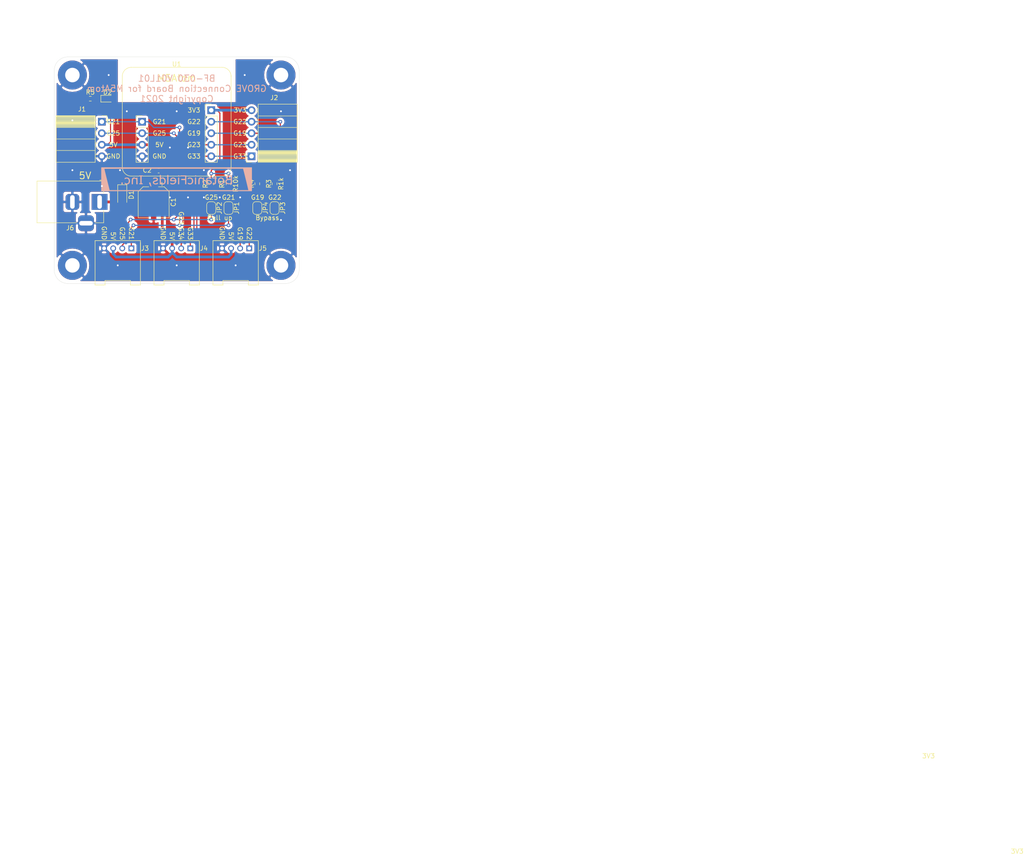
<source format=kicad_pcb>
(kicad_pcb (version 20171130) (host pcbnew "(5.1.10)-1")

  (general
    (thickness 1.6)
    (drawings 44)
    (tracks 140)
    (zones 0)
    (modules 27)
    (nets 16)
  )

  (page A4)
  (title_block
    (title "GROVE Connection Board for M5Atom")
    (date 2021-05-25)
    (rev V01L01)
    (company "Copyright 2021 BotanicFields, Inc.")
    (comment 1 "GROVE Connection Board for M5Atom")
  )

  (layers
    (0 F.Cu signal)
    (31 B.Cu signal)
    (32 B.Adhes user)
    (33 F.Adhes user)
    (34 B.Paste user)
    (35 F.Paste user)
    (36 B.SilkS user)
    (37 F.SilkS user)
    (38 B.Mask user)
    (39 F.Mask user)
    (40 Dwgs.User user)
    (41 Cmts.User user)
    (42 Eco1.User user)
    (43 Eco2.User user)
    (44 Edge.Cuts user)
    (45 Margin user)
    (46 B.CrtYd user)
    (47 F.CrtYd user)
    (48 B.Fab user)
    (49 F.Fab user)
  )

  (setup
    (last_trace_width 0.25)
    (trace_clearance 0.2)
    (zone_clearance 0.508)
    (zone_45_only no)
    (trace_min 0.2)
    (via_size 0.8)
    (via_drill 0.4)
    (via_min_size 0.4)
    (via_min_drill 0.3)
    (uvia_size 0.3)
    (uvia_drill 0.1)
    (uvias_allowed no)
    (uvia_min_size 0.2)
    (uvia_min_drill 0.1)
    (edge_width 0.05)
    (segment_width 0.2)
    (pcb_text_width 0.3)
    (pcb_text_size 1.5 1.5)
    (mod_edge_width 0.12)
    (mod_text_size 1 1)
    (mod_text_width 0.15)
    (pad_size 6.4 6.4)
    (pad_drill 3.2)
    (pad_to_mask_clearance 0)
    (aux_axis_origin 100 150)
    (grid_origin 100 150)
    (visible_elements 7FFFFFFF)
    (pcbplotparams
      (layerselection 0x010fc_ffffffff)
      (usegerberextensions true)
      (usegerberattributes false)
      (usegerberadvancedattributes false)
      (creategerberjobfile false)
      (excludeedgelayer true)
      (linewidth 0.100000)
      (plotframeref false)
      (viasonmask false)
      (mode 1)
      (useauxorigin false)
      (hpglpennumber 1)
      (hpglpenspeed 20)
      (hpglpendiameter 15.000000)
      (psnegative false)
      (psa4output false)
      (plotreference true)
      (plotvalue false)
      (plotinvisibletext false)
      (padsonsilk false)
      (subtractmaskfromsilk true)
      (outputformat 1)
      (mirror false)
      (drillshape 0)
      (scaleselection 1)
      (outputdirectory "gerber/"))
  )

  (net 0 "")
  (net 1 +5V)
  (net 2 GND)
  (net 3 "Net-(D1-Pad2)")
  (net 4 "Net-(D2-Pad1)")
  (net 5 "/G21(SCL)")
  (net 6 "/G25(SDA)")
  (net 7 /G33)
  (net 8 /G23_G34)
  (net 9 "/G19(TX)")
  (net 10 "/G22(RX)")
  (net 11 +3V3)
  (net 12 "Net-(J5-Pad1)")
  (net 13 "Net-(J5-Pad2)")
  (net 14 "Net-(JP1-Pad1)")
  (net 15 "Net-(JP2-Pad1)")

  (net_class Default "This is the default net class."
    (clearance 0.2)
    (trace_width 0.25)
    (via_dia 0.8)
    (via_drill 0.4)
    (uvia_dia 0.3)
    (uvia_drill 0.1)
    (add_net +3V3)
    (add_net +5V)
    (add_net "/G19(TX)")
    (add_net "/G21(SCL)")
    (add_net "/G22(RX)")
    (add_net /G23_G34)
    (add_net "/G25(SDA)")
    (add_net /G33)
    (add_net GND)
    (add_net "Net-(D1-Pad2)")
    (add_net "Net-(D2-Pad1)")
    (add_net "Net-(J5-Pad1)")
    (add_net "Net-(J5-Pad2)")
    (add_net "Net-(JP1-Pad1)")
    (add_net "Net-(JP2-Pad1)")
  )

  (module bf:BF@logo5 (layer B.Cu) (tedit 59AC0A3A) (tstamp 60AD6F9D)
    (at 127 127 180)
    (fp_text reference G*** (at 0.3 4.1) (layer B.SilkS) hide
      (effects (font (size 1.524 1.524) (thickness 0.3)) (justify mirror))
    )
    (fp_text value LOGO (at 0.6 -4.1) (layer B.SilkS) hide
      (effects (font (size 1.524 1.524) (thickness 0.3)) (justify mirror))
    )
    (fp_poly (pts (xy -0.354363 0.857278) (xy -0.321357 0.807615) (xy -0.3175 0.740833) (xy -0.330402 0.648005)
      (xy -0.385259 0.608806) (xy -0.434157 0.600415) (xy -0.537727 0.611721) (xy -0.575321 0.650859)
      (xy -0.592131 0.770216) (xy -0.540305 0.845524) (xy -0.44392 0.867833) (xy -0.354363 0.857278)) (layer B.SilkS) (width 0.01))
    (fp_poly (pts (xy -4.079696 0.857278) (xy -4.04669 0.807615) (xy -4.042833 0.740833) (xy -4.055736 0.648005)
      (xy -4.110593 0.608806) (xy -4.159491 0.600415) (xy -4.26306 0.611721) (xy -4.300654 0.650859)
      (xy -4.317464 0.770216) (xy -4.265638 0.845524) (xy -4.169253 0.867833) (xy -4.079696 0.857278)) (layer B.SilkS) (width 0.01))
    (fp_poly (pts (xy 12.134874 -0.723734) (xy 12.177984 -0.751295) (xy 12.191086 -0.825394) (xy 12.192 -0.910167)
      (xy 12.188837 -1.027218) (xy 12.1674 -1.082646) (xy 12.109768 -1.099492) (xy 12.043834 -1.100667)
      (xy 11.952793 -1.0966) (xy 11.909683 -1.069039) (xy 11.896581 -0.99494) (xy 11.895667 -0.910167)
      (xy 11.89883 -0.793115) (xy 11.920267 -0.737688) (xy 11.977899 -0.720842) (xy 12.043834 -0.719667)
      (xy 12.134874 -0.723734)) (layer B.SilkS) (width 0.01))
    (fp_poly (pts (xy 9.630113 0.352732) (xy 9.72102 0.288889) (xy 9.793213 0.196274) (xy 9.844924 0.075978)
      (xy 9.878922 -0.085747) (xy 9.897977 -0.302652) (xy 9.904858 -0.588483) (xy 9.90499 -0.624417)
      (xy 9.906 -1.100667) (xy 9.658729 -1.100667) (xy 9.644781 -0.554641) (xy 9.637202 -0.322277)
      (xy 9.626806 -0.158877) (xy 9.611254 -0.048742) (xy 9.588207 0.023827) (xy 9.555328 0.074532)
      (xy 9.550189 0.080359) (xy 9.440273 0.153207) (xy 9.297104 0.15948) (xy 9.111942 0.099188)
      (xy 9.072699 0.08089) (xy 8.89 -0.007553) (xy 8.89 -1.100667) (xy 8.634001 -1.100667)
      (xy 8.657167 0.359833) (xy 8.773584 0.373228) (xy 8.859255 0.370589) (xy 8.888642 0.324698)
      (xy 8.89 0.299145) (xy 8.893507 0.237741) (xy 8.916166 0.21858) (xy 8.976186 0.242065)
      (xy 9.082952 0.303389) (xy 9.271675 0.379591) (xy 9.46183 0.395862) (xy 9.630113 0.352732)) (layer B.SilkS) (width 0.01))
    (fp_poly (pts (xy 8.054359 0.845824) (xy 8.166343 0.840279) (xy 8.226247 0.825505) (xy 8.250362 0.796977)
      (xy 8.254982 0.75017) (xy 8.255 0.740833) (xy 8.241331 0.665197) (xy 8.183227 0.637527)
      (xy 8.128 0.635) (xy 8.001 0.635) (xy 8.001 -0.889) (xy 8.128 -0.889)
      (xy 8.218764 -0.900391) (xy 8.251967 -0.948811) (xy 8.255 -0.994834) (xy 8.251966 -1.044933)
      (xy 8.232003 -1.07604) (xy 8.178818 -1.09268) (xy 8.076119 -1.099379) (xy 7.907612 -1.100662)
      (xy 7.874 -1.100667) (xy 7.693642 -1.099824) (xy 7.581657 -1.094279) (xy 7.521753 -1.079505)
      (xy 7.497638 -1.050978) (xy 7.493019 -1.00417) (xy 7.493 -0.994834) (xy 7.506669 -0.919197)
      (xy 7.564773 -0.891528) (xy 7.62 -0.889) (xy 7.747 -0.889) (xy 7.747 0.635)
      (xy 7.62 0.635) (xy 7.529237 0.64639) (xy 7.496033 0.69481) (xy 7.493 0.740833)
      (xy 7.496034 0.790933) (xy 7.515997 0.82204) (xy 7.569182 0.83868) (xy 7.671881 0.845378)
      (xy 7.840388 0.846661) (xy 7.874 0.846666) (xy 8.054359 0.845824)) (layer B.SilkS) (width 0.01))
    (fp_poly (pts (xy 2.074334 -1.100667) (xy 1.820334 -1.100667) (xy 1.820334 0.931333) (xy 2.074334 0.931333)
      (xy 2.074334 -1.100667)) (layer B.SilkS) (width 0.01))
    (fp_poly (pts (xy -0.433916 0.373228) (xy -0.3175 0.359833) (xy -0.294334 -1.100667) (xy -0.550333 -1.100667)
      (xy -0.550333 0.386624) (xy -0.433916 0.373228)) (layer B.SilkS) (width 0.01))
    (fp_poly (pts (xy -0.846666 0.635) (xy -1.862666 0.635) (xy -1.862666 0.084666) (xy -1.016 0.084666)
      (xy -1.016 -0.169334) (xy -1.862666 -0.169334) (xy -1.862666 -1.100667) (xy -2.116666 -1.100667)
      (xy -2.116666 0.846666) (xy -0.846666 0.846666) (xy -0.846666 0.635)) (layer B.SilkS) (width 0.01))
    (fp_poly (pts (xy -4.15925 0.373228) (xy -4.042833 0.359833) (xy -4.019667 -1.100667) (xy -4.275666 -1.100667)
      (xy -4.275666 0.386624) (xy -4.15925 0.373228)) (layer B.SilkS) (width 0.01))
    (fp_poly (pts (xy -5.059553 0.352732) (xy -4.968646 0.288889) (xy -4.896453 0.196274) (xy -4.844743 0.075978)
      (xy -4.810745 -0.085747) (xy -4.79169 -0.302652) (xy -4.784808 -0.588483) (xy -4.784676 -0.624417)
      (xy -4.783666 -1.100667) (xy -5.030938 -1.100667) (xy -5.044886 -0.554641) (xy -5.052465 -0.322277)
      (xy -5.062861 -0.158877) (xy -5.078413 -0.048742) (xy -5.101459 0.023827) (xy -5.134339 0.074532)
      (xy -5.139478 0.080359) (xy -5.249394 0.153207) (xy -5.392563 0.15948) (xy -5.577725 0.099188)
      (xy -5.616968 0.08089) (xy -5.799666 -0.007553) (xy -5.799666 -1.100667) (xy -6.055666 -1.100667)
      (xy -6.0325 0.359833) (xy -5.916083 0.373228) (xy -5.830412 0.370589) (xy -5.801025 0.324698)
      (xy -5.799666 0.299145) (xy -5.79616 0.237741) (xy -5.7735 0.21858) (xy -5.713481 0.242065)
      (xy -5.606715 0.303389) (xy -5.417991 0.379591) (xy -5.227836 0.395862) (xy -5.059553 0.352732)) (layer B.SilkS) (width 0.01))
    (fp_poly (pts (xy -11.441387 0.838975) (xy -11.232555 0.813608) (xy -11.084122 0.767126) (xy -10.984555 0.69609)
      (xy -10.927865 0.609801) (xy -10.87984 0.421148) (xy -10.912905 0.249945) (xy -10.999153 0.128001)
      (xy -11.118639 0.008515) (xy -10.979899 -0.057645) (xy -10.839706 -0.167423) (xy -10.750287 -0.324845)
      (xy -10.715458 -0.507104) (xy -10.739034 -0.691395) (xy -10.824829 -0.85491) (xy -10.843013 -0.875925)
      (xy -10.943444 -0.967388) (xy -11.059105 -1.03123) (xy -11.206677 -1.071807) (xy -11.402842 -1.093473)
      (xy -11.66428 -1.100584) (xy -11.703807 -1.100667) (xy -12.192 -1.100667) (xy -12.192 -0.169334)
      (xy -11.938 -0.169334) (xy -11.938 -0.889) (xy -11.640307 -0.889) (xy -11.463603 -0.880005)
      (xy -11.29987 -0.856502) (xy -11.195538 -0.827548) (xy -11.057335 -0.730622) (xy -10.989208 -0.588556)
      (xy -10.992214 -0.421512) (xy -11.039565 -0.310245) (xy -11.136159 -0.234039) (xy -11.291915 -0.18876)
      (xy -11.51675 -0.170273) (xy -11.597231 -0.169334) (xy -11.938 -0.169334) (xy -12.192 -0.169334)
      (xy -12.192 0.084666) (xy -11.938 0.084666) (xy -11.628591 0.084666) (xy -11.441259 0.09284)
      (xy -11.302893 0.115431) (xy -11.243635 0.139908) (xy -11.19042 0.221726) (xy -11.164681 0.344763)
      (xy -11.169728 0.469845) (xy -11.208385 0.557318) (xy -11.271732 0.582769) (xy -11.395698 0.606225)
      (xy -11.556268 0.623441) (xy -11.597777 0.626183) (xy -11.938 0.645878) (xy -11.938 0.084666)
      (xy -12.192 0.084666) (xy -12.192 0.846666) (xy -11.722148 0.846667) (xy -11.441387 0.838975)) (layer B.SilkS) (width 0.01))
    (fp_poly (pts (xy 11.295065 0.347592) (xy 11.319423 0.340232) (xy 11.421283 0.296963) (xy 11.464154 0.239031)
      (xy 11.472334 0.149447) (xy 11.472334 0.009127) (xy 11.315216 0.08923) (xy 11.10161 0.161261)
      (xy 10.909497 0.157218) (xy 10.74893 0.084919) (xy 10.62996 -0.047819) (xy 10.562641 -0.233181)
      (xy 10.557026 -0.463348) (xy 10.561462 -0.49689) (xy 10.624429 -0.703142) (xy 10.737626 -0.843371)
      (xy 10.894681 -0.914517) (xy 11.089219 -0.91352) (xy 11.292417 -0.847807) (xy 11.472334 -0.76614)
      (xy 11.472334 -0.89323) (xy 11.457381 -0.986681) (xy 11.397033 -1.04717) (xy 11.325527 -1.08166)
      (xy 11.12796 -1.131144) (xy 10.909503 -1.135103) (xy 10.713109 -1.093404) (xy 10.689167 -1.083627)
      (xy 10.512653 -0.962362) (xy 10.384153 -0.786038) (xy 10.308745 -0.572571) (xy 10.291506 -0.339873)
      (xy 10.337514 -0.105858) (xy 10.38225 -0.000865) (xy 10.464037 0.129918) (xy 10.557787 0.239692)
      (xy 10.592161 0.26906) (xy 10.729654 0.331529) (xy 10.915024 0.367631) (xy 11.114688 0.374081)
      (xy 11.295065 0.347592)) (layer B.SilkS) (width 0.01))
    (fp_poly (pts (xy 4.903211 0.376155) (xy 5.058834 0.347622) (xy 5.15341 0.302897) (xy 5.193158 0.220222)
      (xy 5.199099 0.177126) (xy 5.200212 0.080526) (xy 5.168047 0.04964) (xy 5.088198 0.078105)
      (xy 5.037667 0.105833) (xy 4.932943 0.141739) (xy 4.787245 0.164216) (xy 4.711984 0.167833)
      (xy 4.570806 0.161622) (xy 4.485441 0.13454) (xy 4.427867 0.07757) (xy 4.426794 0.076047)
      (xy 4.384824 -0.005254) (xy 4.401487 -0.075632) (xy 4.418889 -0.103742) (xy 4.502034 -0.178333)
      (xy 4.598245 -0.221409) (xy 4.721879 -0.252651) (xy 4.867918 -0.289097) (xy 4.891319 -0.294892)
      (xy 5.079829 -0.366852) (xy 5.195739 -0.475554) (xy 5.24598 -0.628701) (xy 5.249334 -0.69277)
      (xy 5.222542 -0.855114) (xy 5.134505 -0.982591) (xy 4.973728 -1.091556) (xy 4.966367 -1.095377)
      (xy 4.848944 -1.12726) (xy 4.681855 -1.138924) (xy 4.497558 -1.130729) (xy 4.328515 -1.103037)
      (xy 4.275667 -1.087694) (xy 4.172088 -1.038995) (xy 4.125868 -0.968377) (xy 4.114235 -0.899584)
      (xy 4.110371 -0.80615) (xy 4.118697 -0.762441) (xy 4.120195 -0.762) (xy 4.166719 -0.777998)
      (xy 4.263217 -0.818645) (xy 4.323961 -0.845737) (xy 4.504985 -0.90528) (xy 4.688002 -0.928033)
      (xy 4.845084 -0.912581) (xy 4.927374 -0.876329) (xy 4.985839 -0.783109) (xy 4.988382 -0.696413)
      (xy 4.974851 -0.629946) (xy 4.940305 -0.584959) (xy 4.866099 -0.549517) (xy 4.733584 -0.511684)
      (xy 4.677834 -0.497624) (xy 4.513507 -0.449548) (xy 4.369362 -0.394991) (xy 4.277946 -0.346591)
      (xy 4.174067 -0.222737) (xy 4.135504 -0.070925) (xy 4.159473 0.0865) (xy 4.243188 0.227191)
      (xy 4.360744 0.317712) (xy 4.507259 0.363245) (xy 4.6998 0.383228) (xy 4.903211 0.376155)) (layer B.SilkS) (width 0.01))
    (fp_poly (pts (xy 3.725334 -1.100667) (xy 3.598334 -1.100667) (xy 3.500269 -1.082966) (xy 3.471334 -1.04173)
      (xy 3.455726 -1.011625) (xy 3.397993 -1.023539) (xy 3.314216 -1.062897) (xy 3.165646 -1.115357)
      (xy 3.000525 -1.14212) (xy 2.971316 -1.143) (xy 2.835933 -1.130494) (xy 2.732481 -1.08043)
      (xy 2.645964 -1.00343) (xy 2.513967 -0.820565) (xy 2.439728 -0.606883) (xy 2.426982 -0.459321)
      (xy 2.685985 -0.459321) (xy 2.718687 -0.650593) (xy 2.782661 -0.805046) (xy 2.802591 -0.833542)
      (xy 2.899757 -0.892942) (xy 3.045739 -0.90601) (xy 3.21888 -0.873336) (xy 3.354917 -0.818472)
      (xy 3.40778 -0.788856) (xy 3.441587 -0.752546) (xy 3.460597 -0.691907) (xy 3.469068 -0.589308)
      (xy 3.47126 -0.427115) (xy 3.471334 -0.336532) (xy 3.470461 -0.143913) (xy 3.465194 -0.018956)
      (xy 3.451557 0.055346) (xy 3.425577 0.095996) (xy 3.383278 0.119999) (xy 3.362744 0.128048)
      (xy 3.151788 0.171828) (xy 2.968444 0.138628) (xy 2.822568 0.034251) (xy 2.72402 -0.135498)
      (xy 2.691587 -0.267117) (xy 2.685985 -0.459321) (xy 2.426982 -0.459321) (xy 2.420037 -0.378919)
      (xy 2.451685 -0.153206) (xy 2.531462 0.053721) (xy 2.656158 0.22533) (xy 2.822565 0.345087)
      (xy 2.914284 0.37876) (xy 3.072653 0.396245) (xy 3.248221 0.380059) (xy 3.396915 0.335232)
      (xy 3.424007 0.320586) (xy 3.450093 0.334405) (xy 3.465504 0.41923) (xy 3.471244 0.581232)
      (xy 3.471334 0.611335) (xy 3.471334 0.931333) (xy 3.725334 0.931333) (xy 3.725334 -1.100667)) (layer B.SilkS) (width 0.01))
    (fp_poly (pts (xy 0.982078 0.379911) (xy 1.171074 0.299452) (xy 1.250758 0.234757) (xy 1.333863 0.111794)
      (xy 1.398962 -0.054505) (xy 1.432402 -0.222917) (xy 1.431265 -0.310196) (xy 1.421696 -0.348131)
      (xy 1.39638 -0.374338) (xy 1.341316 -0.391446) (xy 1.242502 -0.402084) (xy 1.085936 -0.408882)
      (xy 0.878417 -0.414015) (xy 0.675811 -0.421018) (xy 0.507891 -0.431688) (xy 0.390528 -0.444656)
      (xy 0.339596 -0.458551) (xy 0.338667 -0.460615) (xy 0.351509 -0.521591) (xy 0.382572 -0.621293)
      (xy 0.384168 -0.62589) (xy 0.476428 -0.771602) (xy 0.624832 -0.870564) (xy 0.811966 -0.917949)
      (xy 1.020414 -0.908929) (xy 1.202578 -0.852763) (xy 1.40218 -0.76447) (xy 1.389007 -0.897311)
      (xy 1.363341 -0.995603) (xy 1.294159 -1.055593) (xy 1.227667 -1.083356) (xy 0.977729 -1.135778)
      (xy 0.717885 -1.126317) (xy 0.482185 -1.056561) (xy 0.464053 -1.04775) (xy 0.291334 -0.916859)
      (xy 0.1706 -0.736259) (xy 0.103317 -0.524182) (xy 0.090949 -0.29886) (xy 0.114708 -0.179917)
      (xy 0.338825 -0.179917) (xy 0.378096 -0.193244) (xy 0.484113 -0.203817) (xy 0.638964 -0.210291)
      (xy 0.762 -0.211667) (xy 0.955215 -0.210319) (xy 1.078969 -0.204388) (xy 1.148447 -0.191041)
      (xy 1.178837 -0.167446) (xy 1.185334 -0.132709) (xy 1.149921 -0.019181) (xy 1.062087 0.091052)
      (xy 0.949437 0.16705) (xy 0.905859 0.180518) (xy 0.720468 0.179951) (xy 0.551853 0.115007)
      (xy 0.427545 -0.00331) (xy 0.42129 -0.013181) (xy 0.367375 -0.109336) (xy 0.339764 -0.17369)
      (xy 0.338825 -0.179917) (xy 0.114708 -0.179917) (xy 0.134962 -0.078526) (xy 0.236821 0.118588)
      (xy 0.360042 0.2466) (xy 0.554174 0.353782) (xy 0.768982 0.39812) (xy 0.982078 0.379911)) (layer B.SilkS) (width 0.01))
    (fp_poly (pts (xy -2.632602 0.347592) (xy -2.608244 0.340232) (xy -2.506384 0.296963) (xy -2.463512 0.239031)
      (xy -2.455333 0.149447) (xy -2.455333 0.009127) (xy -2.612451 0.08923) (xy -2.826057 0.161261)
      (xy -3.01817 0.157218) (xy -3.178737 0.084919) (xy -3.297707 -0.047819) (xy -3.365025 -0.233181)
      (xy -3.370641 -0.463348) (xy -3.366205 -0.49689) (xy -3.303238 -0.703142) (xy -3.190041 -0.843371)
      (xy -3.032986 -0.914517) (xy -2.838448 -0.91352) (xy -2.63525 -0.847807) (xy -2.455333 -0.76614)
      (xy -2.455333 -0.89323) (xy -2.470286 -0.986681) (xy -2.530634 -1.04717) (xy -2.60214 -1.08166)
      (xy -2.799707 -1.131144) (xy -3.018164 -1.135103) (xy -3.214557 -1.093404) (xy -3.2385 -1.083627)
      (xy -3.415013 -0.962362) (xy -3.543513 -0.786038) (xy -3.618922 -0.572571) (xy -3.636161 -0.339873)
      (xy -3.590153 -0.105858) (xy -3.545416 -0.000865) (xy -3.46363 0.129918) (xy -3.36988 0.239692)
      (xy -3.335505 0.26906) (xy -3.198013 0.331529) (xy -3.012643 0.367631) (xy -2.812978 0.374081)
      (xy -2.632602 0.347592)) (layer B.SilkS) (width 0.01))
    (fp_poly (pts (xy -6.915746 0.374706) (xy -6.753233 0.333734) (xy -6.634962 0.254055) (xy -6.554579 0.126349)
      (xy -6.505732 -0.058707) (xy -6.482069 -0.310432) (xy -6.477 -0.57014) (xy -6.477 -1.100667)
      (xy -6.604 -1.100667) (xy -6.704223 -1.08215) (xy -6.731 -1.036306) (xy -6.74259 -1.002157)
      (xy -6.789403 -1.006902) (xy -6.889502 -1.052823) (xy -6.898647 -1.057473) (xy -7.071378 -1.118051)
      (xy -7.257304 -1.142973) (xy -7.262713 -1.143) (xy -7.399574 -1.132525) (xy -7.500354 -1.088859)
      (xy -7.603066 -0.999067) (xy -7.698833 -0.885898) (xy -7.740451 -0.778089) (xy -7.747 -0.687276)
      (xy -7.737042 -0.634273) (xy -7.475638 -0.634273) (xy -7.469245 -0.755503) (xy -7.409515 -0.853803)
      (xy -7.35415 -0.888149) (xy -7.21643 -0.923473) (xy -7.075776 -0.909418) (xy -6.910916 -0.847807)
      (xy -6.804974 -0.795486) (xy -6.751796 -0.744108) (xy -6.733199 -0.663608) (xy -6.731 -0.550301)
      (xy -6.731 -0.334463) (xy -6.995583 -0.3633) (xy -7.147609 -0.384461) (xy -7.272839 -0.410025)
      (xy -7.33328 -0.429872) (xy -7.429911 -0.516825) (xy -7.475638 -0.634273) (xy -7.737042 -0.634273)
      (xy -7.712946 -0.506025) (xy -7.60914 -0.36207) (xy -7.43311 -0.253683) (xy -7.182387 -0.179141)
      (xy -6.974416 -0.147604) (xy -6.817625 -0.12008) (xy -6.740971 -0.07689) (xy -6.740465 -0.011901)
      (xy -6.812116 0.081021) (xy -6.820303 0.089303) (xy -6.882655 0.139061) (xy -6.95818 0.162082)
      (xy -7.074277 0.163674) (xy -7.169553 0.156993) (xy -7.325569 0.140433) (xy -7.459455 0.120025)
      (xy -7.52475 0.105086) (xy -7.591552 0.09414) (xy -7.616775 0.134178) (xy -7.62 0.20214)
      (xy -7.606512 0.282733) (xy -7.557442 0.336583) (xy -7.459879 0.368529) (xy -7.300913 0.383413)
      (xy -7.128852 0.386291) (xy -6.915746 0.374706)) (layer B.SilkS) (width 0.01))
    (fp_poly (pts (xy -8.561916 0.796562) (xy -8.490404 0.780232) (xy -8.453623 0.736847) (xy -8.437006 0.642462)
      (xy -8.432681 0.584129) (xy -8.419861 0.385092) (xy -8.178681 0.372462) (xy -8.040205 0.361386)
      (xy -7.965167 0.340728) (xy -7.932341 0.301499) (xy -7.923972 0.264583) (xy -7.922503 0.212042)
      (xy -7.949505 0.1835) (xy -8.023559 0.171688) (xy -8.163246 0.169334) (xy -8.167389 0.169333)
      (xy -8.424333 0.169333) (xy -8.424333 -0.314476) (xy -8.420716 -0.560552) (xy -8.405831 -0.73326)
      (xy -8.373625 -0.843741) (xy -8.318047 -0.903131) (xy -8.233044 -0.92257) (xy -8.112564 -0.913197)
      (xy -8.100024 -0.911359) (xy -7.986153 -0.897787) (xy -7.932785 -0.908854) (xy -7.917138 -0.953981)
      (xy -7.916333 -0.987302) (xy -7.946432 -1.080635) (xy -8.011583 -1.116318) (xy -8.217843 -1.139646)
      (xy -8.412441 -1.105134) (xy -8.476186 -1.077011) (xy -8.557072 -1.023727) (xy -8.613321 -0.956399)
      (xy -8.649237 -0.859736) (xy -8.669122 -0.718446) (xy -8.677278 -0.517239) (xy -8.678333 -0.358653)
      (xy -8.679355 -0.146909) (xy -8.68405 -0.004934) (xy -8.694862 0.082162) (xy -8.714235 0.129265)
      (xy -8.744615 0.151266) (xy -8.763 0.157067) (xy -8.834125 0.213697) (xy -8.847666 0.280104)
      (xy -8.825742 0.360549) (xy -8.763 0.381) (xy -8.712477 0.391992) (xy -8.687121 0.438771)
      (xy -8.678758 0.542042) (xy -8.678333 0.595478) (xy -8.675759 0.721481) (xy -8.660206 0.783111)
      (xy -8.619931 0.800653) (xy -8.561916 0.796562)) (layer B.SilkS) (width 0.01))
    (fp_poly (pts (xy -9.548203 0.361314) (xy -9.357455 0.259614) (xy -9.21637 0.094513) (xy -9.12996 -0.128283)
      (xy -9.103059 -0.381) (xy -9.132929 -0.650826) (xy -9.220851 -0.866255) (xy -9.364295 -1.022136)
      (xy -9.440971 -1.068851) (xy -9.598075 -1.118663) (xy -9.786941 -1.138742) (xy -9.966135 -1.126821)
      (xy -10.054166 -1.102382) (xy -10.211181 -0.994352) (xy -10.336475 -0.82527) (xy -10.419814 -0.615981)
      (xy -10.440125 -0.466876) (xy -10.189641 -0.466876) (xy -10.147143 -0.660383) (xy -10.060239 -0.814692)
      (xy -10.052915 -0.822851) (xy -9.923507 -0.905973) (xy -9.760216 -0.934186) (xy -9.597221 -0.902945)
      (xy -9.564988 -0.887745) (xy -9.463694 -0.789705) (xy -9.39431 -0.636167) (xy -9.358924 -0.450873)
      (xy -9.359628 -0.257569) (xy -9.39851 -0.079998) (xy -9.477661 0.058098) (xy -9.481382 0.062132)
      (xy -9.614839 0.147881) (xy -9.778228 0.174937) (xy -9.940029 0.14285) (xy -10.051222 0.070293)
      (xy -10.141627 -0.073685) (xy -10.187784 -0.262026) (xy -10.189641 -0.466876) (xy -10.440125 -0.466876)
      (xy -10.450962 -0.387329) (xy -10.447209 -0.301982) (xy -10.389874 -0.037828) (xy -10.277061 0.167342)
      (xy -10.112876 0.309223) (xy -9.901423 0.383511) (xy -9.783603 0.393907) (xy -9.548203 0.361314)) (layer B.SilkS) (width 0.01))
    (fp_poly (pts (xy 6.054627 -0.733489) (xy 6.094457 -0.770951) (xy 6.094457 -0.772584) (xy 6.077837 -0.832323)
      (xy 6.034413 -0.949748) (xy 5.971709 -1.105147) (xy 5.928788 -1.2065) (xy 5.841806 -1.397379)
      (xy 5.773446 -1.519219) (xy 5.716325 -1.583557) (xy 5.676331 -1.601028) (xy 5.604497 -1.59022)
      (xy 5.588236 -1.558694) (xy 5.59523 -1.50026) (xy 5.61771 -1.397231) (xy 5.658425 -1.238418)
      (xy 5.720127 -1.012631) (xy 5.739851 -0.941917) (xy 5.779041 -0.813997) (xy 5.816703 -0.747866)
      (xy 5.871963 -0.723204) (xy 5.949016 -0.719667) (xy 6.054627 -0.733489)) (layer B.SilkS) (width 0.01))
    (fp_poly (pts (xy 16.637 -2.624667) (xy -16.594666 -2.624667) (xy -16.594666 -2.390355) (xy -15.798867 -2.390355)
      (xy -15.75533 -2.392013) (xy -15.630116 -2.393581) (xy -15.426212 -2.395057) (xy -15.146609 -2.39644)
      (xy -14.794294 -2.397726) (xy -14.372256 -2.398913) (xy -13.883485 -2.399998) (xy -13.330968 -2.400981)
      (xy -12.717696 -2.401857) (xy -12.046656 -2.402625) (xy -11.320837 -2.403282) (xy -10.543229 -2.403827)
      (xy -9.716819 -2.404256) (xy -8.844598 -2.404567) (xy -7.929553 -2.404758) (xy -6.974673 -2.404826)
      (xy -5.982948 -2.40477) (xy -4.957366 -2.404586) (xy -3.900915 -2.404273) (xy -2.816585 -2.403828)
      (xy -1.707365 -2.403249) (xy -0.576243 -2.402532) (xy -0.492946 -2.402475) (xy 14.790215 -2.391834)
      (xy 15.371945 -0.065194) (xy 15.478893 0.364541) (xy 15.578766 0.769722) (xy 15.669796 1.14291)
      (xy 15.750213 1.476667) (xy 15.81825 1.763555) (xy 15.872139 1.996135) (xy 15.91011 2.166969)
      (xy 15.930397 2.268619) (xy 15.933006 2.294889) (xy 15.889626 2.297368) (xy 15.764567 2.299799)
      (xy 15.56082 2.302176) (xy 15.281372 2.304491) (xy 14.929212 2.30674) (xy 14.507329 2.308915)
      (xy 14.018713 2.311009) (xy 13.46635 2.313016) (xy 12.853232 2.31493) (xy 12.182345 2.316744)
      (xy 11.456679 2.318452) (xy 10.679222 2.320046) (xy 9.852964 2.321521) (xy 8.980893 2.322869)
      (xy 8.065998 2.324085) (xy 7.111267 2.325162) (xy 6.11969 2.326093) (xy 5.094254 2.326871)
      (xy 4.03795 2.327491) (xy 2.953765 2.327946) (xy 1.844688 2.328228) (xy 0.713708 2.328333)
      (xy -14.64407 2.328333) (xy -14.68602 2.169583) (xy -14.745182 1.942654) (xy -14.815717 1.667048)
      (xy -14.895483 1.351539) (xy -14.982341 1.004897) (xy -15.074148 0.635893) (xy -15.168765 0.253301)
      (xy -15.26405 -0.13411) (xy -15.357864 -0.517568) (xy -15.448065 -0.888301) (xy -15.532513 -1.237537)
      (xy -15.609068 -1.556505) (xy -15.675587 -1.836434) (xy -15.729932 -2.068552) (xy -15.76996 -2.244088)
      (xy -15.793532 -2.35427) (xy -15.798867 -2.390355) (xy -16.594666 -2.390355) (xy -16.594666 2.624666)
      (xy 16.637 2.624666) (xy 16.637 -2.624667)) (layer B.SilkS) (width 0.01))
  )

  (module MountingHole:MountingHole_3.2mm_M3_Pad (layer F.Cu) (tedit 56D1B4CB) (tstamp 60AD0A52)
    (at 150 146)
    (descr "Mounting Hole 3.2mm, M3")
    (tags "mounting hole 3.2mm m3")
    (attr virtual)
    (fp_text reference REF** (at 0 -4.2) (layer F.SilkS) hide
      (effects (font (size 1 1) (thickness 0.15)))
    )
    (fp_text value MountingHole_3.2mm_M3_Pad (at 0 4.2) (layer F.Fab)
      (effects (font (size 1 1) (thickness 0.15)))
    )
    (fp_text user %R (at 0.3 0) (layer F.Fab)
      (effects (font (size 1 1) (thickness 0.15)))
    )
    (fp_circle (center 0 0) (end 3.2 0) (layer Cmts.User) (width 0.15))
    (fp_circle (center 0 0) (end 3.45 0) (layer F.CrtYd) (width 0.05))
    (pad 1 thru_hole circle (at 0 0) (size 6.4 6.4) (drill 3.2) (layers *.Cu *.Mask)
      (net 2 GND))
  )

  (module MountingHole:MountingHole_3.2mm_M3_Pad (layer F.Cu) (tedit 56D1B4CB) (tstamp 60AD0A44)
    (at 104 146)
    (descr "Mounting Hole 3.2mm, M3")
    (tags "mounting hole 3.2mm m3")
    (attr virtual)
    (fp_text reference REF** (at 0 -4.2) (layer F.SilkS) hide
      (effects (font (size 1 1) (thickness 0.15)))
    )
    (fp_text value MountingHole_3.2mm_M3_Pad (at 0 4.2) (layer F.Fab)
      (effects (font (size 1 1) (thickness 0.15)))
    )
    (fp_text user %R (at 0.3 0) (layer F.Fab)
      (effects (font (size 1 1) (thickness 0.15)))
    )
    (fp_circle (center 0 0) (end 3.2 0) (layer Cmts.User) (width 0.15))
    (fp_circle (center 0 0) (end 3.45 0) (layer F.CrtYd) (width 0.05))
    (pad 1 thru_hole circle (at 0 0) (size 6.4 6.4) (drill 3.2) (layers *.Cu *.Mask)
      (net 2 GND))
  )

  (module MountingHole:MountingHole_3.2mm_M3_Pad (layer F.Cu) (tedit 56D1B4CB) (tstamp 60AD0A36)
    (at 104 104)
    (descr "Mounting Hole 3.2mm, M3")
    (tags "mounting hole 3.2mm m3")
    (attr virtual)
    (fp_text reference REF** (at 0 -4.2) (layer F.SilkS) hide
      (effects (font (size 1 1) (thickness 0.15)))
    )
    (fp_text value MountingHole_3.2mm_M3_Pad (at 0 4.2) (layer F.Fab)
      (effects (font (size 1 1) (thickness 0.15)))
    )
    (fp_text user %R (at 0.3 0) (layer F.Fab)
      (effects (font (size 1 1) (thickness 0.15)))
    )
    (fp_circle (center 0 0) (end 3.2 0) (layer Cmts.User) (width 0.15))
    (fp_circle (center 0 0) (end 3.45 0) (layer F.CrtYd) (width 0.05))
    (pad 1 thru_hole circle (at 0 0) (size 6.4 6.4) (drill 3.2) (layers *.Cu *.Mask)
      (net 2 GND))
  )

  (module MountingHole:MountingHole_3.2mm_M3_Pad (layer F.Cu) (tedit 56D1B4CB) (tstamp 60AD0A2D)
    (at 150 104)
    (descr "Mounting Hole 3.2mm, M3")
    (tags "mounting hole 3.2mm m3")
    (attr virtual)
    (fp_text reference REF** (at 0 -4.2) (layer F.SilkS) hide
      (effects (font (size 1 1) (thickness 0.15)))
    )
    (fp_text value MountingHole_3.2mm_M3_Pad (at 0 4.2) (layer F.Fab)
      (effects (font (size 1 1) (thickness 0.15)))
    )
    (fp_text user %R (at 0.3 0) (layer F.Fab)
      (effects (font (size 1 1) (thickness 0.15)))
    )
    (fp_circle (center 0 0) (end 3.2 0) (layer Cmts.User) (width 0.15))
    (fp_circle (center 0 0) (end 3.45 0) (layer F.CrtYd) (width 0.05))
    (pad 1 thru_hole circle (at 0 0) (size 6.4 6.4) (drill 3.2) (layers *.Cu *.Mask)
      (net 2 GND))
  )

  (module bf:BF@CP_Elec_6.3x5.3 (layer F.Cu) (tedit 60ACE4DB) (tstamp 60ACD010)
    (at 121.92 132.08 270)
    (descr "SMD capacitor, aluminum electrolytic, Cornell Dubilier, 6.3x5.3mm")
    (tags "capacitor electrolytic")
    (path /60B28D2B)
    (attr smd)
    (fp_text reference C1 (at 0 -4.35 90) (layer F.SilkS)
      (effects (font (size 1 1) (thickness 0.15)))
    )
    (fp_text value 100u (at 0 4.35 90) (layer F.Fab)
      (effects (font (size 1 1) (thickness 0.15)))
    )
    (fp_text user %R (at 0 0 90) (layer F.Fab)
      (effects (font (size 1 1) (thickness 0.15)))
    )
    (fp_circle (center 0 0) (end 3.15 0) (layer F.Fab) (width 0.1))
    (fp_line (start 3.3 -3.3) (end 3.3 3.3) (layer F.Fab) (width 0.1))
    (fp_line (start -2.3 -3.3) (end 3.3 -3.3) (layer F.Fab) (width 0.1))
    (fp_line (start -2.3 3.3) (end 3.3 3.3) (layer F.Fab) (width 0.1))
    (fp_line (start -3.3 -2.3) (end -3.3 2.3) (layer F.Fab) (width 0.1))
    (fp_line (start -3.3 -2.3) (end -2.3 -3.3) (layer F.Fab) (width 0.1))
    (fp_line (start -3.3 2.3) (end -2.3 3.3) (layer F.Fab) (width 0.1))
    (fp_line (start -2.704838 -1.33) (end -2.074838 -1.33) (layer F.Fab) (width 0.1))
    (fp_line (start -2.389838 -1.645) (end -2.389838 -1.015) (layer F.Fab) (width 0.1))
    (fp_line (start 3.41 3.41) (end 3.41 1.06) (layer F.SilkS) (width 0.12))
    (fp_line (start 3.41 -3.41) (end 3.41 -1.06) (layer F.SilkS) (width 0.12))
    (fp_line (start -2.345563 -3.41) (end 3.41 -3.41) (layer F.SilkS) (width 0.12))
    (fp_line (start -2.345563 3.41) (end 3.41 3.41) (layer F.SilkS) (width 0.12))
    (fp_line (start -3.41 2.345563) (end -3.41 1.06) (layer F.SilkS) (width 0.12))
    (fp_line (start -3.41 -2.345563) (end -3.41 -1.06) (layer F.SilkS) (width 0.12))
    (fp_line (start -3.41 -2.345563) (end -2.345563 -3.41) (layer F.SilkS) (width 0.12))
    (fp_line (start -3.41 2.345563) (end -2.345563 3.41) (layer F.SilkS) (width 0.12))
    (fp_line (start -4.4375 -1.8475) (end -3.65 -1.8475) (layer F.SilkS) (width 0.12))
    (fp_line (start -4.04375 -2.24125) (end -4.04375 -1.45375) (layer F.SilkS) (width 0.12))
    (fp_line (start 3.55 -3.55) (end 3.55 -0.7) (layer F.CrtYd) (width 0.05))
    (fp_line (start 3.55 -0.7) (end 4.1 -0.7) (layer F.CrtYd) (width 0.05))
    (fp_line (start 4.1 -0.7) (end 4.1 0.7) (layer F.CrtYd) (width 0.05))
    (fp_line (start 4.1 0.7) (end 3.55 0.7) (layer F.CrtYd) (width 0.05))
    (fp_line (start 3.55 0.7) (end 3.55 3.55) (layer F.CrtYd) (width 0.05))
    (fp_line (start -2.4 3.55) (end 3.55 3.55) (layer F.CrtYd) (width 0.05))
    (fp_line (start -2.4 -3.55) (end 3.55 -3.55) (layer F.CrtYd) (width 0.05))
    (fp_line (start -3.55 2.4) (end -2.4 3.55) (layer F.CrtYd) (width 0.05))
    (fp_line (start -3.55 -2.4) (end -2.4 -3.55) (layer F.CrtYd) (width 0.05))
    (fp_line (start -3.55 -2.4) (end -3.55 -0.7) (layer F.CrtYd) (width 0.05))
    (fp_line (start -3.55 0.7) (end -3.55 2.4) (layer F.CrtYd) (width 0.05))
    (fp_line (start -3.55 -0.7) (end -4.1 -0.7) (layer F.CrtYd) (width 0.05))
    (fp_line (start -4.1 -0.7) (end -4.1 0.7) (layer F.CrtYd) (width 0.05))
    (fp_line (start -4.1 0.7) (end -3.55 0.7) (layer F.CrtYd) (width 0.05))
    (pad 2 smd rect (at 2.3 0 270) (size 3.4 1.2) (layers F.Cu F.Paste F.Mask)
      (net 2 GND))
    (pad 1 smd rect (at -2.3 0 270) (size 3.4 1.2) (layers F.Cu F.Paste F.Mask)
      (net 1 +5V))
    (model ${KISYS3DMOD}/Capacitor_SMD.3dshapes/CP_Elec_6.3x5.3.wrl
      (at (xyz 0 0 0))
      (scale (xyz 1 1 1))
      (rotate (xyz 0 0 0))
    )
  )

  (module bf:BF@C_0603_1608Metric (layer F.Cu) (tedit 60A5B8F5) (tstamp 60ACD021)
    (at 123.025 125.095 180)
    (descr "Capacitor SMD 0603 (1608 Metric) Murata, TDK, Taiyo-Yuden ")
    (tags capacitor)
    (path /60B2932D)
    (attr smd)
    (fp_text reference C2 (at 2.525 0.095) (layer F.SilkS)
      (effects (font (size 1 1) (thickness 0.15)))
    )
    (fp_text value 100n (at 0 1.43) (layer F.Fab)
      (effects (font (size 1 1) (thickness 0.15)))
    )
    (fp_text user %R (at 0 0) (layer F.Fab)
      (effects (font (size 0.4 0.4) (thickness 0.06)))
    )
    (fp_line (start 1.48 0.73) (end -1.48 0.73) (layer F.CrtYd) (width 0.05))
    (fp_line (start 1.48 -0.73) (end 1.48 0.73) (layer F.CrtYd) (width 0.05))
    (fp_line (start -1.48 -0.73) (end 1.48 -0.73) (layer F.CrtYd) (width 0.05))
    (fp_line (start -1.48 0.73) (end -1.48 -0.73) (layer F.CrtYd) (width 0.05))
    (fp_line (start -0.14058 0.51) (end 0.14058 0.51) (layer F.SilkS) (width 0.12))
    (fp_line (start -0.14058 -0.51) (end 0.14058 -0.51) (layer F.SilkS) (width 0.12))
    (fp_line (start 0.8 0.4) (end -0.8 0.4) (layer F.Fab) (width 0.1))
    (fp_line (start 0.8 -0.4) (end 0.8 0.4) (layer F.Fab) (width 0.1))
    (fp_line (start -0.8 -0.4) (end 0.8 -0.4) (layer F.Fab) (width 0.1))
    (fp_line (start -0.8 0.4) (end -0.8 -0.4) (layer F.Fab) (width 0.1))
    (pad 2 smd rect (at 0.8 0 180) (size 0.8 0.8) (layers F.Cu F.Paste F.Mask)
      (net 2 GND))
    (pad 1 smd rect (at -0.8 0 180) (size 0.8 0.8) (layers F.Cu F.Paste F.Mask)
      (net 1 +5V))
    (model ${KISYS3DMOD}/Capacitor_SMD.3dshapes/C_0603_1608Metric.wrl
      (at (xyz 0 0 0))
      (scale (xyz 1 1 1))
      (rotate (xyz 0 0 0))
    )
  )

  (module bf:BF@D_SOD-123 (layer F.Cu) (tedit 60AC6021) (tstamp 60ACD03A)
    (at 115 130.46 270)
    (descr "SOD-123 https://datasheet.lcsc.com/lcsc/1809140216_Changjiang-Electronics-Tech-CJ-B5819W_C8598.pdf")
    (tags SOD-123)
    (path /60B3A0DF)
    (attr smd)
    (fp_text reference D1 (at 0 -2 90) (layer F.SilkS)
      (effects (font (size 1 1) (thickness 0.15)))
    )
    (fp_text value B5819W (at 0 2.1 90) (layer F.Fab)
      (effects (font (size 1 1) (thickness 0.15)))
    )
    (fp_text user %R (at 0 -2 90) (layer F.Fab)
      (effects (font (size 1 1) (thickness 0.15)))
    )
    (fp_line (start -2.25 -1) (end 1.65 -1) (layer F.SilkS) (width 0.12))
    (fp_line (start -2.25 1) (end 1.65 1) (layer F.SilkS) (width 0.12))
    (fp_line (start -2.35 -1.15) (end -2.35 1.15) (layer F.CrtYd) (width 0.05))
    (fp_line (start 2.35 1.15) (end -2.35 1.15) (layer F.CrtYd) (width 0.05))
    (fp_line (start 2.35 -1.15) (end 2.35 1.15) (layer F.CrtYd) (width 0.05))
    (fp_line (start -2.35 -1.15) (end 2.35 -1.15) (layer F.CrtYd) (width 0.05))
    (fp_line (start -1.4 -0.9) (end 1.4 -0.9) (layer F.Fab) (width 0.1))
    (fp_line (start 1.4 -0.9) (end 1.4 0.9) (layer F.Fab) (width 0.1))
    (fp_line (start 1.4 0.9) (end -1.4 0.9) (layer F.Fab) (width 0.1))
    (fp_line (start -1.4 0.9) (end -1.4 -0.9) (layer F.Fab) (width 0.1))
    (fp_line (start -0.75 0) (end -0.35 0) (layer F.Fab) (width 0.1))
    (fp_line (start -0.35 0) (end -0.35 -0.55) (layer F.Fab) (width 0.1))
    (fp_line (start -0.35 0) (end -0.35 0.55) (layer F.Fab) (width 0.1))
    (fp_line (start -0.35 0) (end 0.25 -0.4) (layer F.Fab) (width 0.1))
    (fp_line (start 0.25 -0.4) (end 0.25 0.4) (layer F.Fab) (width 0.1))
    (fp_line (start 0.25 0.4) (end -0.35 0) (layer F.Fab) (width 0.1))
    (fp_line (start 0.25 0) (end 0.75 0) (layer F.Fab) (width 0.1))
    (fp_line (start -2.25 -1) (end -2.25 1) (layer F.SilkS) (width 0.12))
    (pad 2 smd rect (at 1.62 0 270) (size 0.8 1) (layers F.Cu F.Paste F.Mask)
      (net 3 "Net-(D1-Pad2)"))
    (pad 1 smd rect (at -1.62 0 270) (size 0.8 1) (layers F.Cu F.Paste F.Mask)
      (net 1 +5V))
    (model ${KISYS3DMOD}/Diode_SMD.3dshapes/D_SOD-123.wrl
      (at (xyz 0 0 0))
      (scale (xyz 1 1 1))
      (rotate (xyz 0 0 0))
    )
  )

  (module bf:BF@LED_0603_1608Metric (layer F.Cu) (tedit 60A5BE4C) (tstamp 60ACD04D)
    (at 111.76 109.22)
    (descr "LED SMD 0603 (1608 Metric),  (Body size source: https://en.everlight.com/wp-content/plugins/ItemRelationship/product_files/pdf/19-217-GHC-YN1P2B18X-3T.pdf)")
    (tags LED)
    (path /60B4E4DF)
    (attr smd)
    (fp_text reference D2 (at 0 -1.43) (layer F.SilkS)
      (effects (font (size 1 1) (thickness 0.15)))
    )
    (fp_text value LED (at 0 1.43) (layer F.Fab)
      (effects (font (size 1 1) (thickness 0.15)))
    )
    (fp_text user %R (at 0 0) (layer F.Fab)
      (effects (font (size 0.4 0.4) (thickness 0.06)))
    )
    (fp_line (start 1.48 0.73) (end -1.48 0.73) (layer F.CrtYd) (width 0.05))
    (fp_line (start 1.48 -0.73) (end 1.48 0.73) (layer F.CrtYd) (width 0.05))
    (fp_line (start -1.48 -0.73) (end 1.48 -0.73) (layer F.CrtYd) (width 0.05))
    (fp_line (start -1.48 0.73) (end -1.48 -0.73) (layer F.CrtYd) (width 0.05))
    (fp_line (start -1.485 0.735) (end 0.8 0.735) (layer F.SilkS) (width 0.12))
    (fp_line (start -1.485 -0.735) (end -1.485 0.735) (layer F.SilkS) (width 0.12))
    (fp_line (start 0.8 -0.735) (end -1.485 -0.735) (layer F.SilkS) (width 0.12))
    (fp_line (start 0.8 0.4) (end 0.8 -0.4) (layer F.Fab) (width 0.1))
    (fp_line (start -0.8 0.4) (end 0.8 0.4) (layer F.Fab) (width 0.1))
    (fp_line (start -0.8 -0.1) (end -0.8 0.4) (layer F.Fab) (width 0.1))
    (fp_line (start -0.5 -0.4) (end -0.8 -0.1) (layer F.Fab) (width 0.1))
    (fp_line (start 0.8 -0.4) (end -0.5 -0.4) (layer F.Fab) (width 0.1))
    (pad 2 smd rect (at 0.65 0) (size 0.5 0.9) (layers F.Cu F.Paste F.Mask)
      (net 1 +5V))
    (pad 1 smd rect (at -0.65 0) (size 0.5 0.9) (layers F.Cu F.Paste F.Mask)
      (net 4 "Net-(D2-Pad1)"))
    (model ${KISYS3DMOD}/LED_SMD.3dshapes/LED_0603_1608Metric.wrl
      (at (xyz 0 0 0))
      (scale (xyz 1 1 1))
      (rotate (xyz 0 0 0))
    )
  )

  (module Connector_PinSocket_2.54mm:PinSocket_1x04_P2.54mm_Horizontal (layer F.Cu) (tedit 5A19A424) (tstamp 60ACD091)
    (at 110.49 114.3)
    (descr "Through hole angled socket strip, 1x04, 2.54mm pitch, 8.51mm socket length, single row (from Kicad 4.0.7), script generated")
    (tags "Through hole angled socket strip THT 1x04 2.54mm single row")
    (path /60AC45D4)
    (fp_text reference J1 (at -4.38 -2.77) (layer F.SilkS)
      (effects (font (size 1 1) (thickness 0.15)))
    )
    (fp_text value M5Atom-1 (at -4.38 10.39) (layer F.Fab)
      (effects (font (size 1 1) (thickness 0.15)))
    )
    (fp_text user %R (at -5.775 3.81 90) (layer F.Fab)
      (effects (font (size 1 1) (thickness 0.15)))
    )
    (fp_line (start -10.03 -1.27) (end -2.49 -1.27) (layer F.Fab) (width 0.1))
    (fp_line (start -2.49 -1.27) (end -1.52 -0.3) (layer F.Fab) (width 0.1))
    (fp_line (start -1.52 -0.3) (end -1.52 8.89) (layer F.Fab) (width 0.1))
    (fp_line (start -1.52 8.89) (end -10.03 8.89) (layer F.Fab) (width 0.1))
    (fp_line (start -10.03 8.89) (end -10.03 -1.27) (layer F.Fab) (width 0.1))
    (fp_line (start 0 -0.3) (end -1.52 -0.3) (layer F.Fab) (width 0.1))
    (fp_line (start -1.52 0.3) (end 0 0.3) (layer F.Fab) (width 0.1))
    (fp_line (start 0 0.3) (end 0 -0.3) (layer F.Fab) (width 0.1))
    (fp_line (start 0 2.24) (end -1.52 2.24) (layer F.Fab) (width 0.1))
    (fp_line (start -1.52 2.84) (end 0 2.84) (layer F.Fab) (width 0.1))
    (fp_line (start 0 2.84) (end 0 2.24) (layer F.Fab) (width 0.1))
    (fp_line (start 0 4.78) (end -1.52 4.78) (layer F.Fab) (width 0.1))
    (fp_line (start -1.52 5.38) (end 0 5.38) (layer F.Fab) (width 0.1))
    (fp_line (start 0 5.38) (end 0 4.78) (layer F.Fab) (width 0.1))
    (fp_line (start 0 7.32) (end -1.52 7.32) (layer F.Fab) (width 0.1))
    (fp_line (start -1.52 7.92) (end 0 7.92) (layer F.Fab) (width 0.1))
    (fp_line (start 0 7.92) (end 0 7.32) (layer F.Fab) (width 0.1))
    (fp_line (start -10.09 -1.21) (end -1.46 -1.21) (layer F.SilkS) (width 0.12))
    (fp_line (start -10.09 -1.091905) (end -1.46 -1.091905) (layer F.SilkS) (width 0.12))
    (fp_line (start -10.09 -0.97381) (end -1.46 -0.97381) (layer F.SilkS) (width 0.12))
    (fp_line (start -10.09 -0.855715) (end -1.46 -0.855715) (layer F.SilkS) (width 0.12))
    (fp_line (start -10.09 -0.73762) (end -1.46 -0.73762) (layer F.SilkS) (width 0.12))
    (fp_line (start -10.09 -0.619525) (end -1.46 -0.619525) (layer F.SilkS) (width 0.12))
    (fp_line (start -10.09 -0.50143) (end -1.46 -0.50143) (layer F.SilkS) (width 0.12))
    (fp_line (start -10.09 -0.383335) (end -1.46 -0.383335) (layer F.SilkS) (width 0.12))
    (fp_line (start -10.09 -0.26524) (end -1.46 -0.26524) (layer F.SilkS) (width 0.12))
    (fp_line (start -10.09 -0.147145) (end -1.46 -0.147145) (layer F.SilkS) (width 0.12))
    (fp_line (start -10.09 -0.02905) (end -1.46 -0.02905) (layer F.SilkS) (width 0.12))
    (fp_line (start -10.09 0.089045) (end -1.46 0.089045) (layer F.SilkS) (width 0.12))
    (fp_line (start -10.09 0.20714) (end -1.46 0.20714) (layer F.SilkS) (width 0.12))
    (fp_line (start -10.09 0.325235) (end -1.46 0.325235) (layer F.SilkS) (width 0.12))
    (fp_line (start -10.09 0.44333) (end -1.46 0.44333) (layer F.SilkS) (width 0.12))
    (fp_line (start -10.09 0.561425) (end -1.46 0.561425) (layer F.SilkS) (width 0.12))
    (fp_line (start -10.09 0.67952) (end -1.46 0.67952) (layer F.SilkS) (width 0.12))
    (fp_line (start -10.09 0.797615) (end -1.46 0.797615) (layer F.SilkS) (width 0.12))
    (fp_line (start -10.09 0.91571) (end -1.46 0.91571) (layer F.SilkS) (width 0.12))
    (fp_line (start -10.09 1.033805) (end -1.46 1.033805) (layer F.SilkS) (width 0.12))
    (fp_line (start -10.09 1.1519) (end -1.46 1.1519) (layer F.SilkS) (width 0.12))
    (fp_line (start -1.46 -0.36) (end -1.11 -0.36) (layer F.SilkS) (width 0.12))
    (fp_line (start -1.46 0.36) (end -1.11 0.36) (layer F.SilkS) (width 0.12))
    (fp_line (start -1.46 2.18) (end -1.05 2.18) (layer F.SilkS) (width 0.12))
    (fp_line (start -1.46 2.9) (end -1.05 2.9) (layer F.SilkS) (width 0.12))
    (fp_line (start -1.46 4.72) (end -1.05 4.72) (layer F.SilkS) (width 0.12))
    (fp_line (start -1.46 5.44) (end -1.05 5.44) (layer F.SilkS) (width 0.12))
    (fp_line (start -1.46 7.26) (end -1.05 7.26) (layer F.SilkS) (width 0.12))
    (fp_line (start -1.46 7.98) (end -1.05 7.98) (layer F.SilkS) (width 0.12))
    (fp_line (start -10.09 1.27) (end -1.46 1.27) (layer F.SilkS) (width 0.12))
    (fp_line (start -10.09 3.81) (end -1.46 3.81) (layer F.SilkS) (width 0.12))
    (fp_line (start -10.09 6.35) (end -1.46 6.35) (layer F.SilkS) (width 0.12))
    (fp_line (start -10.09 -1.33) (end -1.46 -1.33) (layer F.SilkS) (width 0.12))
    (fp_line (start -1.46 -1.33) (end -1.46 8.95) (layer F.SilkS) (width 0.12))
    (fp_line (start -10.09 8.95) (end -1.46 8.95) (layer F.SilkS) (width 0.12))
    (fp_line (start -10.09 -1.33) (end -10.09 8.95) (layer F.SilkS) (width 0.12))
    (fp_line (start 1.11 -1.33) (end 1.11 0) (layer F.SilkS) (width 0.12))
    (fp_line (start 0 -1.33) (end 1.11 -1.33) (layer F.SilkS) (width 0.12))
    (fp_line (start 1.75 -1.75) (end -10.55 -1.75) (layer F.CrtYd) (width 0.05))
    (fp_line (start -10.55 -1.75) (end -10.55 9.45) (layer F.CrtYd) (width 0.05))
    (fp_line (start -10.55 9.45) (end 1.75 9.45) (layer F.CrtYd) (width 0.05))
    (fp_line (start 1.75 9.45) (end 1.75 -1.75) (layer F.CrtYd) (width 0.05))
    (pad 4 thru_hole oval (at 0 7.62) (size 1.7 1.7) (drill 1) (layers *.Cu *.Mask)
      (net 2 GND))
    (pad 3 thru_hole oval (at 0 5.08) (size 1.7 1.7) (drill 1) (layers *.Cu *.Mask)
      (net 1 +5V))
    (pad 2 thru_hole oval (at 0 2.54) (size 1.7 1.7) (drill 1) (layers *.Cu *.Mask)
      (net 6 "/G25(SDA)"))
    (pad 1 thru_hole rect (at 0 0) (size 1.7 1.7) (drill 1) (layers *.Cu *.Mask)
      (net 5 "/G21(SCL)"))
    (model ${KISYS3DMOD}/Connector_PinSocket_2.54mm.3dshapes/PinSocket_1x04_P2.54mm_Horizontal.wrl
      (at (xyz 0 0 0))
      (scale (xyz 1 1 1))
      (rotate (xyz 0 0 0))
    )
  )

  (module Connector_PinSocket_2.54mm:PinSocket_1x05_P2.54mm_Horizontal (layer F.Cu) (tedit 5A19A431) (tstamp 60ACD0DC)
    (at 143.51 121.92 180)
    (descr "Through hole angled socket strip, 1x05, 2.54mm pitch, 8.51mm socket length, single row (from Kicad 4.0.7), script generated")
    (tags "Through hole angled socket strip THT 1x05 2.54mm single row")
    (path /60AC4A33)
    (fp_text reference J2 (at -4.99 12.92) (layer F.SilkS)
      (effects (font (size 1 1) (thickness 0.15)))
    )
    (fp_text value M5Atom-2 (at -4.38 12.93) (layer F.Fab)
      (effects (font (size 1 1) (thickness 0.15)))
    )
    (fp_text user %R (at -5.775 5.08 90) (layer F.Fab)
      (effects (font (size 1 1) (thickness 0.15)))
    )
    (fp_line (start -10.03 -1.27) (end -2.49 -1.27) (layer F.Fab) (width 0.1))
    (fp_line (start -2.49 -1.27) (end -1.52 -0.3) (layer F.Fab) (width 0.1))
    (fp_line (start -1.52 -0.3) (end -1.52 11.43) (layer F.Fab) (width 0.1))
    (fp_line (start -1.52 11.43) (end -10.03 11.43) (layer F.Fab) (width 0.1))
    (fp_line (start -10.03 11.43) (end -10.03 -1.27) (layer F.Fab) (width 0.1))
    (fp_line (start 0 -0.3) (end -1.52 -0.3) (layer F.Fab) (width 0.1))
    (fp_line (start -1.52 0.3) (end 0 0.3) (layer F.Fab) (width 0.1))
    (fp_line (start 0 0.3) (end 0 -0.3) (layer F.Fab) (width 0.1))
    (fp_line (start 0 2.24) (end -1.52 2.24) (layer F.Fab) (width 0.1))
    (fp_line (start -1.52 2.84) (end 0 2.84) (layer F.Fab) (width 0.1))
    (fp_line (start 0 2.84) (end 0 2.24) (layer F.Fab) (width 0.1))
    (fp_line (start 0 4.78) (end -1.52 4.78) (layer F.Fab) (width 0.1))
    (fp_line (start -1.52 5.38) (end 0 5.38) (layer F.Fab) (width 0.1))
    (fp_line (start 0 5.38) (end 0 4.78) (layer F.Fab) (width 0.1))
    (fp_line (start 0 7.32) (end -1.52 7.32) (layer F.Fab) (width 0.1))
    (fp_line (start -1.52 7.92) (end 0 7.92) (layer F.Fab) (width 0.1))
    (fp_line (start 0 7.92) (end 0 7.32) (layer F.Fab) (width 0.1))
    (fp_line (start 0 9.86) (end -1.52 9.86) (layer F.Fab) (width 0.1))
    (fp_line (start -1.52 10.46) (end 0 10.46) (layer F.Fab) (width 0.1))
    (fp_line (start 0 10.46) (end 0 9.86) (layer F.Fab) (width 0.1))
    (fp_line (start -10.09 -1.21) (end -1.46 -1.21) (layer F.SilkS) (width 0.12))
    (fp_line (start -10.09 -1.091905) (end -1.46 -1.091905) (layer F.SilkS) (width 0.12))
    (fp_line (start -10.09 -0.97381) (end -1.46 -0.97381) (layer F.SilkS) (width 0.12))
    (fp_line (start -10.09 -0.855715) (end -1.46 -0.855715) (layer F.SilkS) (width 0.12))
    (fp_line (start -10.09 -0.73762) (end -1.46 -0.73762) (layer F.SilkS) (width 0.12))
    (fp_line (start -10.09 -0.619525) (end -1.46 -0.619525) (layer F.SilkS) (width 0.12))
    (fp_line (start -10.09 -0.50143) (end -1.46 -0.50143) (layer F.SilkS) (width 0.12))
    (fp_line (start -10.09 -0.383335) (end -1.46 -0.383335) (layer F.SilkS) (width 0.12))
    (fp_line (start -10.09 -0.26524) (end -1.46 -0.26524) (layer F.SilkS) (width 0.12))
    (fp_line (start -10.09 -0.147145) (end -1.46 -0.147145) (layer F.SilkS) (width 0.12))
    (fp_line (start -10.09 -0.02905) (end -1.46 -0.02905) (layer F.SilkS) (width 0.12))
    (fp_line (start -10.09 0.089045) (end -1.46 0.089045) (layer F.SilkS) (width 0.12))
    (fp_line (start -10.09 0.20714) (end -1.46 0.20714) (layer F.SilkS) (width 0.12))
    (fp_line (start -10.09 0.325235) (end -1.46 0.325235) (layer F.SilkS) (width 0.12))
    (fp_line (start -10.09 0.44333) (end -1.46 0.44333) (layer F.SilkS) (width 0.12))
    (fp_line (start -10.09 0.561425) (end -1.46 0.561425) (layer F.SilkS) (width 0.12))
    (fp_line (start -10.09 0.67952) (end -1.46 0.67952) (layer F.SilkS) (width 0.12))
    (fp_line (start -10.09 0.797615) (end -1.46 0.797615) (layer F.SilkS) (width 0.12))
    (fp_line (start -10.09 0.91571) (end -1.46 0.91571) (layer F.SilkS) (width 0.12))
    (fp_line (start -10.09 1.033805) (end -1.46 1.033805) (layer F.SilkS) (width 0.12))
    (fp_line (start -10.09 1.1519) (end -1.46 1.1519) (layer F.SilkS) (width 0.12))
    (fp_line (start -1.46 -0.36) (end -1.11 -0.36) (layer F.SilkS) (width 0.12))
    (fp_line (start -1.46 0.36) (end -1.11 0.36) (layer F.SilkS) (width 0.12))
    (fp_line (start -1.46 2.18) (end -1.05 2.18) (layer F.SilkS) (width 0.12))
    (fp_line (start -1.46 2.9) (end -1.05 2.9) (layer F.SilkS) (width 0.12))
    (fp_line (start -1.46 4.72) (end -1.05 4.72) (layer F.SilkS) (width 0.12))
    (fp_line (start -1.46 5.44) (end -1.05 5.44) (layer F.SilkS) (width 0.12))
    (fp_line (start -1.46 7.26) (end -1.05 7.26) (layer F.SilkS) (width 0.12))
    (fp_line (start -1.46 7.98) (end -1.05 7.98) (layer F.SilkS) (width 0.12))
    (fp_line (start -1.46 9.8) (end -1.05 9.8) (layer F.SilkS) (width 0.12))
    (fp_line (start -1.46 10.52) (end -1.05 10.52) (layer F.SilkS) (width 0.12))
    (fp_line (start -10.09 1.27) (end -1.46 1.27) (layer F.SilkS) (width 0.12))
    (fp_line (start -10.09 3.81) (end -1.46 3.81) (layer F.SilkS) (width 0.12))
    (fp_line (start -10.09 6.35) (end -1.46 6.35) (layer F.SilkS) (width 0.12))
    (fp_line (start -10.09 8.89) (end -1.46 8.89) (layer F.SilkS) (width 0.12))
    (fp_line (start -10.09 -1.33) (end -1.46 -1.33) (layer F.SilkS) (width 0.12))
    (fp_line (start -1.46 -1.33) (end -1.46 11.49) (layer F.SilkS) (width 0.12))
    (fp_line (start -10.09 11.49) (end -1.46 11.49) (layer F.SilkS) (width 0.12))
    (fp_line (start -10.09 -1.33) (end -10.09 11.49) (layer F.SilkS) (width 0.12))
    (fp_line (start 1.11 -1.33) (end 1.11 0) (layer F.SilkS) (width 0.12))
    (fp_line (start 0 -1.33) (end 1.11 -1.33) (layer F.SilkS) (width 0.12))
    (fp_line (start 1.75 -1.75) (end -10.55 -1.75) (layer F.CrtYd) (width 0.05))
    (fp_line (start -10.55 -1.75) (end -10.55 11.95) (layer F.CrtYd) (width 0.05))
    (fp_line (start -10.55 11.95) (end 1.75 11.95) (layer F.CrtYd) (width 0.05))
    (fp_line (start 1.75 11.95) (end 1.75 -1.75) (layer F.CrtYd) (width 0.05))
    (pad 5 thru_hole oval (at 0 10.16 180) (size 1.7 1.7) (drill 1) (layers *.Cu *.Mask)
      (net 11 +3V3))
    (pad 4 thru_hole oval (at 0 7.62 180) (size 1.7 1.7) (drill 1) (layers *.Cu *.Mask)
      (net 10 "/G22(RX)"))
    (pad 3 thru_hole oval (at 0 5.08 180) (size 1.7 1.7) (drill 1) (layers *.Cu *.Mask)
      (net 9 "/G19(TX)"))
    (pad 2 thru_hole oval (at 0 2.54 180) (size 1.7 1.7) (drill 1) (layers *.Cu *.Mask)
      (net 8 /G23_G34))
    (pad 1 thru_hole rect (at 0 0 180) (size 1.7 1.7) (drill 1) (layers *.Cu *.Mask)
      (net 7 /G33))
    (model ${KISYS3DMOD}/Connector_PinSocket_2.54mm.3dshapes/PinSocket_1x05_P2.54mm_Horizontal.wrl
      (at (xyz 0 0 0))
      (scale (xyz 1 1 1))
      (rotate (xyz 0 0 0))
    )
  )

  (module OPL_Connector:HW4-2.0-90D (layer F.Cu) (tedit 5BD4AAAC) (tstamp 60ACD0FB)
    (at 114.00026 145.44012 180)
    (path /60AC523D)
    (attr virtual)
    (fp_text reference J3 (at -5.99974 3.20012) (layer F.SilkS)
      (effects (font (size 1 1) (thickness 0.15)))
    )
    (fp_text value I2C (at -0.025 6.45) (layer F.Fab)
      (effects (font (size 1 1) (thickness 0.15)))
    )
    (fp_text user REF** (at 0 0) (layer F.Fab)
      (effects (font (size 1 1) (thickness 0.15)))
    )
    (fp_line (start -4.99872 2.5019) (end -4.99872 4.49834) (layer F.SilkS) (width 0.127))
    (fp_line (start -5 -4.9) (end -5 4.9) (layer F.SilkS) (width 0.127))
    (fp_line (start -5 4.9) (end 5 4.9) (layer F.Fab) (width 0.1))
    (fp_line (start 5 -4.9) (end 5 4.9) (layer F.SilkS) (width 0.127))
    (fp_line (start 5 4.9) (end -5 4.9) (layer F.SilkS) (width 0.127))
    (fp_line (start -5 4.9) (end -5 -4.9) (layer F.Fab) (width 0.1))
    (fp_line (start -5 1.6) (end 5 1.6) (layer F.Fab) (width 0.1))
    (fp_line (start -5 -4.9) (end -2.79908 -4.9) (layer F.Fab) (width 0.1))
    (fp_line (start -2.79908 -4.9) (end -2.79908 -3.8989) (layer F.Fab) (width 0.1))
    (fp_line (start -2.79908 -3.8989) (end 2.79908 -3.8989) (layer F.Fab) (width 0.1))
    (fp_line (start 2.79908 -3.8989) (end 2.79908 -4.9) (layer F.Fab) (width 0.1))
    (fp_line (start 2.79908 -4.9) (end 5 -4.9) (layer F.Fab) (width 0.1))
    (fp_line (start 5 4.9) (end 5 -4.9) (layer F.Fab) (width 0.1))
    (fp_line (start 2.79908 -4.9) (end 5 -4.9) (layer F.SilkS) (width 0.127))
    (fp_line (start 2.79908 -3.8989) (end 2.79908 -4.9) (layer F.SilkS) (width 0.127))
    (fp_line (start -2.79908 -3.9) (end 2.79908 -3.9) (layer F.SilkS) (width 0.127))
    (fp_line (start -2.8 -4.9) (end -2.8 -3.8989) (layer F.SilkS) (width 0.127))
    (fp_line (start -5.00092 -4.9) (end -2.8 -4.9) (layer F.SilkS) (width 0.127))
    (fp_line (start 5.25 5.15) (end 5.25 -5.15) (layer F.CrtYd) (width 0.05))
    (fp_line (start 5.25 -5.15) (end -5.25 -5.15) (layer F.CrtYd) (width 0.05))
    (fp_line (start -5.25 -5.15) (end -5.25 5.15) (layer F.CrtYd) (width 0.05))
    (fp_line (start -5.25 5.15) (end 5.25 5.15) (layer F.CrtYd) (width 0.05))
    (pad 4 thru_hole circle (at 2.99974 3.2 180) (size 1.27 1.27) (drill 0.79756) (layers *.Cu *.Mask)
      (net 2 GND))
    (pad 3 thru_hole circle (at 0.99822 3.2 180) (size 1.27 1.27) (drill 0.79756) (layers *.Cu *.Mask)
      (net 1 +5V))
    (pad 2 thru_hole circle (at -0.99822 3.2 180) (size 1.27 1.27) (drill 0.79756) (layers *.Cu *.Mask)
      (net 6 "/G25(SDA)"))
    (pad 1 thru_hole rect (at -2.99974 3.20012 180) (size 1.27 1.27) (drill 0.79756) (layers *.Cu *.Mask)
      (net 5 "/G21(SCL)"))
  )

  (module OPL_Connector:HW4-2.0-90D (layer F.Cu) (tedit 5BD4AAAC) (tstamp 60ACD11A)
    (at 127 145.44012 180)
    (path /60AC5776)
    (attr virtual)
    (fp_text reference J4 (at -5.99974 3.20012) (layer F.SilkS)
      (effects (font (size 1 1) (thickness 0.15)))
    )
    (fp_text value ADC (at -0.025 6.45) (layer F.Fab)
      (effects (font (size 1 1) (thickness 0.15)))
    )
    (fp_text user REF** (at 0 0) (layer F.Fab)
      (effects (font (size 1 1) (thickness 0.15)))
    )
    (fp_line (start -4.99872 2.5019) (end -4.99872 4.49834) (layer F.SilkS) (width 0.127))
    (fp_line (start -5 -4.9) (end -5 4.9) (layer F.SilkS) (width 0.127))
    (fp_line (start -5 4.9) (end 5 4.9) (layer F.Fab) (width 0.1))
    (fp_line (start 5 -4.9) (end 5 4.9) (layer F.SilkS) (width 0.127))
    (fp_line (start 5 4.9) (end -5 4.9) (layer F.SilkS) (width 0.127))
    (fp_line (start -5 4.9) (end -5 -4.9) (layer F.Fab) (width 0.1))
    (fp_line (start -5 1.6) (end 5 1.6) (layer F.Fab) (width 0.1))
    (fp_line (start -5 -4.9) (end -2.79908 -4.9) (layer F.Fab) (width 0.1))
    (fp_line (start -2.79908 -4.9) (end -2.79908 -3.8989) (layer F.Fab) (width 0.1))
    (fp_line (start -2.79908 -3.8989) (end 2.79908 -3.8989) (layer F.Fab) (width 0.1))
    (fp_line (start 2.79908 -3.8989) (end 2.79908 -4.9) (layer F.Fab) (width 0.1))
    (fp_line (start 2.79908 -4.9) (end 5 -4.9) (layer F.Fab) (width 0.1))
    (fp_line (start 5 4.9) (end 5 -4.9) (layer F.Fab) (width 0.1))
    (fp_line (start 2.79908 -4.9) (end 5 -4.9) (layer F.SilkS) (width 0.127))
    (fp_line (start 2.79908 -3.8989) (end 2.79908 -4.9) (layer F.SilkS) (width 0.127))
    (fp_line (start -2.79908 -3.9) (end 2.79908 -3.9) (layer F.SilkS) (width 0.127))
    (fp_line (start -2.8 -4.9) (end -2.8 -3.8989) (layer F.SilkS) (width 0.127))
    (fp_line (start -5.00092 -4.9) (end -2.8 -4.9) (layer F.SilkS) (width 0.127))
    (fp_line (start 5.25 5.15) (end 5.25 -5.15) (layer F.CrtYd) (width 0.05))
    (fp_line (start 5.25 -5.15) (end -5.25 -5.15) (layer F.CrtYd) (width 0.05))
    (fp_line (start -5.25 -5.15) (end -5.25 5.15) (layer F.CrtYd) (width 0.05))
    (fp_line (start -5.25 5.15) (end 5.25 5.15) (layer F.CrtYd) (width 0.05))
    (pad 4 thru_hole circle (at 2.99974 3.2 180) (size 1.27 1.27) (drill 0.79756) (layers *.Cu *.Mask)
      (net 2 GND))
    (pad 3 thru_hole circle (at 0.99822 3.2 180) (size 1.27 1.27) (drill 0.79756) (layers *.Cu *.Mask)
      (net 1 +5V))
    (pad 2 thru_hole circle (at -0.99822 3.2 180) (size 1.27 1.27) (drill 0.79756) (layers *.Cu *.Mask)
      (net 8 /G23_G34))
    (pad 1 thru_hole rect (at -2.99974 3.20012 180) (size 1.27 1.27) (drill 0.79756) (layers *.Cu *.Mask)
      (net 7 /G33))
  )

  (module OPL_Connector:HW4-2.0-90D (layer F.Cu) (tedit 5BD4AAAC) (tstamp 60AD1E8A)
    (at 140 145.44012 180)
    (path /60ACAA4E)
    (attr virtual)
    (fp_text reference J5 (at -5.99974 3.20012) (layer F.SilkS)
      (effects (font (size 1 1) (thickness 0.15)))
    )
    (fp_text value RXTX (at -0.025 6.45) (layer F.Fab)
      (effects (font (size 1 1) (thickness 0.15)))
    )
    (fp_text user REF** (at 0 0) (layer F.Fab)
      (effects (font (size 1 1) (thickness 0.15)))
    )
    (fp_line (start -4.99872 2.5019) (end -4.99872 4.49834) (layer F.SilkS) (width 0.127))
    (fp_line (start -5 -4.9) (end -5 4.9) (layer F.SilkS) (width 0.127))
    (fp_line (start -5 4.9) (end 5 4.9) (layer F.Fab) (width 0.1))
    (fp_line (start 5 -4.9) (end 5 4.9) (layer F.SilkS) (width 0.127))
    (fp_line (start 5 4.9) (end -5 4.9) (layer F.SilkS) (width 0.127))
    (fp_line (start -5 4.9) (end -5 -4.9) (layer F.Fab) (width 0.1))
    (fp_line (start -5 1.6) (end 5 1.6) (layer F.Fab) (width 0.1))
    (fp_line (start -5 -4.9) (end -2.79908 -4.9) (layer F.Fab) (width 0.1))
    (fp_line (start -2.79908 -4.9) (end -2.79908 -3.8989) (layer F.Fab) (width 0.1))
    (fp_line (start -2.79908 -3.8989) (end 2.79908 -3.8989) (layer F.Fab) (width 0.1))
    (fp_line (start 2.79908 -3.8989) (end 2.79908 -4.9) (layer F.Fab) (width 0.1))
    (fp_line (start 2.79908 -4.9) (end 5 -4.9) (layer F.Fab) (width 0.1))
    (fp_line (start 5 4.9) (end 5 -4.9) (layer F.Fab) (width 0.1))
    (fp_line (start 2.79908 -4.9) (end 5 -4.9) (layer F.SilkS) (width 0.127))
    (fp_line (start 2.79908 -3.8989) (end 2.79908 -4.9) (layer F.SilkS) (width 0.127))
    (fp_line (start -2.79908 -3.9) (end 2.79908 -3.9) (layer F.SilkS) (width 0.127))
    (fp_line (start -2.8 -4.9) (end -2.8 -3.8989) (layer F.SilkS) (width 0.127))
    (fp_line (start -5.00092 -4.9) (end -2.8 -4.9) (layer F.SilkS) (width 0.127))
    (fp_line (start 5.25 5.15) (end 5.25 -5.15) (layer F.CrtYd) (width 0.05))
    (fp_line (start 5.25 -5.15) (end -5.25 -5.15) (layer F.CrtYd) (width 0.05))
    (fp_line (start -5.25 -5.15) (end -5.25 5.15) (layer F.CrtYd) (width 0.05))
    (fp_line (start -5.25 5.15) (end 5.25 5.15) (layer F.CrtYd) (width 0.05))
    (pad 4 thru_hole circle (at 2.99974 3.2 180) (size 1.27 1.27) (drill 0.79756) (layers *.Cu *.Mask)
      (net 2 GND))
    (pad 3 thru_hole circle (at 0.99822 3.2 180) (size 1.27 1.27) (drill 0.79756) (layers *.Cu *.Mask)
      (net 1 +5V))
    (pad 2 thru_hole circle (at -0.99822 3.2 180) (size 1.27 1.27) (drill 0.79756) (layers *.Cu *.Mask)
      (net 13 "Net-(J5-Pad2)"))
    (pad 1 thru_hole rect (at -2.99974 3.20012 180) (size 1.27 1.27) (drill 0.79756) (layers *.Cu *.Mask)
      (net 12 "Net-(J5-Pad1)"))
  )

  (module bf:BF@BarrelJack_Horizontal (layer F.Cu) (tedit 5FDC0E17) (tstamp 60ACD15C)
    (at 110 132)
    (descr "DC Barrel Jack")
    (tags "Power Jack")
    (path /60B2100A)
    (fp_text reference J6 (at -6.5 5.75) (layer F.SilkS)
      (effects (font (size 1 1) (thickness 0.15)))
    )
    (fp_text value Barrel_Jack_Switch (at -6.2 -5.5) (layer F.Fab)
      (effects (font (size 1 1) (thickness 0.15)))
    )
    (fp_text user %R (at -3 -2.95) (layer F.Fab)
      (effects (font (size 1 1) (thickness 0.15)))
    )
    (fp_line (start -0.003213 -4.505425) (end 0.8 -3.75) (layer F.Fab) (width 0.1))
    (fp_line (start 1.1 -3.75) (end 1.1 -4.8) (layer F.SilkS) (width 0.12))
    (fp_line (start 0.05 -4.8) (end 1.1 -4.8) (layer F.SilkS) (width 0.12))
    (fp_line (start 1 -4.5) (end 1 -4.75) (layer F.CrtYd) (width 0.05))
    (fp_line (start 1 -4.75) (end -14 -4.75) (layer F.CrtYd) (width 0.05))
    (fp_line (start 1 -4.5) (end 1 -2) (layer F.CrtYd) (width 0.05))
    (fp_line (start 1 -2) (end 2 -2) (layer F.CrtYd) (width 0.05))
    (fp_line (start 2 -2) (end 2 2) (layer F.CrtYd) (width 0.05))
    (fp_line (start 2 2) (end 1 2) (layer F.CrtYd) (width 0.05))
    (fp_line (start 1 2) (end 1 4.75) (layer F.CrtYd) (width 0.05))
    (fp_line (start 1 4.75) (end -1 4.75) (layer F.CrtYd) (width 0.05))
    (fp_line (start -1 4.75) (end -1 6.75) (layer F.CrtYd) (width 0.05))
    (fp_line (start -1 6.75) (end -5 6.75) (layer F.CrtYd) (width 0.05))
    (fp_line (start -5 6.75) (end -5 4.75) (layer F.CrtYd) (width 0.05))
    (fp_line (start -5 4.75) (end -14 4.75) (layer F.CrtYd) (width 0.05))
    (fp_line (start -14 4.75) (end -14 -4.75) (layer F.CrtYd) (width 0.05))
    (fp_line (start -5 4.6) (end -13.8 4.6) (layer F.SilkS) (width 0.12))
    (fp_line (start -13.8 4.6) (end -13.8 -4.6) (layer F.SilkS) (width 0.12))
    (fp_line (start 0.9 1.9) (end 0.9 4.6) (layer F.SilkS) (width 0.12))
    (fp_line (start 0.9 4.6) (end -1 4.6) (layer F.SilkS) (width 0.12))
    (fp_line (start -13.8 -4.6) (end 0.9 -4.6) (layer F.SilkS) (width 0.12))
    (fp_line (start 0.9 -4.6) (end 0.9 -2) (layer F.SilkS) (width 0.12))
    (fp_line (start -10.2 -4.5) (end -10.2 4.5) (layer F.Fab) (width 0.1))
    (fp_line (start -13.7 -4.5) (end -13.7 4.5) (layer F.Fab) (width 0.1))
    (fp_line (start -13.7 4.5) (end 0.8 4.5) (layer F.Fab) (width 0.1))
    (fp_line (start 0.8 4.5) (end 0.8 -3.75) (layer F.Fab) (width 0.1))
    (fp_line (start 0 -4.5) (end -13.7 -4.5) (layer F.Fab) (width 0.1))
    (pad 3 thru_hole roundrect (at -3 4.7) (size 3.5 3.5) (drill oval 3 1) (layers *.Cu *.Mask) (roundrect_rratio 0.25)
      (net 2 GND))
    (pad 2 thru_hole roundrect (at -6 0) (size 3 3.5) (drill oval 1 3) (layers *.Cu *.Mask) (roundrect_rratio 0.25)
      (net 2 GND))
    (pad 1 thru_hole rect (at 0 0) (size 3.5 3.5) (drill oval 1 3) (layers *.Cu *.Mask)
      (net 3 "Net-(D1-Pad2)"))
    (model C:/Users/Yoshiyuki/OneDrive/@bf_kicad/@3d/CUI_DEVICES_PJ-002A.step
      (offset (xyz -13.7 0 6.5))
      (scale (xyz 1 1 1))
      (rotate (xyz -90 0 180))
    )
  )

  (module Jumper:SolderJumper-2_P1.3mm_Open_RoundedPad1.0x1.5mm (layer F.Cu) (tedit 5B391E66) (tstamp 60ACD16E)
    (at 134.62 133.35 270)
    (descr "SMD Solder Jumper, 1x1.5mm, rounded Pads, 0.3mm gap, open")
    (tags "solder jumper open")
    (path /60AF150D)
    (attr virtual)
    (fp_text reference JP2 (at 0 -1.8 90) (layer F.SilkS)
      (effects (font (size 1 1) (thickness 0.15)))
    )
    (fp_text value PU2 (at 0 1.9 90) (layer F.Fab)
      (effects (font (size 1 1) (thickness 0.15)))
    )
    (fp_arc (start -0.7 -0.3) (end -0.7 -1) (angle -90) (layer F.SilkS) (width 0.12))
    (fp_arc (start -0.7 0.3) (end -1.4 0.3) (angle -90) (layer F.SilkS) (width 0.12))
    (fp_arc (start 0.7 0.3) (end 0.7 1) (angle -90) (layer F.SilkS) (width 0.12))
    (fp_arc (start 0.7 -0.3) (end 1.4 -0.3) (angle -90) (layer F.SilkS) (width 0.12))
    (fp_line (start -1.4 0.3) (end -1.4 -0.3) (layer F.SilkS) (width 0.12))
    (fp_line (start 0.7 1) (end -0.7 1) (layer F.SilkS) (width 0.12))
    (fp_line (start 1.4 -0.3) (end 1.4 0.3) (layer F.SilkS) (width 0.12))
    (fp_line (start -0.7 -1) (end 0.7 -1) (layer F.SilkS) (width 0.12))
    (fp_line (start -1.65 -1.25) (end 1.65 -1.25) (layer F.CrtYd) (width 0.05))
    (fp_line (start -1.65 -1.25) (end -1.65 1.25) (layer F.CrtYd) (width 0.05))
    (fp_line (start 1.65 1.25) (end 1.65 -1.25) (layer F.CrtYd) (width 0.05))
    (fp_line (start 1.65 1.25) (end -1.65 1.25) (layer F.CrtYd) (width 0.05))
    (pad 2 smd custom (at 0.65 0 270) (size 1 0.5) (layers F.Cu F.Mask)
      (net 6 "/G25(SDA)") (zone_connect 2)
      (options (clearance outline) (anchor rect))
      (primitives
        (gr_circle (center 0 0.25) (end 0.5 0.25) (width 0))
        (gr_circle (center 0 -0.25) (end 0.5 -0.25) (width 0))
        (gr_poly (pts
           (xy 0 -0.75) (xy -0.5 -0.75) (xy -0.5 0.75) (xy 0 0.75)) (width 0))
      ))
    (pad 1 smd custom (at -0.65 0 270) (size 1 0.5) (layers F.Cu F.Mask)
      (net 15 "Net-(JP2-Pad1)") (zone_connect 2)
      (options (clearance outline) (anchor rect))
      (primitives
        (gr_circle (center 0 0.25) (end 0.5 0.25) (width 0))
        (gr_circle (center 0 -0.25) (end 0.5 -0.25) (width 0))
        (gr_poly (pts
           (xy 0 -0.75) (xy 0.5 -0.75) (xy 0.5 0.75) (xy 0 0.75)) (width 0))
      ))
  )

  (module Jumper:SolderJumper-2_P1.3mm_Open_RoundedPad1.0x1.5mm (layer F.Cu) (tedit 5B391E66) (tstamp 60ACD180)
    (at 138.43 133.35 270)
    (descr "SMD Solder Jumper, 1x1.5mm, rounded Pads, 0.3mm gap, open")
    (tags "solder jumper open")
    (path /60AF2E99)
    (attr virtual)
    (fp_text reference JP1 (at 0 -1.8 90) (layer F.SilkS)
      (effects (font (size 1 1) (thickness 0.15)))
    )
    (fp_text value PU1 (at 0 1.9 90) (layer F.Fab)
      (effects (font (size 1 1) (thickness 0.15)))
    )
    (fp_arc (start -0.7 -0.3) (end -0.7 -1) (angle -90) (layer F.SilkS) (width 0.12))
    (fp_arc (start -0.7 0.3) (end -1.4 0.3) (angle -90) (layer F.SilkS) (width 0.12))
    (fp_arc (start 0.7 0.3) (end 0.7 1) (angle -90) (layer F.SilkS) (width 0.12))
    (fp_arc (start 0.7 -0.3) (end 1.4 -0.3) (angle -90) (layer F.SilkS) (width 0.12))
    (fp_line (start -1.4 0.3) (end -1.4 -0.3) (layer F.SilkS) (width 0.12))
    (fp_line (start 0.7 1) (end -0.7 1) (layer F.SilkS) (width 0.12))
    (fp_line (start 1.4 -0.3) (end 1.4 0.3) (layer F.SilkS) (width 0.12))
    (fp_line (start -0.7 -1) (end 0.7 -1) (layer F.SilkS) (width 0.12))
    (fp_line (start -1.65 -1.25) (end 1.65 -1.25) (layer F.CrtYd) (width 0.05))
    (fp_line (start -1.65 -1.25) (end -1.65 1.25) (layer F.CrtYd) (width 0.05))
    (fp_line (start 1.65 1.25) (end 1.65 -1.25) (layer F.CrtYd) (width 0.05))
    (fp_line (start 1.65 1.25) (end -1.65 1.25) (layer F.CrtYd) (width 0.05))
    (pad 2 smd custom (at 0.65 0 270) (size 1 0.5) (layers F.Cu F.Mask)
      (net 5 "/G21(SCL)") (zone_connect 2)
      (options (clearance outline) (anchor rect))
      (primitives
        (gr_circle (center 0 0.25) (end 0.5 0.25) (width 0))
        (gr_circle (center 0 -0.25) (end 0.5 -0.25) (width 0))
        (gr_poly (pts
           (xy 0 -0.75) (xy -0.5 -0.75) (xy -0.5 0.75) (xy 0 0.75)) (width 0))
      ))
    (pad 1 smd custom (at -0.65 0 270) (size 1 0.5) (layers F.Cu F.Mask)
      (net 14 "Net-(JP1-Pad1)") (zone_connect 2)
      (options (clearance outline) (anchor rect))
      (primitives
        (gr_circle (center 0 0.25) (end 0.5 0.25) (width 0))
        (gr_circle (center 0 -0.25) (end 0.5 -0.25) (width 0))
        (gr_poly (pts
           (xy 0 -0.75) (xy 0.5 -0.75) (xy 0.5 0.75) (xy 0 0.75)) (width 0))
      ))
  )

  (module Jumper:SolderJumper-2_P1.3mm_Open_RoundedPad1.0x1.5mm (layer F.Cu) (tedit 5B391E66) (tstamp 60ACD192)
    (at 148.59 133.35 270)
    (descr "SMD Solder Jumper, 1x1.5mm, rounded Pads, 0.3mm gap, open")
    (tags "solder jumper open")
    (path /60AF41CE)
    (attr virtual)
    (fp_text reference JP3 (at 0 -1.8 90) (layer F.SilkS)
      (effects (font (size 1 1) (thickness 0.15)))
    )
    (fp_text value BY3 (at 0 1.9 90) (layer F.Fab)
      (effects (font (size 1 1) (thickness 0.15)))
    )
    (fp_arc (start -0.7 -0.3) (end -0.7 -1) (angle -90) (layer F.SilkS) (width 0.12))
    (fp_arc (start -0.7 0.3) (end -1.4 0.3) (angle -90) (layer F.SilkS) (width 0.12))
    (fp_arc (start 0.7 0.3) (end 0.7 1) (angle -90) (layer F.SilkS) (width 0.12))
    (fp_arc (start 0.7 -0.3) (end 1.4 -0.3) (angle -90) (layer F.SilkS) (width 0.12))
    (fp_line (start -1.4 0.3) (end -1.4 -0.3) (layer F.SilkS) (width 0.12))
    (fp_line (start 0.7 1) (end -0.7 1) (layer F.SilkS) (width 0.12))
    (fp_line (start 1.4 -0.3) (end 1.4 0.3) (layer F.SilkS) (width 0.12))
    (fp_line (start -0.7 -1) (end 0.7 -1) (layer F.SilkS) (width 0.12))
    (fp_line (start -1.65 -1.25) (end 1.65 -1.25) (layer F.CrtYd) (width 0.05))
    (fp_line (start -1.65 -1.25) (end -1.65 1.25) (layer F.CrtYd) (width 0.05))
    (fp_line (start 1.65 1.25) (end 1.65 -1.25) (layer F.CrtYd) (width 0.05))
    (fp_line (start 1.65 1.25) (end -1.65 1.25) (layer F.CrtYd) (width 0.05))
    (pad 2 smd custom (at 0.65 0 270) (size 1 0.5) (layers F.Cu F.Mask)
      (net 12 "Net-(J5-Pad1)") (zone_connect 2)
      (options (clearance outline) (anchor rect))
      (primitives
        (gr_circle (center 0 0.25) (end 0.5 0.25) (width 0))
        (gr_circle (center 0 -0.25) (end 0.5 -0.25) (width 0))
        (gr_poly (pts
           (xy 0 -0.75) (xy -0.5 -0.75) (xy -0.5 0.75) (xy 0 0.75)) (width 0))
      ))
    (pad 1 smd custom (at -0.65 0 270) (size 1 0.5) (layers F.Cu F.Mask)
      (net 10 "/G22(RX)") (zone_connect 2)
      (options (clearance outline) (anchor rect))
      (primitives
        (gr_circle (center 0 0.25) (end 0.5 0.25) (width 0))
        (gr_circle (center 0 -0.25) (end 0.5 -0.25) (width 0))
        (gr_poly (pts
           (xy 0 -0.75) (xy 0.5 -0.75) (xy 0.5 0.75) (xy 0 0.75)) (width 0))
      ))
  )

  (module Jumper:SolderJumper-2_P1.3mm_Open_RoundedPad1.0x1.5mm (layer F.Cu) (tedit 5B391E66) (tstamp 60ACD1A4)
    (at 144.78 133.35 270)
    (descr "SMD Solder Jumper, 1x1.5mm, rounded Pads, 0.3mm gap, open")
    (tags "solder jumper open")
    (path /60AF6058)
    (attr virtual)
    (fp_text reference JP4 (at 0 -1.8 90) (layer F.SilkS)
      (effects (font (size 1 1) (thickness 0.15)))
    )
    (fp_text value BY4 (at 0 1.9 90) (layer F.Fab)
      (effects (font (size 1 1) (thickness 0.15)))
    )
    (fp_arc (start -0.7 -0.3) (end -0.7 -1) (angle -90) (layer F.SilkS) (width 0.12))
    (fp_arc (start -0.7 0.3) (end -1.4 0.3) (angle -90) (layer F.SilkS) (width 0.12))
    (fp_arc (start 0.7 0.3) (end 0.7 1) (angle -90) (layer F.SilkS) (width 0.12))
    (fp_arc (start 0.7 -0.3) (end 1.4 -0.3) (angle -90) (layer F.SilkS) (width 0.12))
    (fp_line (start -1.4 0.3) (end -1.4 -0.3) (layer F.SilkS) (width 0.12))
    (fp_line (start 0.7 1) (end -0.7 1) (layer F.SilkS) (width 0.12))
    (fp_line (start 1.4 -0.3) (end 1.4 0.3) (layer F.SilkS) (width 0.12))
    (fp_line (start -0.7 -1) (end 0.7 -1) (layer F.SilkS) (width 0.12))
    (fp_line (start -1.65 -1.25) (end 1.65 -1.25) (layer F.CrtYd) (width 0.05))
    (fp_line (start -1.65 -1.25) (end -1.65 1.25) (layer F.CrtYd) (width 0.05))
    (fp_line (start 1.65 1.25) (end 1.65 -1.25) (layer F.CrtYd) (width 0.05))
    (fp_line (start 1.65 1.25) (end -1.65 1.25) (layer F.CrtYd) (width 0.05))
    (pad 2 smd custom (at 0.65 0 270) (size 1 0.5) (layers F.Cu F.Mask)
      (net 13 "Net-(J5-Pad2)") (zone_connect 2)
      (options (clearance outline) (anchor rect))
      (primitives
        (gr_circle (center 0 0.25) (end 0.5 0.25) (width 0))
        (gr_circle (center 0 -0.25) (end 0.5 -0.25) (width 0))
        (gr_poly (pts
           (xy 0 -0.75) (xy -0.5 -0.75) (xy -0.5 0.75) (xy 0 0.75)) (width 0))
      ))
    (pad 1 smd custom (at -0.65 0 270) (size 1 0.5) (layers F.Cu F.Mask)
      (net 9 "/G19(TX)") (zone_connect 2)
      (options (clearance outline) (anchor rect))
      (primitives
        (gr_circle (center 0 0.25) (end 0.5 0.25) (width 0))
        (gr_circle (center 0 -0.25) (end 0.5 -0.25) (width 0))
        (gr_poly (pts
           (xy 0 -0.75) (xy 0.5 -0.75) (xy 0.5 0.75) (xy 0 0.75)) (width 0))
      ))
  )

  (module bf:BF@R_0603_1608Metric (layer F.Cu) (tedit 60A5B914) (tstamp 60ACD1B5)
    (at 134.62 128 270)
    (descr "Resistor SMD 0603 (1608 Metric), Rohm MCR03, https://d1d2qsbl8m0m72.cloudfront.net/jp/products/databook/package/soldering/passive/r_handa-j.pdf")
    (tags resistor)
    (path /60AE8D7E)
    (attr smd)
    (fp_text reference R2 (at 0 1.27 90) (layer F.SilkS)
      (effects (font (size 1 1) (thickness 0.15)))
    )
    (fp_text value 10k (at 0 1.43 90) (layer F.Fab)
      (effects (font (size 1 1) (thickness 0.15)))
    )
    (fp_text user %R (at 0 0 90) (layer F.Fab)
      (effects (font (size 0.4 0.4) (thickness 0.06)))
    )
    (fp_line (start 1.48 0.73) (end -1.48 0.73) (layer F.CrtYd) (width 0.05))
    (fp_line (start 1.48 -0.73) (end 1.48 0.73) (layer F.CrtYd) (width 0.05))
    (fp_line (start -1.48 -0.73) (end 1.48 -0.73) (layer F.CrtYd) (width 0.05))
    (fp_line (start -1.48 0.73) (end -1.48 -0.73) (layer F.CrtYd) (width 0.05))
    (fp_line (start -0.237258 0.5225) (end 0.237258 0.5225) (layer F.SilkS) (width 0.12))
    (fp_line (start -0.237258 -0.5225) (end 0.237258 -0.5225) (layer F.SilkS) (width 0.12))
    (fp_line (start 0.8 0.4125) (end -0.8 0.4125) (layer F.Fab) (width 0.1))
    (fp_line (start 0.8 -0.4125) (end 0.8 0.4125) (layer F.Fab) (width 0.1))
    (fp_line (start -0.8 -0.4125) (end 0.8 -0.4125) (layer F.Fab) (width 0.1))
    (fp_line (start -0.8 0.4125) (end -0.8 -0.4125) (layer F.Fab) (width 0.1))
    (pad 2 smd rect (at 0.75 0 270) (size 0.5 0.8) (layers F.Cu F.Paste F.Mask)
      (net 15 "Net-(JP2-Pad1)"))
    (pad 1 smd rect (at -0.75 0 270) (size 0.5 0.8) (layers F.Cu F.Paste F.Mask)
      (net 11 +3V3))
    (model ${KISYS3DMOD}/Resistor_SMD.3dshapes/R_0603_1608Metric.wrl
      (at (xyz 0 0 0))
      (scale (xyz 1 1 1))
      (rotate (xyz 0 0 0))
    )
  )

  (module bf:BF@R_0603_1608Metric (layer F.Cu) (tedit 60A5B914) (tstamp 60AD510B)
    (at 138.43 128 270)
    (descr "Resistor SMD 0603 (1608 Metric), Rohm MCR03, https://d1d2qsbl8m0m72.cloudfront.net/jp/products/databook/package/soldering/passive/r_handa-j.pdf")
    (tags resistor)
    (path /60AE87CF)
    (attr smd)
    (fp_text reference R1 (at 0 1.43 90) (layer F.SilkS)
      (effects (font (size 1 1) (thickness 0.15)))
    )
    (fp_text value 10k (at 0 1.43 90) (layer F.Fab)
      (effects (font (size 1 1) (thickness 0.15)))
    )
    (fp_text user %R (at 0 0 90) (layer F.Fab)
      (effects (font (size 0.4 0.4) (thickness 0.06)))
    )
    (fp_line (start 1.48 0.73) (end -1.48 0.73) (layer F.CrtYd) (width 0.05))
    (fp_line (start 1.48 -0.73) (end 1.48 0.73) (layer F.CrtYd) (width 0.05))
    (fp_line (start -1.48 -0.73) (end 1.48 -0.73) (layer F.CrtYd) (width 0.05))
    (fp_line (start -1.48 0.73) (end -1.48 -0.73) (layer F.CrtYd) (width 0.05))
    (fp_line (start -0.237258 0.5225) (end 0.237258 0.5225) (layer F.SilkS) (width 0.12))
    (fp_line (start -0.237258 -0.5225) (end 0.237258 -0.5225) (layer F.SilkS) (width 0.12))
    (fp_line (start 0.8 0.4125) (end -0.8 0.4125) (layer F.Fab) (width 0.1))
    (fp_line (start 0.8 -0.4125) (end 0.8 0.4125) (layer F.Fab) (width 0.1))
    (fp_line (start -0.8 -0.4125) (end 0.8 -0.4125) (layer F.Fab) (width 0.1))
    (fp_line (start -0.8 0.4125) (end -0.8 -0.4125) (layer F.Fab) (width 0.1))
    (pad 2 smd rect (at 0.75 0 270) (size 0.5 0.8) (layers F.Cu F.Paste F.Mask)
      (net 14 "Net-(JP1-Pad1)"))
    (pad 1 smd rect (at -0.75 0 270) (size 0.5 0.8) (layers F.Cu F.Paste F.Mask)
      (net 11 +3V3))
    (model ${KISYS3DMOD}/Resistor_SMD.3dshapes/R_0603_1608Metric.wrl
      (at (xyz 0 0 0))
      (scale (xyz 1 1 1))
      (rotate (xyz 0 0 0))
    )
  )

  (module bf:BF@R_0603_1608Metric (layer F.Cu) (tedit 60A5B914) (tstamp 60ACD1D7)
    (at 148.59 128 270)
    (descr "Resistor SMD 0603 (1608 Metric), Rohm MCR03, https://d1d2qsbl8m0m72.cloudfront.net/jp/products/databook/package/soldering/passive/r_handa-j.pdf")
    (tags resistor)
    (path /60AEE9A2)
    (attr smd)
    (fp_text reference R3 (at 0 1.27 90) (layer F.SilkS)
      (effects (font (size 1 1) (thickness 0.15)))
    )
    (fp_text value 1k (at 0 1.43 90) (layer F.Fab)
      (effects (font (size 1 1) (thickness 0.15)))
    )
    (fp_text user %R (at 0 0 90) (layer F.Fab)
      (effects (font (size 0.4 0.4) (thickness 0.06)))
    )
    (fp_line (start 1.48 0.73) (end -1.48 0.73) (layer F.CrtYd) (width 0.05))
    (fp_line (start 1.48 -0.73) (end 1.48 0.73) (layer F.CrtYd) (width 0.05))
    (fp_line (start -1.48 -0.73) (end 1.48 -0.73) (layer F.CrtYd) (width 0.05))
    (fp_line (start -1.48 0.73) (end -1.48 -0.73) (layer F.CrtYd) (width 0.05))
    (fp_line (start -0.237258 0.5225) (end 0.237258 0.5225) (layer F.SilkS) (width 0.12))
    (fp_line (start -0.237258 -0.5225) (end 0.237258 -0.5225) (layer F.SilkS) (width 0.12))
    (fp_line (start 0.8 0.4125) (end -0.8 0.4125) (layer F.Fab) (width 0.1))
    (fp_line (start 0.8 -0.4125) (end 0.8 0.4125) (layer F.Fab) (width 0.1))
    (fp_line (start -0.8 -0.4125) (end 0.8 -0.4125) (layer F.Fab) (width 0.1))
    (fp_line (start -0.8 0.4125) (end -0.8 -0.4125) (layer F.Fab) (width 0.1))
    (pad 2 smd rect (at 0.75 0 270) (size 0.5 0.8) (layers F.Cu F.Paste F.Mask)
      (net 10 "/G22(RX)"))
    (pad 1 smd rect (at -0.75 0 270) (size 0.5 0.8) (layers F.Cu F.Paste F.Mask)
      (net 12 "Net-(J5-Pad1)"))
    (model ${KISYS3DMOD}/Resistor_SMD.3dshapes/R_0603_1608Metric.wrl
      (at (xyz 0 0 0))
      (scale (xyz 1 1 1))
      (rotate (xyz 0 0 0))
    )
  )

  (module bf:BF@R_0603_1608Metric (layer F.Cu) (tedit 60A5B914) (tstamp 60ACF1C3)
    (at 144.78 128 270)
    (descr "Resistor SMD 0603 (1608 Metric), Rohm MCR03, https://d1d2qsbl8m0m72.cloudfront.net/jp/products/databook/package/soldering/passive/r_handa-j.pdf")
    (tags resistor)
    (path /60AEEF24)
    (attr smd)
    (fp_text reference R4 (at 0 1.27 90) (layer F.SilkS)
      (effects (font (size 1 1) (thickness 0.15)))
    )
    (fp_text value 1k (at 0 1.43 90) (layer F.Fab)
      (effects (font (size 1 1) (thickness 0.15)))
    )
    (fp_text user %R (at 0 0 90) (layer F.Fab)
      (effects (font (size 0.4 0.4) (thickness 0.06)))
    )
    (fp_line (start 1.48 0.73) (end -1.48 0.73) (layer F.CrtYd) (width 0.05))
    (fp_line (start 1.48 -0.73) (end 1.48 0.73) (layer F.CrtYd) (width 0.05))
    (fp_line (start -1.48 -0.73) (end 1.48 -0.73) (layer F.CrtYd) (width 0.05))
    (fp_line (start -1.48 0.73) (end -1.48 -0.73) (layer F.CrtYd) (width 0.05))
    (fp_line (start -0.237258 0.5225) (end 0.237258 0.5225) (layer F.SilkS) (width 0.12))
    (fp_line (start -0.237258 -0.5225) (end 0.237258 -0.5225) (layer F.SilkS) (width 0.12))
    (fp_line (start 0.8 0.4125) (end -0.8 0.4125) (layer F.Fab) (width 0.1))
    (fp_line (start 0.8 -0.4125) (end 0.8 0.4125) (layer F.Fab) (width 0.1))
    (fp_line (start -0.8 -0.4125) (end 0.8 -0.4125) (layer F.Fab) (width 0.1))
    (fp_line (start -0.8 0.4125) (end -0.8 -0.4125) (layer F.Fab) (width 0.1))
    (pad 2 smd rect (at 0.75 0 270) (size 0.5 0.8) (layers F.Cu F.Paste F.Mask)
      (net 9 "/G19(TX)"))
    (pad 1 smd rect (at -0.75 0 270) (size 0.5 0.8) (layers F.Cu F.Paste F.Mask)
      (net 13 "Net-(J5-Pad2)"))
    (model ${KISYS3DMOD}/Resistor_SMD.3dshapes/R_0603_1608Metric.wrl
      (at (xyz 0 0 0))
      (scale (xyz 1 1 1))
      (rotate (xyz 0 0 0))
    )
  )

  (module bf:BF@R_0603_1608Metric (layer F.Cu) (tedit 60A5B914) (tstamp 60ACD1F9)
    (at 107.95 109.22)
    (descr "Resistor SMD 0603 (1608 Metric), Rohm MCR03, https://d1d2qsbl8m0m72.cloudfront.net/jp/products/databook/package/soldering/passive/r_handa-j.pdf")
    (tags resistor)
    (path /60B4EBA8)
    (attr smd)
    (fp_text reference R5 (at 0 -1.43) (layer F.SilkS)
      (effects (font (size 1 1) (thickness 0.15)))
    )
    (fp_text value 3.3k (at 0 1.43) (layer F.Fab)
      (effects (font (size 1 1) (thickness 0.15)))
    )
    (fp_text user %R (at 0 0) (layer F.Fab)
      (effects (font (size 0.4 0.4) (thickness 0.06)))
    )
    (fp_line (start 1.48 0.73) (end -1.48 0.73) (layer F.CrtYd) (width 0.05))
    (fp_line (start 1.48 -0.73) (end 1.48 0.73) (layer F.CrtYd) (width 0.05))
    (fp_line (start -1.48 -0.73) (end 1.48 -0.73) (layer F.CrtYd) (width 0.05))
    (fp_line (start -1.48 0.73) (end -1.48 -0.73) (layer F.CrtYd) (width 0.05))
    (fp_line (start -0.237258 0.5225) (end 0.237258 0.5225) (layer F.SilkS) (width 0.12))
    (fp_line (start -0.237258 -0.5225) (end 0.237258 -0.5225) (layer F.SilkS) (width 0.12))
    (fp_line (start 0.8 0.4125) (end -0.8 0.4125) (layer F.Fab) (width 0.1))
    (fp_line (start 0.8 -0.4125) (end 0.8 0.4125) (layer F.Fab) (width 0.1))
    (fp_line (start -0.8 -0.4125) (end 0.8 -0.4125) (layer F.Fab) (width 0.1))
    (fp_line (start -0.8 0.4125) (end -0.8 -0.4125) (layer F.Fab) (width 0.1))
    (pad 2 smd rect (at 0.75 0) (size 0.5 0.8) (layers F.Cu F.Paste F.Mask)
      (net 4 "Net-(D2-Pad1)"))
    (pad 1 smd rect (at -0.75 0) (size 0.5 0.8) (layers F.Cu F.Paste F.Mask)
      (net 2 GND))
    (model ${KISYS3DMOD}/Resistor_SMD.3dshapes/R_0603_1608Metric.wrl
      (at (xyz 0 0 0))
      (scale (xyz 1 1 1))
      (rotate (xyz 0 0 0))
    )
  )

  (module bf:BF@M5Atom (layer F.Cu) (tedit 5FDC0BCC) (tstamp 60ACD761)
    (at 127 114.3)
    (path /60AC41BC)
    (fp_text reference U1 (at 0 -12.7) (layer F.SilkS)
      (effects (font (size 1 1) (thickness 0.15)))
    )
    (fp_text value M5Atom (at 0 10.16) (layer F.Fab)
      (effects (font (size 1 1) (thickness 0.15)))
    )
    (fp_text user M5Atom (at 0 -9.62) (layer F.SilkS)
      (effects (font (size 1.5 1.5) (thickness 0.2)))
    )
    (fp_text user G21 (at -3.81 0) (layer F.SilkS)
      (effects (font (size 1 1) (thickness 0.15)))
    )
    (fp_text user G22 (at 3.81 0) (layer F.SilkS)
      (effects (font (size 1 1) (thickness 0.15)))
    )
    (fp_text user G19 (at 3.81 2.54) (layer F.SilkS)
      (effects (font (size 1 1) (thickness 0.15)))
    )
    (fp_text user G23 (at 3.81 5.08) (layer F.SilkS)
      (effects (font (size 1 1) (thickness 0.15)))
    )
    (fp_text user G33 (at 3.81 7.62) (layer F.SilkS)
      (effects (font (size 1 1) (thickness 0.15)))
    )
    (fp_text user GND (at -3.81 7.62) (layer F.SilkS)
      (effects (font (size 1 1) (thickness 0.15)))
    )
    (fp_text user 5V (at -3.81 5.08) (layer F.SilkS)
      (effects (font (size 1 1) (thickness 0.15)))
    )
    (fp_text user G25 (at -3.81 2.54) (layer F.SilkS)
      (effects (font (size 1 1) (thickness 0.15)))
    )
    (fp_text user 3V3 (at 3.81 -2.54) (layer F.SilkS)
      (effects (font (size 1 1) (thickness 0.15)))
    )
    (fp_arc (start 10 10) (end 10 12) (angle -90) (layer F.SilkS) (width 0.12))
    (fp_arc (start -10 10) (end -12 10) (angle -90) (layer F.SilkS) (width 0.12))
    (fp_arc (start -10 -10) (end -10 -12) (angle -90) (layer F.SilkS) (width 0.12))
    (fp_arc (start 10 -10) (end 12 -10) (angle -90) (layer F.SilkS) (width 0.12))
    (fp_line (start -6.35 8.89) (end -8.89 8.89) (layer F.Fab) (width 0.1))
    (fp_line (start -8.95 8.95) (end -6.29 8.95) (layer F.SilkS) (width 0.12))
    (fp_line (start -8.89 -0.635) (end -8.255 -1.27) (layer F.Fab) (width 0.1))
    (fp_line (start -8.95 -1.33) (end -7.62 -1.33) (layer F.SilkS) (width 0.12))
    (fp_line (start -8.95 1.27) (end -6.29 1.27) (layer F.SilkS) (width 0.12))
    (fp_line (start -8.95 0) (end -8.95 -1.33) (layer F.SilkS) (width 0.12))
    (fp_line (start -8.89 8.89) (end -8.89 -0.635) (layer F.Fab) (width 0.1))
    (fp_line (start -6.35 -1.27) (end -6.35 8.89) (layer F.Fab) (width 0.1))
    (fp_line (start -8.255 -1.27) (end -6.35 -1.27) (layer F.Fab) (width 0.1))
    (fp_line (start -8.95 1.27) (end -8.95 8.95) (layer F.SilkS) (width 0.12))
    (fp_line (start -5.82 9.4) (end -5.82 -1.8) (layer F.CrtYd) (width 0.05))
    (fp_line (start -9.42 9.4) (end -5.82 9.4) (layer F.CrtYd) (width 0.05))
    (fp_line (start -6.29 1.27) (end -6.29 8.95) (layer F.SilkS) (width 0.12))
    (fp_line (start -9.42 -1.8) (end -9.42 9.4) (layer F.CrtYd) (width 0.05))
    (fp_line (start -5.82 -1.8) (end -9.42 -1.8) (layer F.CrtYd) (width 0.05))
    (fp_line (start 5.82 -4.34) (end 5.82 9.41) (layer F.CrtYd) (width 0.05))
    (fp_line (start 6.35 -3.175) (end 6.985 -3.81) (layer F.Fab) (width 0.1))
    (fp_line (start 6.29 -1.27) (end 6.29 8.95) (layer F.SilkS) (width 0.12))
    (fp_line (start 8.95 -1.27) (end 8.95 8.95) (layer F.SilkS) (width 0.12))
    (fp_line (start 5.82 9.41) (end 9.42 9.41) (layer F.CrtYd) (width 0.05))
    (fp_line (start 6.29 -3.87) (end 7.62 -3.87) (layer F.SilkS) (width 0.12))
    (fp_line (start 6.29 -2.54) (end 6.29 -3.87) (layer F.SilkS) (width 0.12))
    (fp_line (start 6.35 8.89) (end 6.35 -3.175) (layer F.Fab) (width 0.1))
    (fp_line (start 9.42 -4.34) (end 5.82 -4.34) (layer F.CrtYd) (width 0.05))
    (fp_line (start 8.89 -3.81) (end 8.89 8.89) (layer F.Fab) (width 0.1))
    (fp_line (start 6.29 8.95) (end 8.95 8.95) (layer F.SilkS) (width 0.12))
    (fp_line (start 9.42 9.41) (end 9.42 -4.34) (layer F.CrtYd) (width 0.05))
    (fp_line (start 8.89 8.89) (end 6.35 8.89) (layer F.Fab) (width 0.1))
    (fp_line (start 6.985 -3.81) (end 8.89 -3.81) (layer F.Fab) (width 0.1))
    (fp_line (start 6.29 -1.27) (end 8.95 -1.27) (layer F.SilkS) (width 0.12))
    (fp_line (start -10 -12) (end 10 -12) (layer F.SilkS) (width 0.12))
    (fp_line (start 12 -10.16) (end 12 10.16) (layer F.SilkS) (width 0.12))
    (fp_line (start 10 12) (end -10 12) (layer F.SilkS) (width 0.12))
    (fp_line (start -12 10.16) (end -12 -10.16) (layer F.SilkS) (width 0.12))
    (pad 6 thru_hole oval (at 7.62 5.08) (size 1.7 1.7) (drill 1) (layers *.Cu *.Mask)
      (net 8 /G23_G34))
    (pad 9 thru_hole rect (at 7.62 -2.54) (size 1.7 1.7) (drill 1) (layers *.Cu *.Mask)
      (net 11 +3V3))
    (pad 8 thru_hole oval (at 7.62 0) (size 1.7 1.7) (drill 1) (layers *.Cu *.Mask)
      (net 10 "/G22(RX)"))
    (pad 7 thru_hole oval (at 7.62 2.54) (size 1.7 1.7) (drill 1) (layers *.Cu *.Mask)
      (net 9 "/G19(TX)"))
    (pad 5 thru_hole oval (at 7.62 7.62) (size 1.7 1.7) (drill 1) (layers *.Cu *.Mask)
      (net 7 /G33))
    (pad 1 thru_hole rect (at -7.62 0) (size 1.7 1.7) (drill 1) (layers *.Cu *.Mask)
      (net 5 "/G21(SCL)"))
    (pad 2 thru_hole oval (at -7.62 2.54) (size 1.7 1.7) (drill 1) (layers *.Cu *.Mask)
      (net 6 "/G25(SDA)"))
    (pad 4 thru_hole oval (at -7.62 7.62) (size 1.7 1.7) (drill 1) (layers *.Cu *.Mask)
      (net 2 GND))
    (pad 3 thru_hole oval (at -7.62 5.08) (size 1.7 1.7) (drill 1) (layers *.Cu *.Mask)
      (net 1 +5V))
    (model ${KISYS3DMOD}/Connector_PinHeader_2.54mm.3dshapes/PinHeader_1x04_P2.54mm_Vertical.step
      (offset (xyz -7.5 0 0))
      (scale (xyz 1 1 1))
      (rotate (xyz 0 0 0))
    )
    (model ${KISYS3DMOD}/Connector_PinHeader_2.54mm.3dshapes/PinHeader_1x05_P2.54mm_Vertical.step
      (offset (xyz 7.5 2.5 0))
      (scale (xyz 1 1 1))
      (rotate (xyz 0 0 0))
    )
    (model "C:/Users/Yoshiyuki/OneDrive/@bf_kicad/@3d/M5 ATOM Matrix.step"
      (offset (xyz 0 0 2.5))
      (scale (xyz 1 1 1))
      (rotate (xyz -90 0 0))
    )
  )

  (module "" (layer F.Cu) (tedit 0) (tstamp 0)
    (at 162.56 129.54)
    (fp_text reference "" (at 150 146) (layer F.SilkS)
      (effects (font (size 1.27 1.27) (thickness 0.15)))
    )
    (fp_text value "" (at 150 146) (layer F.SilkS)
      (effects (font (size 1.27 1.27) (thickness 0.15)))
    )
    (fp_text user 3V3 (at 149.81 145.76) (layer F.SilkS)
      (effects (font (size 1 1) (thickness 0.15)))
    )
  )

  (module "" (layer F.Cu) (tedit 0) (tstamp 0)
    (at 143 108.5)
    (fp_text reference "" (at 150 146) (layer F.SilkS)
      (effects (font (size 1.27 1.27) (thickness 0.15)))
    )
    (fp_text value "" (at 150 146) (layer F.SilkS)
      (effects (font (size 1.27 1.27) (thickness 0.15)))
    )
    (fp_text user 3V3 (at 149.81 145.76) (layer F.SilkS)
      (effects (font (size 1 1) (thickness 0.15)))
    )
  )

  (gr_text R10k (at 140 128 90) (layer F.SilkS) (tstamp 60ACD4BF)
    (effects (font (size 1 1) (thickness 0.15)))
  )
  (gr_text R1k (at 150 128 90) (layer F.SilkS) (tstamp 60ACD4B2)
    (effects (font (size 1 1) (thickness 0.15)))
  )
  (gr_text "BF-030 V01L01\nGROVE Connection Board for M5Atom\nCopyright 2021\n" (at 127 107) (layer B.SilkS)
    (effects (font (size 1.4 1.4) (thickness 0.2)) (justify mirror))
  )
  (gr_text 5V (at 106.8 126.2) (layer F.SilkS)
    (effects (font (size 1.5 1.5) (thickness 0.2)))
  )
  (gr_text G21 (at 140 131) (layer F.SilkS) (tstamp 60AD6B93)
    (effects (font (size 1 1) (thickness 0.15)) (justify right))
  )
  (gr_text G25 (at 136.2 131) (layer F.SilkS) (tstamp 60AD6B92)
    (effects (font (size 1 1) (thickness 0.15)) (justify right))
  )
  (gr_text G19 (at 146.4 131) (layer F.SilkS) (tstamp 60AD6B78)
    (effects (font (size 1 1) (thickness 0.15)) (justify right))
  )
  (gr_text G22 (at 150.2 131) (layer F.SilkS) (tstamp 60AD6B77)
    (effects (font (size 1 1) (thickness 0.15)) (justify right))
  )
  (gr_text "Pull up" (at 136.5 135.5) (layer F.SilkS)
    (effects (font (size 1 1) (thickness 0.15)))
  )
  (gr_text Bypass (at 147 135.5) (layer F.SilkS)
    (effects (font (size 1 1) (thickness 0.15)))
  )
  (gr_text 5V (at 139 140.5 -90) (layer F.SilkS) (tstamp 60AD6B1D)
    (effects (font (size 1 1) (thickness 0.15)) (justify right))
  )
  (gr_text G19 (at 141 140.5 -90) (layer F.SilkS) (tstamp 60AD6B1C)
    (effects (font (size 1 1) (thickness 0.15)) (justify right))
  )
  (gr_text GND (at 137 140.5 -90) (layer F.SilkS) (tstamp 60AD6B1B)
    (effects (font (size 1 1) (thickness 0.15)) (justify right))
  )
  (gr_text G22 (at 143 140.5 -90) (layer F.SilkS) (tstamp 60AD6B1A)
    (effects (font (size 1 1) (thickness 0.15)) (justify right))
  )
  (gr_text G23,G34 (at 128 140.5 -90) (layer F.SilkS) (tstamp 60AD6B01)
    (effects (font (size 1 1) (thickness 0.15)) (justify right))
  )
  (gr_text 5V (at 126 140.5 -90) (layer F.SilkS) (tstamp 60AD6B00)
    (effects (font (size 1 1) (thickness 0.15)) (justify right))
  )
  (gr_text GND (at 124 140.5 -90) (layer F.SilkS) (tstamp 60AD6AFF)
    (effects (font (size 1 1) (thickness 0.15)) (justify right))
  )
  (gr_text G33 (at 130 140.5 -90) (layer F.SilkS) (tstamp 60AD6AFE)
    (effects (font (size 1 1) (thickness 0.15)) (justify right))
  )
  (gr_text GND (at 111 140.5 -90) (layer F.SilkS) (tstamp 60AD6AC6)
    (effects (font (size 1 1) (thickness 0.15)) (justify right))
  )
  (gr_text G25 (at 115 140.5 -90) (layer F.SilkS) (tstamp 60AD6AC5)
    (effects (font (size 1 1) (thickness 0.15)) (justify right))
  )
  (gr_text G21 (at 117 140.5 -90) (layer F.SilkS) (tstamp 60AD6AC4)
    (effects (font (size 1 1) (thickness 0.15)) (justify right))
  )
  (gr_text 5V (at 113 140.5 -90) (layer F.SilkS) (tstamp 60AD6AC3)
    (effects (font (size 1 1) (thickness 0.15)) (justify right))
  )
  (gr_text GND (at 113.03 121.92) (layer F.SilkS) (tstamp 60AD6A9F)
    (effects (font (size 1 1) (thickness 0.15)))
  )
  (gr_text 5V (at 113.03 119.38) (layer F.SilkS) (tstamp 60AD6A9D)
    (effects (font (size 1 1) (thickness 0.15)))
  )
  (gr_text G25 (at 113.03 116.84) (layer F.SilkS) (tstamp 60AD6A9B)
    (effects (font (size 1 1) (thickness 0.15)))
  )
  (gr_text G21 (at 113.03 114.3) (layer F.SilkS) (tstamp 60AD6A99)
    (effects (font (size 1 1) (thickness 0.15)))
  )
  (gr_text G33 (at 140.97 121.92) (layer F.SilkS) (tstamp 60AD6A97)
    (effects (font (size 1 1) (thickness 0.15)))
  )
  (gr_text G23 (at 140.97 119.38) (layer F.SilkS) (tstamp 60AD6A95)
    (effects (font (size 1 1) (thickness 0.15)))
  )
  (gr_text G19 (at 140.97 116.84) (layer F.SilkS) (tstamp 60AD6A93)
    (effects (font (size 1 1) (thickness 0.15)))
  )
  (gr_text G22 (at 140.97 114.3) (layer F.SilkS) (tstamp 60AD6A91)
    (effects (font (size 1 1) (thickness 0.15)))
  )
  (gr_text 3V3 (at 140.97 111.76) (layer F.SilkS)
    (effects (font (size 1 1) (thickness 0.15)))
  )
  (dimension 42 (width 0.15) (layer Dwgs.User)
    (gr_text "42.000 mm" (at 167.3 125 270) (layer Dwgs.User)
      (effects (font (size 1 1) (thickness 0.15)))
    )
    (feature1 (pts (xy 164 146) (xy 166.586421 146)))
    (feature2 (pts (xy 164 104) (xy 166.586421 104)))
    (crossbar (pts (xy 166 104) (xy 166 146)))
    (arrow1a (pts (xy 166 146) (xy 165.413579 144.873496)))
    (arrow1b (pts (xy 166 146) (xy 166.586421 144.873496)))
    (arrow2a (pts (xy 166 104) (xy 165.413579 105.126504)))
    (arrow2b (pts (xy 166 104) (xy 166.586421 105.126504)))
  )
  (dimension 50 (width 0.15) (layer Dwgs.User)
    (gr_text "50.000 mm" (at 173.3 125 270) (layer Dwgs.User)
      (effects (font (size 1 1) (thickness 0.15)))
    )
    (feature1 (pts (xy 170 150) (xy 172.586421 150)))
    (feature2 (pts (xy 170 100) (xy 172.586421 100)))
    (crossbar (pts (xy 172 100) (xy 172 150)))
    (arrow1a (pts (xy 172 150) (xy 171.413579 148.873496)))
    (arrow1b (pts (xy 172 150) (xy 172.586421 148.873496)))
    (arrow2a (pts (xy 172 100) (xy 171.413579 101.126504)))
    (arrow2b (pts (xy 172 100) (xy 172.586421 101.126504)))
  )
  (gr_arc (start 151 147) (end 151 150) (angle -90) (layer Edge.Cuts) (width 0.05))
  (gr_arc (start 103 147) (end 100 147) (angle -90) (layer Edge.Cuts) (width 0.05))
  (gr_arc (start 103 103) (end 103 100) (angle -90) (layer Edge.Cuts) (width 0.05))
  (gr_arc (start 151 103) (end 154 103) (angle -90) (layer Edge.Cuts) (width 0.05))
  (dimension 18 (width 0.15) (layer Dwgs.User)
    (gr_text "18.000 mm" (at 91.7 141 90) (layer Dwgs.User)
      (effects (font (size 1 1) (thickness 0.15)))
    )
    (feature1 (pts (xy 95 132) (xy 92.413579 132)))
    (feature2 (pts (xy 95 150) (xy 92.413579 150)))
    (crossbar (pts (xy 93 150) (xy 93 132)))
    (arrow1a (pts (xy 93 132) (xy 93.586421 133.126504)))
    (arrow1b (pts (xy 93 132) (xy 92.413579 133.126504)))
    (arrow2a (pts (xy 93 150) (xy 93.586421 148.873496)))
    (arrow2b (pts (xy 93 150) (xy 92.413579 148.873496)))
  )
  (dimension 54 (width 0.15) (layer Dwgs.User)
    (gr_text "54.000 mm" (at 127 88.14) (layer Dwgs.User)
      (effects (font (size 1 1) (thickness 0.15)))
    )
    (feature1 (pts (xy 154 91.44) (xy 154 88.853579)))
    (feature2 (pts (xy 100 91.44) (xy 100 88.853579)))
    (crossbar (pts (xy 100 89.44) (xy 154 89.44)))
    (arrow1a (pts (xy 154 89.44) (xy 152.873496 90.026421)))
    (arrow1b (pts (xy 154 89.44) (xy 152.873496 88.853579)))
    (arrow2a (pts (xy 100 89.44) (xy 101.126504 90.026421)))
    (arrow2b (pts (xy 100 89.44) (xy 101.126504 88.853579)))
  )
  (dimension 46 (width 0.15) (layer Dwgs.User)
    (gr_text "46.000 mm" (at 127 93.22) (layer Dwgs.User)
      (effects (font (size 1 1) (thickness 0.15)))
    )
    (feature1 (pts (xy 150 96.52) (xy 150 93.933579)))
    (feature2 (pts (xy 104 96.52) (xy 104 93.933579)))
    (crossbar (pts (xy 104 94.52) (xy 150 94.52)))
    (arrow1a (pts (xy 150 94.52) (xy 148.873496 95.106421)))
    (arrow1b (pts (xy 150 94.52) (xy 148.873496 93.933579)))
    (arrow2a (pts (xy 104 94.52) (xy 105.126504 95.106421)))
    (arrow2b (pts (xy 104 94.52) (xy 105.126504 93.933579)))
  )
  (gr_line (start 100 147) (end 100 103) (layer Edge.Cuts) (width 0.05) (tstamp 60AD0EDA))
  (gr_line (start 151 150) (end 103 150) (layer Edge.Cuts) (width 0.05))
  (gr_line (start 154 103) (end 154 147) (layer Edge.Cuts) (width 0.05))
  (gr_line (start 103 100) (end 151 100) (layer Edge.Cuts) (width 0.05))

  (segment (start 119.38 119.38) (end 110.49 119.38) (width 0.6) (layer B.Cu) (net 1) (status 30))
  (segment (start 113.00204 142.24012) (end 113.00204 143.48204) (width 0.6) (layer B.Cu) (net 1) (status 10))
  (segment (start 113.00204 143.48204) (end 113.665 144.145) (width 0.6) (layer B.Cu) (net 1))
  (segment (start 113.665 144.145) (end 125.095 144.145) (width 0.6) (layer B.Cu) (net 1))
  (segment (start 126.00178 143.23822) (end 126.00178 142.24012) (width 0.6) (layer B.Cu) (net 1) (status 20))
  (segment (start 125.095 144.145) (end 126.00178 143.23822) (width 0.6) (layer B.Cu) (net 1))
  (segment (start 126.00178 143.23822) (end 126.09322 143.23822) (width 0.6) (layer B.Cu) (net 1))
  (segment (start 126.09322 143.23822) (end 127 144.145) (width 0.6) (layer B.Cu) (net 1))
  (segment (start 127 144.145) (end 138.43 144.145) (width 0.6) (layer B.Cu) (net 1))
  (segment (start 139.00178 143.57322) (end 139.00178 142.24012) (width 0.6) (layer B.Cu) (net 1) (status 20))
  (segment (start 138.43 144.145) (end 139.00178 143.57322) (width 0.6) (layer B.Cu) (net 1))
  (segment (start 122.95 129.78) (end 121.92 129.78) (width 0.6) (layer F.Cu) (net 1) (status 20))
  (segment (start 122.95 129.78) (end 122.95 129.935) (width 0.6) (layer F.Cu) (net 1))
  (segment (start 122.95 129.935) (end 123.825 130.81) (width 0.6) (layer F.Cu) (net 1))
  (segment (start 123.825 130.81) (end 123.825 138.43) (width 0.6) (layer F.Cu) (net 1))
  (segment (start 126.00178 140.60678) (end 126.00178 142.24012) (width 0.6) (layer F.Cu) (net 1) (status 20))
  (segment (start 123.825 138.43) (end 126.00178 140.60678) (width 0.6) (layer F.Cu) (net 1))
  (segment (start 112.41 109.22) (end 112.41 118.73) (width 0.25) (layer F.Cu) (net 1) (status 10))
  (segment (start 111.76 119.38) (end 110.49 119.38) (width 0.25) (layer F.Cu) (net 1) (status 20))
  (segment (start 112.41 118.73) (end 111.76 119.38) (width 0.25) (layer F.Cu) (net 1))
  (segment (start 117.41 128.84) (end 118.35 129.78) (width 0.6) (layer F.Cu) (net 1))
  (segment (start 115 128.84) (end 117.41 128.84) (width 0.6) (layer F.Cu) (net 1) (status 10))
  (segment (start 121.92 129.78) (end 118.35 129.78) (width 0.6) (layer F.Cu) (net 1) (status 10))
  (segment (start 123.825 128.905) (end 122.95 129.78) (width 0.6) (layer F.Cu) (net 1))
  (segment (start 123.825 125.095) (end 123.825 128.905) (width 0.6) (layer F.Cu) (net 1) (status 10))
  (segment (start 119.38 119.38) (end 122.555 119.38) (width 0.6) (layer F.Cu) (net 1) (status 10))
  (segment (start 123.825 120.65) (end 123.825 125.095) (width 0.6) (layer F.Cu) (net 1) (status 20))
  (segment (start 122.555 119.38) (end 123.825 120.65) (width 0.6) (layer F.Cu) (net 1))
  (via (at 114 146) (size 0.8) (drill 0.4) (layers F.Cu B.Cu) (net 2))
  (via (at 127 146) (size 0.8) (drill 0.4) (layers F.Cu B.Cu) (net 2))
  (via (at 140 146) (size 0.8) (drill 0.4) (layers F.Cu B.Cu) (net 2))
  (via (at 142 104) (size 0.8) (drill 0.4) (layers F.Cu B.Cu) (net 2))
  (via (at 112 104) (size 0.8) (drill 0.4) (layers F.Cu B.Cu) (net 2))
  (via (at 104 114) (size 0.8) (drill 0.4) (layers F.Cu B.Cu) (net 2))
  (via (at 104 125) (size 0.8) (drill 0.4) (layers F.Cu B.Cu) (net 2))
  (via (at 150 136) (size 0.8) (drill 0.4) (layers F.Cu B.Cu) (net 2))
  (via (at 150 112) (size 0.8) (drill 0.4) (layers F.Cu B.Cu) (net 2))
  (via (at 152 125) (size 0.8) (drill 0.4) (layers F.Cu B.Cu) (net 2))
  (via (at 141 131) (size 0.8) (drill 0.4) (layers F.Cu B.Cu) (net 2))
  (via (at 129.5 131) (size 0.8) (drill 0.4) (layers F.Cu B.Cu) (net 2))
  (via (at 114.5 125) (size 0.8) (drill 0.4) (layers F.Cu B.Cu) (net 2))
  (via (at 116 112) (size 0.8) (drill 0.4) (layers F.Cu B.Cu) (net 2))
  (via (at 125.5 131) (size 0.8) (drill 0.4) (layers F.Cu B.Cu) (net 2))
  (via (at 127.5 139.5) (size 0.8) (drill 0.4) (layers F.Cu B.Cu) (net 2))
  (via (at 129.5 120) (size 0.8) (drill 0.4) (layers F.Cu B.Cu) (net 2))
  (via (at 125.5 120) (size 0.8) (drill 0.4) (layers F.Cu B.Cu) (net 2))
  (via (at 133 125) (size 0.8) (drill 0.4) (layers F.Cu B.Cu) (net 2))
  (via (at 133 131) (size 0.8) (drill 0.4) (layers F.Cu B.Cu) (net 2))
  (via (at 136.5 131) (size 0.8) (drill 0.4) (layers F.Cu B.Cu) (net 2))
  (via (at 110.5 128.5) (size 0.8) (drill 0.4) (layers F.Cu B.Cu) (net 2))
  (via (at 127 112) (size 0.8) (drill 0.4) (layers F.Cu B.Cu) (net 2))
  (segment (start 114.92 132) (end 115 132.08) (width 0.6) (layer F.Cu) (net 3) (status 30))
  (segment (start 110 132) (end 114.92 132) (width 0.6) (layer F.Cu) (net 3) (status 30))
  (segment (start 108.7 109.22) (end 111.11 109.22) (width 0.25) (layer F.Cu) (net 4) (status 30))
  (segment (start 110.49 114.3) (end 119.38 114.3) (width 0.25) (layer B.Cu) (net 5) (status 30))
  (via (at 127.635 137.16) (size 0.8) (drill 0.4) (layers F.Cu B.Cu) (net 5))
  (segment (start 138.43 137.16) (end 127.635 137.16) (width 0.25) (layer B.Cu) (net 5))
  (segment (start 138.43 137.16) (end 138.43 134) (width 0.25) (layer F.Cu) (net 5) (status 20))
  (via (at 138.43 137.16) (size 0.8) (drill 0.4) (layers F.Cu B.Cu) (net 5))
  (segment (start 117.475 137.16) (end 127.635 137.16) (width 0.25) (layer B.Cu) (net 5))
  (via (at 117.475 137.16) (size 0.8) (drill 0.4) (layers F.Cu B.Cu) (net 5))
  (segment (start 117 137.635) (end 117.475 137.16) (width 0.25) (layer F.Cu) (net 5))
  (segment (start 117 142.24) (end 117 137.635) (width 0.25) (layer F.Cu) (net 5) (status 10))
  (segment (start 127.635 115.57) (end 127.635 137.16) (width 0.25) (layer F.Cu) (net 5))
  (via (at 127.635 115.57) (size 0.8) (drill 0.4) (layers F.Cu B.Cu) (net 5))
  (segment (start 119.38 114.3) (end 120.65 114.3) (width 0.25) (layer B.Cu) (net 5) (status 10))
  (segment (start 121.92 115.57) (end 127.635 115.57) (width 0.25) (layer B.Cu) (net 5))
  (segment (start 120.65 114.3) (end 121.92 115.57) (width 0.25) (layer B.Cu) (net 5))
  (segment (start 110.49 116.84) (end 119.38 116.84) (width 0.25) (layer B.Cu) (net 6) (status 30))
  (segment (start 119.38 116.84) (end 126.365 116.84) (width 0.25) (layer B.Cu) (net 6) (status 10))
  (via (at 126.365 116.84) (size 0.8) (drill 0.4) (layers F.Cu B.Cu) (net 6))
  (segment (start 127 117.475) (end 126.365 116.84) (width 0.25) (layer F.Cu) (net 6))
  (segment (start 126.365 135.89) (end 127 135.255) (width 0.25) (layer F.Cu) (net 6))
  (segment (start 127 135.255) (end 127 117.475) (width 0.25) (layer F.Cu) (net 6))
  (via (at 126.365 135.89) (size 0.8) (drill 0.4) (layers F.Cu B.Cu) (net 6))
  (segment (start 134.62 135.89) (end 126.365 135.89) (width 0.25) (layer B.Cu) (net 6))
  (segment (start 134.62 135.89) (end 134.62 134) (width 0.25) (layer F.Cu) (net 6) (status 20))
  (via (at 134.62 135.89) (size 0.8) (drill 0.4) (layers F.Cu B.Cu) (net 6))
  (segment (start 116.84 135.89) (end 126.365 135.89) (width 0.25) (layer B.Cu) (net 6))
  (via (at 116.84 135.89) (size 0.8) (drill 0.4) (layers F.Cu B.Cu) (net 6))
  (segment (start 116.298381 136.618381) (end 116.84 135.89) (width 0.25) (layer F.Cu) (net 6))
  (segment (start 116.205 136.711762) (end 116.298381 136.618381) (width 0.25) (layer F.Cu) (net 6))
  (segment (start 116.205 140.335) (end 116.205 136.711762) (width 0.25) (layer F.Cu) (net 6))
  (segment (start 114.99848 141.54152) (end 116.205 140.335) (width 0.25) (layer F.Cu) (net 6))
  (segment (start 114.99848 142.24012) (end 114.99848 141.54152) (width 0.25) (layer F.Cu) (net 6) (status 10))
  (segment (start 134.62 121.92) (end 143.51 121.92) (width 0.25) (layer B.Cu) (net 7) (status 30))
  (segment (start 133.35 121.92) (end 131.445 123.825) (width 0.25) (layer F.Cu) (net 7))
  (segment (start 134.62 121.92) (end 133.35 121.92) (width 0.25) (layer F.Cu) (net 7) (status 10))
  (segment (start 129.99974 140.51026) (end 131.445 139.065) (width 0.25) (layer F.Cu) (net 7))
  (segment (start 129.99974 142.24) (end 129.99974 140.51026) (width 0.25) (layer F.Cu) (net 7) (status 10))
  (segment (start 131.445 123.825) (end 131.445 139.065) (width 0.25) (layer F.Cu) (net 7))
  (segment (start 134.62 119.38) (end 143.51 119.38) (width 0.25) (layer B.Cu) (net 8) (status 30))
  (segment (start 127.99822 141.24178) (end 127.99822 142.24012) (width 0.25) (layer F.Cu) (net 8) (status 20))
  (segment (start 130.81 138.43) (end 127.99822 141.24178) (width 0.25) (layer F.Cu) (net 8))
  (segment (start 133.35 119.38) (end 130.81 121.92) (width 0.25) (layer F.Cu) (net 8))
  (segment (start 134.62 119.38) (end 133.35 119.38) (width 0.25) (layer F.Cu) (net 8) (status 10))
  (segment (start 130.81 121.92) (end 130.81 138.43) (width 0.25) (layer F.Cu) (net 8))
  (segment (start 144.78 128.75) (end 144.78 132.7) (width 0.25) (layer F.Cu) (net 9) (status 30))
  (segment (start 134.62 116.84) (end 143.51 116.84) (width 0.25) (layer B.Cu) (net 9) (status 30))
  (segment (start 144.78 128.75) (end 145.57 128.75) (width 0.25) (layer F.Cu) (net 9) (status 10))
  (segment (start 145.57 128.75) (end 146.05 128.27) (width 0.25) (layer F.Cu) (net 9))
  (segment (start 146.05 128.27) (end 146.05 118.11) (width 0.25) (layer F.Cu) (net 9))
  (segment (start 144.78 116.84) (end 143.51 116.84) (width 0.25) (layer F.Cu) (net 9) (status 20))
  (segment (start 146.05 118.11) (end 144.78 116.84) (width 0.25) (layer F.Cu) (net 9))
  (segment (start 148.59 128.75) (end 148.59 132.7) (width 0.25) (layer F.Cu) (net 10) (status 30))
  (segment (start 134.62 114.3) (end 143.51 114.3) (width 0.25) (layer B.Cu) (net 10) (status 30))
  (segment (start 148.59 128.75) (end 149.38 128.75) (width 0.25) (layer F.Cu) (net 10) (status 10))
  (segment (start 149.38 128.75) (end 149.86 128.27) (width 0.25) (layer F.Cu) (net 10))
  (via (at 149.86 114.3) (size 0.8) (drill 0.4) (layers F.Cu B.Cu) (net 10))
  (segment (start 143.51 114.3) (end 149.86 114.3) (width 0.25) (layer B.Cu) (net 10) (status 10))
  (segment (start 149.86 114.3) (end 149.86 128.27) (width 0.25) (layer F.Cu) (net 10))
  (segment (start 134.62 111.76) (end 143.51 111.76) (width 0.6) (layer B.Cu) (net 11) (status 30))
  (segment (start 138.43 127.25) (end 138.43 125.73) (width 0.25) (layer F.Cu) (net 11) (status 10))
  (via (at 138.43 125.73) (size 0.8) (drill 0.4) (layers F.Cu B.Cu) (net 11))
  (segment (start 135.89 111.76) (end 134.62 111.76) (width 0.25) (layer F.Cu) (net 11) (status 20))
  (segment (start 136.525 112.395) (end 135.89 111.76) (width 0.25) (layer F.Cu) (net 11))
  (segment (start 134.62 127.25) (end 134.62 125.73) (width 0.25) (layer F.Cu) (net 11) (status 10))
  (segment (start 136.525 123.19) (end 136.525 112.395) (width 0.25) (layer F.Cu) (net 11))
  (segment (start 134.62 125.095) (end 136.525 123.19) (width 0.25) (layer F.Cu) (net 11))
  (segment (start 134.62 125.73) (end 138.43 125.73) (width 0.25) (layer B.Cu) (net 11))
  (segment (start 134.62 125.73) (end 134.62 125.095) (width 0.25) (layer F.Cu) (net 11))
  (via (at 134.62 125.73) (size 0.8) (drill 0.4) (layers F.Cu B.Cu) (net 11))
  (segment (start 148.59 127.25) (end 147.705 127.25) (width 0.25) (layer F.Cu) (net 12) (status 10))
  (segment (start 147.705 127.25) (end 147.32 127.635) (width 0.25) (layer F.Cu) (net 12))
  (segment (start 147.335 134) (end 147.32 133.985) (width 0.25) (layer F.Cu) (net 12))
  (segment (start 148.59 134) (end 147.335 134) (width 0.25) (layer F.Cu) (net 12) (status 10))
  (segment (start 147.32 127.635) (end 147.32 133.985) (width 0.25) (layer F.Cu) (net 12))
  (segment (start 142.99974 140.21026) (end 147.32 135.89) (width 0.25) (layer F.Cu) (net 12))
  (segment (start 142.99974 142.24) (end 142.99974 140.21026) (width 0.25) (layer F.Cu) (net 12) (status 10))
  (segment (start 147.32 133.985) (end 147.32 135.89) (width 0.25) (layer F.Cu) (net 12))
  (segment (start 140.99822 140.99822) (end 140.99822 142.24012) (width 0.25) (layer F.Cu) (net 13) (status 20))
  (segment (start 143.51 138.48644) (end 140.99822 140.99822) (width 0.25) (layer F.Cu) (net 13))
  (segment (start 143.895 127.25) (end 143.51 127.635) (width 0.25) (layer F.Cu) (net 13))
  (segment (start 144.78 127.25) (end 143.895 127.25) (width 0.25) (layer F.Cu) (net 13) (status 10))
  (segment (start 143.525 134) (end 143.51 133.985) (width 0.25) (layer F.Cu) (net 13))
  (segment (start 144.78 134) (end 143.525 134) (width 0.25) (layer F.Cu) (net 13) (status 10))
  (segment (start 143.51 133.985) (end 143.51 138.48644) (width 0.25) (layer F.Cu) (net 13))
  (segment (start 143.51 127.635) (end 143.51 133.985) (width 0.25) (layer F.Cu) (net 13))
  (segment (start 138.43 128.75) (end 138.43 132.7) (width 0.25) (layer F.Cu) (net 14) (status 30))
  (segment (start 134.62 128.75) (end 134.62 132.7) (width 0.25) (layer F.Cu) (net 15) (status 30))

  (zone (net 2) (net_name GND) (layer F.Cu) (tstamp 60ACD69B) (hatch edge 0.508)
    (connect_pads (clearance 0.508))
    (min_thickness 0.254)
    (fill yes (arc_segments 32) (thermal_gap 0.508) (thermal_bridge_width 0.508))
    (polygon
      (pts
        (xy 154 150) (xy 100 150) (xy 100 100) (xy 154 100)
      )
    )
    (filled_polygon
      (pts
        (xy 113.873 110) (xy 113.87544 110.024776) (xy 113.882667 110.048601) (xy 113.894403 110.070557) (xy 113.910197 110.089803)
        (xy 113.929443 110.105597) (xy 113.951399 110.117333) (xy 113.975224 110.12456) (xy 114 110.127) (xy 140 110.127)
        (xy 140.024776 110.12456) (xy 140.048601 110.117333) (xy 140.070557 110.105597) (xy 140.089803 110.089803) (xy 140.105597 110.070557)
        (xy 140.117333 110.048601) (xy 140.12456 110.024776) (xy 140.127 110) (xy 140.127 106.700881) (xy 147.478724 106.700881)
        (xy 147.838912 107.190548) (xy 148.502882 107.550849) (xy 149.224385 107.774694) (xy 149.975695 107.85348) (xy 150.727938 107.784178)
        (xy 151.452208 107.569452) (xy 152.12067 107.217555) (xy 152.161088 107.190548) (xy 152.521276 106.700881) (xy 150 104.179605)
        (xy 147.478724 106.700881) (xy 140.127 106.700881) (xy 140.127 103.975695) (xy 146.14652 103.975695) (xy 146.215822 104.727938)
        (xy 146.430548 105.452208) (xy 146.782445 106.12067) (xy 146.809452 106.161088) (xy 147.299119 106.521276) (xy 149.820395 104)
        (xy 147.299119 101.478724) (xy 146.809452 101.838912) (xy 146.449151 102.502882) (xy 146.225306 103.224385) (xy 146.14652 103.975695)
        (xy 140.127 103.975695) (xy 140.127 100.66) (xy 148.111926 100.66) (xy 147.87933 100.782445) (xy 147.838912 100.809452)
        (xy 147.478724 101.299119) (xy 150 103.820395) (xy 150.014143 103.806253) (xy 150.193748 103.985858) (xy 150.179605 104)
        (xy 152.700881 106.521276) (xy 153.190548 106.161088) (xy 153.34 105.885675) (xy 153.340001 144.111928) (xy 153.217555 143.87933)
        (xy 153.190548 143.838912) (xy 152.700881 143.478724) (xy 150.179605 146) (xy 150.193748 146.014143) (xy 150.014143 146.193748)
        (xy 150 146.179605) (xy 147.478724 148.700881) (xy 147.838912 149.190548) (xy 148.114325 149.34) (xy 105.888074 149.34)
        (xy 106.12067 149.217555) (xy 106.161088 149.190548) (xy 106.521276 148.700881) (xy 104 146.179605) (xy 103.985858 146.193748)
        (xy 103.806253 146.014143) (xy 103.820395 146) (xy 104.179605 146) (xy 106.700881 148.521276) (xy 107.190548 148.161088)
        (xy 107.550849 147.497118) (xy 107.774694 146.775615) (xy 107.85348 146.024305) (xy 107.849002 145.975695) (xy 146.14652 145.975695)
        (xy 146.215822 146.727938) (xy 146.430548 147.452208) (xy 146.782445 148.12067) (xy 146.809452 148.161088) (xy 147.299119 148.521276)
        (xy 149.820395 146) (xy 147.299119 143.478724) (xy 146.809452 143.838912) (xy 146.449151 144.502882) (xy 146.225306 145.224385)
        (xy 146.14652 145.975695) (xy 107.849002 145.975695) (xy 107.784178 145.272062) (xy 107.569452 144.547792) (xy 107.217555 143.87933)
        (xy 107.190548 143.838912) (xy 106.700881 143.478724) (xy 104.179605 146) (xy 103.820395 146) (xy 101.299119 143.478724)
        (xy 100.809452 143.838912) (xy 100.66 144.114325) (xy 100.66 143.299119) (xy 101.478724 143.299119) (xy 104 145.820395)
        (xy 106.521276 143.299119) (xy 106.385784 143.11492) (xy 110.305325 143.11492) (xy 110.356889 143.342066) (xy 110.584236 143.446459)
        (xy 110.827579 143.504493) (xy 111.077569 143.513938) (xy 111.324598 143.47443) (xy 111.559173 143.387489) (xy 111.644151 143.342066)
        (xy 111.695715 143.11492) (xy 111.00052 142.419725) (xy 110.305325 143.11492) (xy 106.385784 143.11492) (xy 106.161088 142.809452)
        (xy 105.497118 142.449151) (xy 105.071711 142.317169) (xy 109.726702 142.317169) (xy 109.76621 142.564198) (xy 109.853151 142.798773)
        (xy 109.898574 142.883751) (xy 110.12572 142.935315) (xy 110.820915 142.24012) (xy 111.180125 142.24012) (xy 111.87532 142.935315)
        (xy 111.930733 142.922736) (xy 112.015567 143.049698) (xy 112.192462 143.226593) (xy 112.400469 143.365579) (xy 112.631595 143.461315)
        (xy 112.876956 143.51012) (xy 113.127124 143.51012) (xy 113.372485 143.461315) (xy 113.603611 143.365579) (xy 113.811618 143.226593)
        (xy 113.988513 143.049698) (xy 114.00026 143.032117) (xy 114.012007 143.049698) (xy 114.188902 143.226593) (xy 114.396909 143.365579)
        (xy 114.628035 143.461315) (xy 114.873396 143.51012) (xy 115.123564 143.51012) (xy 115.368925 143.461315) (xy 115.600051 143.365579)
        (xy 115.808058 143.226593) (xy 115.824255 143.210396) (xy 115.834463 143.229494) (xy 115.913815 143.326185) (xy 116.010506 143.405537)
        (xy 116.12082 143.464502) (xy 116.240518 143.500812) (xy 116.365 143.513072) (xy 117.635 143.513072) (xy 117.759482 143.500812)
        (xy 117.87918 143.464502) (xy 117.989494 143.405537) (xy 118.086185 143.326185) (xy 118.165537 143.229494) (xy 118.224502 143.11918)
        (xy 118.225794 143.11492) (xy 123.305065 143.11492) (xy 123.356629 143.342066) (xy 123.583976 143.446459) (xy 123.827319 143.504493)
        (xy 124.077309 143.513938) (xy 124.324338 143.47443) (xy 124.558913 143.387489) (xy 124.643891 143.342066) (xy 124.695455 143.11492)
        (xy 124.00026 142.419725) (xy 123.305065 143.11492) (xy 118.225794 143.11492) (xy 118.260812 142.999482) (xy 118.273072 142.875)
        (xy 118.273072 142.317169) (xy 122.726442 142.317169) (xy 122.76595 142.564198) (xy 122.852891 142.798773) (xy 122.898314 142.883751)
        (xy 123.12546 142.935315) (xy 123.820655 142.24012) (xy 123.12546 141.544925) (xy 122.898314 141.596489) (xy 122.793921 141.823836)
        (xy 122.735887 142.067179) (xy 122.726442 142.317169) (xy 118.273072 142.317169) (xy 118.273072 141.605) (xy 118.260812 141.480518)
        (xy 118.225868 141.36532) (xy 123.305065 141.36532) (xy 124.00026 142.060515) (xy 124.695455 141.36532) (xy 124.643891 141.138174)
        (xy 124.416544 141.033781) (xy 124.173201 140.975747) (xy 123.923211 140.966302) (xy 123.676182 141.00581) (xy 123.441607 141.092751)
        (xy 123.356629 141.138174) (xy 123.305065 141.36532) (xy 118.225868 141.36532) (xy 118.224502 141.36082) (xy 118.165537 141.250506)
        (xy 118.086185 141.153815) (xy 117.989494 141.074463) (xy 117.87918 141.015498) (xy 117.76 140.979345) (xy 117.76 138.158587)
        (xy 117.776898 138.155226) (xy 117.965256 138.077205) (xy 118.134774 137.963937) (xy 118.278937 137.819774) (xy 118.392205 137.650256)
        (xy 118.470226 137.461898) (xy 118.51 137.261939) (xy 118.51 137.058061) (xy 118.470226 136.858102) (xy 118.392205 136.669744)
        (xy 118.278937 136.500226) (xy 118.134774 136.356063) (xy 117.965256 136.242795) (xy 117.835771 136.18916) (xy 117.857483 136.08)
        (xy 120.681928 136.08) (xy 120.694188 136.204482) (xy 120.730498 136.32418) (xy 120.789463 136.434494) (xy 120.868815 136.531185)
        (xy 120.965506 136.610537) (xy 121.07582 136.669502) (xy 121.195518 136.705812) (xy 121.32 136.718072) (xy 121.63425 136.715)
        (xy 121.793 136.55625) (xy 121.793 134.507) (xy 120.84375 134.507) (xy 120.685 134.66575) (xy 120.681928 136.08)
        (xy 117.857483 136.08) (xy 117.875 135.991939) (xy 117.875 135.788061) (xy 117.835226 135.588102) (xy 117.757205 135.399744)
        (xy 117.643937 135.230226) (xy 117.499774 135.086063) (xy 117.330256 134.972795) (xy 117.141898 134.894774) (xy 116.941939 134.855)
        (xy 116.738061 134.855) (xy 116.538102 134.894774) (xy 116.349744 134.972795) (xy 116.180226 135.086063) (xy 116.036063 135.230226)
        (xy 115.922795 135.399744) (xy 115.844774 135.588102) (xy 115.805 135.788061) (xy 115.805 135.991939) (xy 115.807556 136.004791)
        (xy 115.721675 136.120286) (xy 115.693998 136.147963) (xy 115.665 136.171761) (xy 115.641202 136.200759) (xy 115.641201 136.20076)
        (xy 115.570026 136.287486) (xy 115.499454 136.419516) (xy 115.455998 136.562777) (xy 115.441324 136.711762) (xy 115.445001 136.749094)
        (xy 115.445 140.020198) (xy 114.487478 140.977721) (xy 114.45848 141.001519) (xy 114.434682 141.030517) (xy 114.434681 141.030518)
        (xy 114.363506 141.117244) (xy 114.347096 141.147945) (xy 114.188902 141.253647) (xy 114.012007 141.430542) (xy 114.00026 141.448123)
        (xy 113.988513 141.430542) (xy 113.811618 141.253647) (xy 113.603611 141.114661) (xy 113.372485 141.018925) (xy 113.127124 140.97012)
        (xy 112.876956 140.97012) (xy 112.631595 141.018925) (xy 112.400469 141.114661) (xy 112.192462 141.253647) (xy 112.015567 141.430542)
        (xy 111.930733 141.557504) (xy 111.87532 141.544925) (xy 111.180125 142.24012) (xy 110.820915 142.24012) (xy 110.12572 141.544925)
        (xy 109.898574 141.596489) (xy 109.794181 141.823836) (xy 109.736147 142.067179) (xy 109.726702 142.317169) (xy 105.071711 142.317169)
        (xy 104.775615 142.225306) (xy 104.024305 142.14652) (xy 103.272062 142.215822) (xy 102.547792 142.430548) (xy 101.87933 142.782445)
        (xy 101.838912 142.809452) (xy 101.478724 143.299119) (xy 100.66 143.299119) (xy 100.66 141.36532) (xy 110.305325 141.36532)
        (xy 111.00052 142.060515) (xy 111.695715 141.36532) (xy 111.644151 141.138174) (xy 111.416804 141.033781) (xy 111.173461 140.975747)
        (xy 110.923471 140.966302) (xy 110.676442 141.00581) (xy 110.441867 141.092751) (xy 110.356889 141.138174) (xy 110.305325 141.36532)
        (xy 100.66 141.36532) (xy 100.66 138.45) (xy 104.611928 138.45) (xy 104.624188 138.574482) (xy 104.660498 138.69418)
        (xy 104.719463 138.804494) (xy 104.798815 138.901185) (xy 104.895506 138.980537) (xy 105.00582 139.039502) (xy 105.125518 139.075812)
        (xy 105.25 139.088072) (xy 106.71425 139.085) (xy 106.873 138.92625) (xy 106.873 136.827) (xy 107.127 136.827)
        (xy 107.127 138.92625) (xy 107.28575 139.085) (xy 108.75 139.088072) (xy 108.874482 139.075812) (xy 108.99418 139.039502)
        (xy 109.104494 138.980537) (xy 109.201185 138.901185) (xy 109.280537 138.804494) (xy 109.339502 138.69418) (xy 109.375812 138.574482)
        (xy 109.388072 138.45) (xy 109.385 136.98575) (xy 109.22625 136.827) (xy 107.127 136.827) (xy 106.873 136.827)
        (xy 104.77375 136.827) (xy 104.615 136.98575) (xy 104.611928 138.45) (xy 100.66 138.45) (xy 100.66 133.75)
        (xy 101.861928 133.75) (xy 101.874188 133.874482) (xy 101.910498 133.99418) (xy 101.969463 134.104494) (xy 102.048815 134.201185)
        (xy 102.145506 134.280537) (xy 102.25582 134.339502) (xy 102.375518 134.375812) (xy 102.5 134.388072) (xy 103.71425 134.385)
        (xy 103.873 134.22625) (xy 103.873 132.127) (xy 104.127 132.127) (xy 104.127 134.22625) (xy 104.28575 134.385)
        (xy 104.956805 134.386698) (xy 104.895506 134.419463) (xy 104.798815 134.498815) (xy 104.719463 134.595506) (xy 104.660498 134.70582)
        (xy 104.624188 134.825518) (xy 104.611928 134.95) (xy 104.615 136.41425) (xy 104.77375 136.573) (xy 106.873 136.573)
        (xy 106.873 134.47375) (xy 107.127 134.47375) (xy 107.127 136.573) (xy 109.22625 136.573) (xy 109.385 136.41425)
        (xy 109.388072 134.95) (xy 109.375812 134.825518) (xy 109.339502 134.70582) (xy 109.280537 134.595506) (xy 109.201185 134.498815)
        (xy 109.104494 134.419463) (xy 109.045767 134.388072) (xy 111.75 134.388072) (xy 111.874482 134.375812) (xy 111.99418 134.339502)
        (xy 112.104494 134.280537) (xy 112.201185 134.201185) (xy 112.280537 134.104494) (xy 112.339502 133.99418) (xy 112.375812 133.874482)
        (xy 112.388072 133.75) (xy 112.388072 132.935) (xy 114.053464 132.935) (xy 114.145506 133.010537) (xy 114.25582 133.069502)
        (xy 114.375518 133.105812) (xy 114.5 133.118072) (xy 115.5 133.118072) (xy 115.624482 133.105812) (xy 115.74418 133.069502)
        (xy 115.854494 133.010537) (xy 115.951185 132.931185) (xy 116.030537 132.834494) (xy 116.089502 132.72418) (xy 116.125812 132.604482)
        (xy 116.138072 132.48) (xy 116.138072 131.68) (xy 116.125812 131.555518) (xy 116.089502 131.43582) (xy 116.030537 131.325506)
        (xy 115.951185 131.228815) (xy 115.854494 131.149463) (xy 115.74418 131.090498) (xy 115.624482 131.054188) (xy 115.5 131.041928)
        (xy 114.5 131.041928) (xy 114.375518 131.054188) (xy 114.339876 131.065) (xy 112.388072 131.065) (xy 112.388072 130.25)
        (xy 112.375812 130.125518) (xy 112.339502 130.00582) (xy 112.280537 129.895506) (xy 112.201185 129.798815) (xy 112.104494 129.719463)
        (xy 111.99418 129.660498) (xy 111.874482 129.624188) (xy 111.75 129.611928) (xy 108.25 129.611928) (xy 108.125518 129.624188)
        (xy 108.00582 129.660498) (xy 107.895506 129.719463) (xy 107.798815 129.798815) (xy 107.719463 129.895506) (xy 107.660498 130.00582)
        (xy 107.624188 130.125518) (xy 107.611928 130.25) (xy 107.611928 133.75) (xy 107.624188 133.874482) (xy 107.660498 133.99418)
        (xy 107.719463 134.104494) (xy 107.798815 134.201185) (xy 107.895506 134.280537) (xy 107.957345 134.313591) (xy 107.28575 134.315)
        (xy 107.127 134.47375) (xy 106.873 134.47375) (xy 106.71425 134.315) (xy 105.793633 134.313069) (xy 105.854494 134.280537)
        (xy 105.951185 134.201185) (xy 106.030537 134.104494) (xy 106.089502 133.99418) (xy 106.125812 133.874482) (xy 106.138072 133.75)
        (xy 106.135 132.28575) (xy 105.97625 132.127) (xy 104.127 132.127) (xy 103.873 132.127) (xy 102.02375 132.127)
        (xy 101.865 132.28575) (xy 101.861928 133.75) (xy 100.66 133.75) (xy 100.66 130.25) (xy 101.861928 130.25)
        (xy 101.865 131.71425) (xy 102.02375 131.873) (xy 103.873 131.873) (xy 103.873 129.77375) (xy 104.127 129.77375)
        (xy 104.127 131.873) (xy 105.97625 131.873) (xy 106.135 131.71425) (xy 106.138072 130.25) (xy 106.125812 130.125518)
        (xy 106.089502 130.00582) (xy 106.030537 129.895506) (xy 105.951185 129.798815) (xy 105.854494 129.719463) (xy 105.74418 129.660498)
        (xy 105.624482 129.624188) (xy 105.5 129.611928) (xy 104.28575 129.615) (xy 104.127 129.77375) (xy 103.873 129.77375)
        (xy 103.71425 129.615) (xy 102.5 129.611928) (xy 102.375518 129.624188) (xy 102.25582 129.660498) (xy 102.145506 129.719463)
        (xy 102.048815 129.798815) (xy 101.969463 129.895506) (xy 101.910498 130.00582) (xy 101.874188 130.125518) (xy 101.861928 130.25)
        (xy 100.66 130.25) (xy 100.66 128.44) (xy 113.861928 128.44) (xy 113.861928 129.24) (xy 113.874188 129.364482)
        (xy 113.910498 129.48418) (xy 113.969463 129.594494) (xy 114.048815 129.691185) (xy 114.145506 129.770537) (xy 114.25582 129.829502)
        (xy 114.375518 129.865812) (xy 114.5 129.878072) (xy 115.5 129.878072) (xy 115.624482 129.865812) (xy 115.74418 129.829502)
        (xy 115.846144 129.775) (xy 117.022711 129.775) (xy 117.65637 130.408659) (xy 117.685656 130.444344) (xy 117.828028 130.561186)
        (xy 117.99046 130.648007) (xy 118.062828 130.669959) (xy 118.166708 130.701472) (xy 118.35 130.719524) (xy 118.395935 130.715)
        (xy 120.681928 130.715) (xy 120.681928 131.48) (xy 120.694188 131.604482) (xy 120.730498 131.72418) (xy 120.789463 131.834494)
        (xy 120.868815 131.931185) (xy 120.965506 132.010537) (xy 121.07582 132.069502) (xy 121.110427 132.08) (xy 121.07582 132.090498)
        (xy 120.965506 132.149463) (xy 120.868815 132.228815) (xy 120.789463 132.325506) (xy 120.730498 132.43582) (xy 120.694188 132.555518)
        (xy 120.681928 132.68) (xy 120.685 134.09425) (xy 120.84375 134.253) (xy 121.793 134.253) (xy 121.793 134.233)
        (xy 122.047 134.233) (xy 122.047 134.253) (xy 122.067 134.253) (xy 122.067 134.507) (xy 122.047 134.507)
        (xy 122.047 136.55625) (xy 122.20575 136.715) (xy 122.52 136.718072) (xy 122.644482 136.705812) (xy 122.76418 136.669502)
        (xy 122.874494 136.610537) (xy 122.890001 136.597811) (xy 122.890001 138.384058) (xy 122.885476 138.43) (xy 122.903529 138.613291)
        (xy 122.928067 138.69418) (xy 122.956994 138.78954) (xy 123.043815 138.951972) (xy 123.160657 139.094344) (xy 123.196336 139.123625)
        (xy 125.06678 140.994069) (xy 125.06678 141.379069) (xy 125.015307 141.430542) (xy 124.930473 141.557504) (xy 124.87506 141.544925)
        (xy 124.179865 142.24012) (xy 124.87506 142.935315) (xy 124.930473 142.922736) (xy 125.015307 143.049698) (xy 125.192202 143.226593)
        (xy 125.400209 143.365579) (xy 125.631335 143.461315) (xy 125.876696 143.51012) (xy 126.126864 143.51012) (xy 126.372225 143.461315)
        (xy 126.603351 143.365579) (xy 126.811358 143.226593) (xy 126.988253 143.049698) (xy 127 143.032117) (xy 127.011747 143.049698)
        (xy 127.188642 143.226593) (xy 127.396649 143.365579) (xy 127.627775 143.461315) (xy 127.873136 143.51012) (xy 128.123304 143.51012)
        (xy 128.368665 143.461315) (xy 128.599791 143.365579) (xy 128.807798 143.226593) (xy 128.823995 143.210396) (xy 128.834203 143.229494)
        (xy 128.913555 143.326185) (xy 129.010246 143.405537) (xy 129.12056 143.464502) (xy 129.240258 143.500812) (xy 129.36474 143.513072)
        (xy 130.63474 143.513072) (xy 130.759222 143.500812) (xy 130.87892 143.464502) (xy 130.989234 143.405537) (xy 131.085925 143.326185)
        (xy 131.165277 143.229494) (xy 131.224242 143.11918) (xy 131.225534 143.11492) (xy 136.305065 143.11492) (xy 136.356629 143.342066)
        (xy 136.583976 143.446459) (xy 136.827319 143.504493) (xy 137.077309 143.513938) (xy 137.324338 143.47443) (xy 137.558913 143.387489)
        (xy 137.643891 143.342066) (xy 137.695455 143.11492) (xy 137.00026 142.419725) (xy 136.305065 143.11492) (xy 131.225534 143.11492)
        (xy 131.260552 142.999482) (xy 131.272812 142.875) (xy 131.272812 142.317169) (xy 135.726442 142.317169) (xy 135.76595 142.564198)
        (xy 135.852891 142.798773) (xy 135.898314 142.883751) (xy 136.12546 142.935315) (xy 136.820655 142.24012) (xy 137.179865 142.24012)
        (xy 137.87506 142.935315) (xy 137.930473 142.922736) (xy 138.015307 143.049698) (xy 138.192202 143.226593) (xy 138.400209 143.365579)
        (xy 138.631335 143.461315) (xy 138.876696 143.51012) (xy 139.126864 143.51012) (xy 139.372225 143.461315) (xy 139.603351 143.365579)
        (xy 139.811358 143.226593) (xy 139.988253 143.049698) (xy 140 143.032117) (xy 140.011747 143.049698) (xy 140.188642 143.226593)
        (xy 140.396649 143.365579) (xy 140.627775 143.461315) (xy 140.873136 143.51012) (xy 141.123304 143.51012) (xy 141.368665 143.461315)
        (xy 141.599791 143.365579) (xy 141.807798 143.226593) (xy 141.823995 143.210396) (xy 141.834203 143.229494) (xy 141.913555 143.326185)
        (xy 142.010246 143.405537) (xy 142.12056 143.464502) (xy 142.240258 143.500812) (xy 142.36474 143.513072) (xy 143.63474 143.513072)
        (xy 143.759222 143.500812) (xy 143.87892 143.464502) (xy 143.989234 143.405537) (xy 144.085925 143.326185) (xy 144.108137 143.299119)
        (xy 147.478724 143.299119) (xy 150 145.820395) (xy 152.521276 143.299119) (xy 152.161088 142.809452) (xy 151.497118 142.449151)
        (xy 150.775615 142.225306) (xy 150.024305 142.14652) (xy 149.272062 142.215822) (xy 148.547792 142.430548) (xy 147.87933 142.782445)
        (xy 147.838912 142.809452) (xy 147.478724 143.299119) (xy 144.108137 143.299119) (xy 144.165277 143.229494) (xy 144.224242 143.11918)
        (xy 144.260552 142.999482) (xy 144.272812 142.875) (xy 144.272812 141.605) (xy 144.260552 141.480518) (xy 144.224242 141.36082)
        (xy 144.165277 141.250506) (xy 144.085925 141.153815) (xy 143.989234 141.074463) (xy 143.87892 141.015498) (xy 143.75974 140.979345)
        (xy 143.75974 140.525061) (xy 147.831003 136.453799) (xy 147.860001 136.430001) (xy 147.954974 136.314276) (xy 148.025546 136.182247)
        (xy 148.069003 136.038986) (xy 148.08 135.927333) (xy 148.08 135.927324) (xy 148.083676 135.890001) (xy 148.08 135.852678)
        (xy 148.08 135.106196) (xy 148.16651 135.123404) (xy 148.290991 135.135664) (xy 148.31555 135.135664) (xy 148.34 135.138072)
        (xy 148.84 135.138072) (xy 148.86445 135.135664) (xy 148.889009 135.135664) (xy 149.01349 135.123404) (xy 149.109623 135.104282)
        (xy 149.229319 135.067973) (xy 149.319875 135.030464) (xy 149.430192 134.971498) (xy 149.511691 134.917042) (xy 149.608382 134.83769)
        (xy 149.67769 134.768382) (xy 149.757042 134.671691) (xy 149.811498 134.590192) (xy 149.870464 134.479875) (xy 149.907973 134.389319)
        (xy 149.944282 134.269623) (xy 149.963404 134.17349) (xy 149.975664 134.049009) (xy 149.975664 134.02445) (xy 149.978072 134)
        (xy 149.978072 133.5) (xy 149.965812 133.375518) (xy 149.958071 133.35) (xy 149.965812 133.324482) (xy 149.978072 133.2)
        (xy 149.978072 132.7) (xy 149.975664 132.67555) (xy 149.975664 132.650991) (xy 149.963404 132.52651) (xy 149.944282 132.430377)
        (xy 149.907973 132.310681) (xy 149.870464 132.220125) (xy 149.811498 132.109808) (xy 149.757042 132.028309) (xy 149.67769 131.931618)
        (xy 149.608382 131.86231) (xy 149.511691 131.782958) (xy 149.430192 131.728502) (xy 149.35 131.685638) (xy 149.35 129.526018)
        (xy 149.366642 129.51236) (xy 149.38 129.513676) (xy 149.417322 129.51) (xy 149.417333 129.51) (xy 149.528986 129.499003)
        (xy 149.672247 129.455546) (xy 149.804276 129.384974) (xy 149.920001 129.290001) (xy 149.943804 129.260997) (xy 150.370997 128.833804)
        (xy 150.400001 128.810001) (xy 150.494974 128.694276) (xy 150.565546 128.562247) (xy 150.609003 128.418986) (xy 150.62 128.307333)
        (xy 150.62 128.307332) (xy 150.623677 128.27) (xy 150.62 128.232667) (xy 150.62 115.003711) (xy 150.663937 114.959774)
        (xy 150.777205 114.790256) (xy 150.855226 114.601898) (xy 150.895 114.401939) (xy 150.895 114.198061) (xy 150.855226 113.998102)
        (xy 150.777205 113.809744) (xy 150.663937 113.640226) (xy 150.519774 113.496063) (xy 150.350256 113.382795) (xy 150.161898 113.304774)
        (xy 149.961939 113.265) (xy 149.758061 113.265) (xy 149.558102 113.304774) (xy 149.369744 113.382795) (xy 149.200226 113.496063)
        (xy 149.056063 113.640226) (xy 148.942795 113.809744) (xy 148.864774 113.998102) (xy 148.825 114.198061) (xy 148.825 114.401939)
        (xy 148.864774 114.601898) (xy 148.942795 114.790256) (xy 149.056063 114.959774) (xy 149.1 115.003711) (xy 149.100001 126.372762)
        (xy 148.99 126.361928) (xy 148.19 126.361928) (xy 148.065518 126.374188) (xy 147.94582 126.410498) (xy 147.835506 126.469463)
        (xy 147.810482 126.49) (xy 147.742322 126.49) (xy 147.704999 126.486324) (xy 147.667676 126.49) (xy 147.667667 126.49)
        (xy 147.556014 126.500997) (xy 147.412753 126.544454) (xy 147.280724 126.615026) (xy 147.164999 126.709999) (xy 147.141196 126.739003)
        (xy 146.81 127.070199) (xy 146.81 118.147322) (xy 146.813676 118.109999) (xy 146.81 118.072676) (xy 146.81 118.072667)
        (xy 146.799003 117.961014) (xy 146.755546 117.817753) (xy 146.684974 117.685724) (xy 146.590001 117.569999) (xy 146.561003 117.546201)
        (xy 145.343804 116.329003) (xy 145.320001 116.299999) (xy 145.204276 116.205026) (xy 145.072247 116.134454) (xy 144.928986 116.090997)
        (xy 144.817333 116.08) (xy 144.817322 116.08) (xy 144.786125 116.076927) (xy 144.663475 115.893368) (xy 144.456632 115.686525)
        (xy 144.28224 115.57) (xy 144.456632 115.453475) (xy 144.663475 115.246632) (xy 144.82599 115.003411) (xy 144.937932 114.733158)
        (xy 144.995 114.44626) (xy 144.995 114.15374) (xy 144.937932 113.866842) (xy 144.82599 113.596589) (xy 144.663475 113.353368)
        (xy 144.456632 113.146525) (xy 144.28224 113.03) (xy 144.456632 112.913475) (xy 144.663475 112.706632) (xy 144.82599 112.463411)
        (xy 144.937932 112.193158) (xy 144.995 111.90626) (xy 144.995 111.61374) (xy 144.937932 111.326842) (xy 144.82599 111.056589)
        (xy 144.663475 110.813368) (xy 144.456632 110.606525) (xy 144.213411 110.44401) (xy 143.943158 110.332068) (xy 143.65626 110.275)
        (xy 143.36374 110.275) (xy 143.076842 110.332068) (xy 142.806589 110.44401) (xy 142.563368 110.606525) (xy 142.356525 110.813368)
        (xy 142.19401 111.056589) (xy 142.082068 111.326842) (xy 142.025 111.61374) (xy 142.025 111.90626) (xy 142.082068 112.193158)
        (xy 142.19401 112.463411) (xy 142.356525 112.706632) (xy 142.563368 112.913475) (xy 142.73776 113.03) (xy 142.563368 113.146525)
        (xy 142.356525 113.353368) (xy 142.19401 113.596589) (xy 142.082068 113.866842) (xy 142.025 114.15374) (xy 142.025 114.44626)
        (xy 142.082068 114.733158) (xy 142.19401 115.003411) (xy 142.356525 115.246632) (xy 142.563368 115.453475) (xy 142.73776 115.57)
        (xy 142.563368 115.686525) (xy 142.356525 115.893368) (xy 142.19401 116.136589) (xy 142.082068 116.406842) (xy 142.025 116.69374)
        (xy 142.025 116.98626) (xy 142.082068 117.273158) (xy 142.19401 117.543411) (xy 142.356525 117.786632) (xy 142.563368 117.993475)
        (xy 142.73776 118.11) (xy 142.563368 118.226525) (xy 142.356525 118.433368) (xy 142.19401 118.676589) (xy 142.082068 118.946842)
        (xy 142.025 119.23374) (xy 142.025 119.52626) (xy 142.082068 119.813158) (xy 142.19401 120.083411) (xy 142.356525 120.326632)
        (xy 142.48838 120.458487) (xy 142.41582 120.480498) (xy 142.305506 120.539463) (xy 142.208815 120.618815) (xy 142.129463 120.715506)
        (xy 142.070498 120.82582) (xy 142.034188 120.945518) (xy 142.021928 121.07) (xy 142.021928 122.77) (xy 142.034188 122.894482)
        (xy 142.070498 123.01418) (xy 142.129463 123.124494) (xy 142.208815 123.221185) (xy 142.305506 123.300537) (xy 142.41582 123.359502)
        (xy 142.535518 123.395812) (xy 142.66 123.408072) (xy 144.36 123.408072) (xy 144.484482 123.395812) (xy 144.60418 123.359502)
        (xy 144.714494 123.300537) (xy 144.811185 123.221185) (xy 144.890537 123.124494) (xy 144.949502 123.01418) (xy 144.985812 122.894482)
        (xy 144.998072 122.77) (xy 144.998072 121.07) (xy 144.985812 120.945518) (xy 144.949502 120.82582) (xy 144.890537 120.715506)
        (xy 144.811185 120.618815) (xy 144.714494 120.539463) (xy 144.60418 120.480498) (xy 144.53162 120.458487) (xy 144.663475 120.326632)
        (xy 144.82599 120.083411) (xy 144.937932 119.813158) (xy 144.995 119.52626) (xy 144.995 119.23374) (xy 144.937932 118.946842)
        (xy 144.82599 118.676589) (xy 144.663475 118.433368) (xy 144.456632 118.226525) (xy 144.28224 118.11) (xy 144.456632 117.993475)
        (xy 144.657653 117.792454) (xy 145.290001 118.424803) (xy 145.29 126.372762) (xy 145.18 126.361928) (xy 144.38 126.361928)
        (xy 144.255518 126.374188) (xy 144.13582 126.410498) (xy 144.025506 126.469463) (xy 144.000482 126.49) (xy 143.932322 126.49)
        (xy 143.894999 126.486324) (xy 143.857676 126.49) (xy 143.857667 126.49) (xy 143.746014 126.500997) (xy 143.602753 126.544454)
        (xy 143.470724 126.615026) (xy 143.354999 126.709999) (xy 143.331196 126.739003) (xy 142.999003 127.071196) (xy 142.969999 127.094999)
        (xy 142.914871 127.162174) (xy 142.875026 127.210724) (xy 142.804455 127.342753) (xy 142.804454 127.342754) (xy 142.760997 127.486015)
        (xy 142.75 127.597668) (xy 142.75 127.597678) (xy 142.746324 127.635) (xy 142.75 127.672323) (xy 142.750001 133.947658)
        (xy 142.75 133.947668) (xy 142.75 133.947678) (xy 142.746324 133.985) (xy 142.75 134.022323) (xy 142.750001 138.171637)
        (xy 140.487223 140.434416) (xy 140.458219 140.458219) (xy 140.403091 140.525394) (xy 140.363246 140.573944) (xy 140.294916 140.701779)
        (xy 140.292674 140.705974) (xy 140.249217 140.849235) (xy 140.23822 140.960888) (xy 140.23822 140.960898) (xy 140.234544 140.99822)
        (xy 140.23822 141.035543) (xy 140.23822 141.22052) (xy 140.188642 141.253647) (xy 140.011747 141.430542) (xy 140 141.448123)
        (xy 139.988253 141.430542) (xy 139.811358 141.253647) (xy 139.603351 141.114661) (xy 139.372225 141.018925) (xy 139.126864 140.97012)
        (xy 138.876696 140.97012) (xy 138.631335 141.018925) (xy 138.400209 141.114661) (xy 138.192202 141.253647) (xy 138.015307 141.430542)
        (xy 137.930473 141.557504) (xy 137.87506 141.544925) (xy 137.179865 142.24012) (xy 136.820655 142.24012) (xy 136.12546 141.544925)
        (xy 135.898314 141.596489) (xy 135.793921 141.823836) (xy 135.735887 142.067179) (xy 135.726442 142.317169) (xy 131.272812 142.317169)
        (xy 131.272812 141.605) (xy 131.260552 141.480518) (xy 131.225608 141.36532) (xy 136.305065 141.36532) (xy 137.00026 142.060515)
        (xy 137.695455 141.36532) (xy 137.643891 141.138174) (xy 137.416544 141.033781) (xy 137.173201 140.975747) (xy 136.923211 140.966302)
        (xy 136.676182 141.00581) (xy 136.441607 141.092751) (xy 136.356629 141.138174) (xy 136.305065 141.36532) (xy 131.225608 141.36532)
        (xy 131.224242 141.36082) (xy 131.165277 141.250506) (xy 131.085925 141.153815) (xy 130.989234 141.074463) (xy 130.87892 141.015498)
        (xy 130.75974 140.979345) (xy 130.75974 140.825061) (xy 131.956003 139.628799) (xy 131.985001 139.605001) (xy 132.079974 139.489276)
        (xy 132.150546 139.357247) (xy 132.194003 139.213986) (xy 132.205 139.102333) (xy 132.205 139.102324) (xy 132.208676 139.065001)
        (xy 132.205 139.027678) (xy 132.205 124.139801) (xy 133.472347 122.872454) (xy 133.673368 123.073475) (xy 133.916589 123.23599)
        (xy 134.186842 123.347932) (xy 134.47374 123.405) (xy 134.76626 123.405) (xy 135.053158 123.347932) (xy 135.323411 123.23599)
        (xy 135.566632 123.073475) (xy 135.765 122.875107) (xy 135.765 122.875198) (xy 134.108998 124.531201) (xy 134.08 124.554999)
        (xy 134.056202 124.583997) (xy 134.056201 124.583998) (xy 133.985026 124.670724) (xy 133.950424 124.73546) (xy 133.914454 124.802753)
        (xy 133.870997 124.946014) (xy 133.863428 125.022861) (xy 133.816063 125.070226) (xy 133.702795 125.239744) (xy 133.624774 125.428102)
        (xy 133.585 125.628061) (xy 133.585 125.831939) (xy 133.624774 126.031898) (xy 133.702795 126.220256) (xy 133.816063 126.389774)
        (xy 133.860001 126.433712) (xy 133.860001 126.473981) (xy 133.768815 126.548815) (xy 133.689463 126.645506) (xy 133.630498 126.75582)
        (xy 133.594188 126.875518) (xy 133.581928 127) (xy 133.581928 127.5) (xy 133.594188 127.624482) (xy 133.630498 127.74418)
        (xy 133.689463 127.854494) (xy 133.768815 127.951185) (xy 133.828296 128) (xy 133.768815 128.048815) (xy 133.689463 128.145506)
        (xy 133.630498 128.25582) (xy 133.594188 128.375518) (xy 133.581928 128.5) (xy 133.581928 129) (xy 133.594188 129.124482)
        (xy 133.630498 129.24418) (xy 133.689463 129.354494) (xy 133.768815 129.451185) (xy 133.86 129.526019) (xy 133.860001 131.685638)
        (xy 133.779808 131.728502) (xy 133.698309 131.782958) (xy 133.601618 131.86231) (xy 133.53231 131.931618) (xy 133.452958 132.028309)
        (xy 133.398502 132.109808) (xy 133.339536 132.220125) (xy 133.302027 132.310681) (xy 133.265718 132.430377) (xy 133.246596 132.52651)
        (xy 133.234336 132.650991) (xy 133.234336 132.67555) (xy 133.231928 132.7) (xy 133.231928 133.2) (xy 133.244188 133.324482)
        (xy 133.251929 133.35) (xy 133.244188 133.375518) (xy 133.231928 133.5) (xy 133.231928 134) (xy 133.234336 134.02445)
        (xy 133.234336 134.049009) (xy 133.246596 134.17349) (xy 133.265718 134.269623) (xy 133.302027 134.389319) (xy 133.339536 134.479875)
        (xy 133.398502 134.590192) (xy 133.452958 134.671691) (xy 133.53231 134.768382) (xy 133.601618 134.83769) (xy 133.698309 134.917042)
        (xy 133.779808 134.971498) (xy 133.86 135.014362) (xy 133.86 135.186289) (xy 133.816063 135.230226) (xy 133.702795 135.399744)
        (xy 133.624774 135.588102) (xy 133.585 135.788061) (xy 133.585 135.991939) (xy 133.624774 136.191898) (xy 133.702795 136.380256)
        (xy 133.816063 136.549774) (xy 133.960226 136.693937) (xy 134.129744 136.807205) (xy 134.318102 136.885226) (xy 134.518061 136.925)
        (xy 134.721939 136.925) (xy 134.921898 136.885226) (xy 135.110256 136.807205) (xy 135.279774 136.693937) (xy 135.423937 136.549774)
        (xy 135.537205 136.380256) (xy 135.615226 136.191898) (xy 135.655 135.991939) (xy 135.655 135.788061) (xy 135.615226 135.588102)
        (xy 135.537205 135.399744) (xy 135.423937 135.230226) (xy 135.38 135.186289) (xy 135.38 135.014362) (xy 135.460192 134.971498)
        (xy 135.541691 134.917042) (xy 135.638382 134.83769) (xy 135.70769 134.768382) (xy 135.787042 134.671691) (xy 135.841498 134.590192)
        (xy 135.900464 134.479875) (xy 135.937973 134.389319) (xy 135.974282 134.269623) (xy 135.993404 134.17349) (xy 136.005664 134.049009)
        (xy 136.005664 134.02445) (xy 136.008072 134) (xy 136.008072 133.5) (xy 135.995812 133.375518) (xy 135.988071 133.35)
        (xy 135.995812 133.324482) (xy 136.008072 133.2) (xy 136.008072 132.7) (xy 137.041928 132.7) (xy 137.041928 133.2)
        (xy 137.054188 133.324482) (xy 137.061929 133.35) (xy 137.054188 133.375518) (xy 137.041928 133.5) (xy 137.041928 134)
        (xy 137.044336 134.02445) (xy 137.044336 134.049009) (xy 137.056596 134.17349) (xy 137.075718 134.269623) (xy 137.112027 134.389319)
        (xy 137.149536 134.479875) (xy 137.208502 134.590192) (xy 137.262958 134.671691) (xy 137.34231 134.768382) (xy 137.411618 134.83769)
        (xy 137.508309 134.917042) (xy 137.589808 134.971498) (xy 137.670001 135.014362) (xy 137.67 136.456289) (xy 137.626063 136.500226)
        (xy 137.512795 136.669744) (xy 137.434774 136.858102) (xy 137.395 137.058061) (xy 137.395 137.261939) (xy 137.434774 137.461898)
        (xy 137.512795 137.650256) (xy 137.626063 137.819774) (xy 137.770226 137.963937) (xy 137.939744 138.077205) (xy 138.128102 138.155226)
        (xy 138.328061 138.195) (xy 138.531939 138.195) (xy 138.731898 138.155226) (xy 138.920256 138.077205) (xy 139.089774 137.963937)
        (xy 139.233937 137.819774) (xy 139.347205 137.650256) (xy 139.425226 137.461898) (xy 139.465 137.261939) (xy 139.465 137.058061)
        (xy 139.425226 136.858102) (xy 139.347205 136.669744) (xy 139.233937 136.500226) (xy 139.19 136.456289) (xy 139.19 135.014362)
        (xy 139.270192 134.971498) (xy 139.351691 134.917042) (xy 139.448382 134.83769) (xy 139.51769 134.768382) (xy 139.597042 134.671691)
        (xy 139.651498 134.590192) (xy 139.710464 134.479875) (xy 139.747973 134.389319) (xy 139.784282 134.269623) (xy 139.803404 134.17349)
        (xy 139.815664 134.049009) (xy 139.815664 134.02445) (xy 139.818072 134) (xy 139.818072 133.5) (xy 139.805812 133.375518)
        (xy 139.798071 133.35) (xy 139.805812 133.324482) (xy 139.818072 133.2) (xy 139.818072 132.7) (xy 139.815664 132.67555)
        (xy 139.815664 132.650991) (xy 139.803404 132.52651) (xy 139.784282 132.430377) (xy 139.747973 132.310681) (xy 139.710464 132.220125)
        (xy 139.651498 132.109808) (xy 139.597042 132.028309) (xy 139.51769 131.931618) (xy 139.448382 131.86231) (xy 139.351691 131.782958)
        (xy 139.270192 131.728502) (xy 139.19 131.685638) (xy 139.19 129.526018) (xy 139.281185 129.451185) (xy 139.360537 129.354494)
        (xy 139.419502 129.24418) (xy 139.455812 129.124482) (xy 139.468072 129) (xy 139.468072 128.5) (xy 139.455812 128.375518)
        (xy 139.419502 128.25582) (xy 139.360537 128.145506) (xy 139.281185 128.048815) (xy 139.221704 128) (xy 139.281185 127.951185)
        (xy 139.360537 127.854494) (xy 139.419502 127.74418) (xy 139.455812 127.624482) (xy 139.468072 127.5) (xy 139.468072 127)
        (xy 139.455812 126.875518) (xy 139.419502 126.75582) (xy 139.360537 126.645506) (xy 139.281185 126.548815) (xy 139.19 126.473982)
        (xy 139.19 126.433711) (xy 139.233937 126.389774) (xy 139.347205 126.220256) (xy 139.425226 126.031898) (xy 139.465 125.831939)
        (xy 139.465 125.628061) (xy 139.425226 125.428102) (xy 139.347205 125.239744) (xy 139.233937 125.070226) (xy 139.089774 124.926063)
        (xy 138.920256 124.812795) (xy 138.731898 124.734774) (xy 138.531939 124.695) (xy 138.328061 124.695) (xy 138.128102 124.734774)
        (xy 137.939744 124.812795) (xy 137.770226 124.926063) (xy 137.626063 125.070226) (xy 137.512795 125.239744) (xy 137.434774 125.428102)
        (xy 137.395 125.628061) (xy 137.395 125.831939) (xy 137.434774 126.031898) (xy 137.512795 126.220256) (xy 137.626063 126.389774)
        (xy 137.670001 126.433712) (xy 137.670001 126.473981) (xy 137.578815 126.548815) (xy 137.499463 126.645506) (xy 137.440498 126.75582)
        (xy 137.404188 126.875518) (xy 137.391928 127) (xy 137.391928 127.5) (xy 137.404188 127.624482) (xy 137.440498 127.74418)
        (xy 137.499463 127.854494) (xy 137.578815 127.951185) (xy 137.638296 128) (xy 137.578815 128.048815) (xy 137.499463 128.145506)
        (xy 137.440498 128.25582) (xy 137.404188 128.375518) (xy 137.391928 128.5) (xy 137.391928 129) (xy 137.404188 129.124482)
        (xy 137.440498 129.24418) (xy 137.499463 129.354494) (xy 137.578815 129.451185) (xy 137.67 129.526019) (xy 137.670001 131.685638)
        (xy 137.589808 131.728502) (xy 137.508309 131.782958) (xy 137.411618 131.86231) (xy 137.34231 131.931618) (xy 137.262958 132.028309)
        (xy 137.208502 132.109808) (xy 137.149536 132.220125) (xy 137.112027 132.310681) (xy 137.075718 132.430377) (xy 137.056596 132.52651)
        (xy 137.044336 132.650991) (xy 137.044336 132.67555) (xy 137.041928 132.7) (xy 136.008072 132.7) (xy 136.005664 132.67555)
        (xy 136.005664 132.650991) (xy 135.993404 132.52651) (xy 135.974282 132.430377) (xy 135.937973 132.310681) (xy 135.900464 132.220125)
        (xy 135.841498 132.109808) (xy 135.787042 132.028309) (xy 135.70769 131.931618) (xy 135.638382 131.86231) (xy 135.541691 131.782958)
        (xy 135.460192 131.728502) (xy 135.38 131.685638) (xy 135.38 129.526018) (xy 135.471185 129.451185) (xy 135.550537 129.354494)
        (xy 135.609502 129.24418) (xy 135.645812 129.124482) (xy 135.658072 129) (xy 135.658072 128.5) (xy 135.645812 128.375518)
        (xy 135.609502 128.25582) (xy 135.550537 128.145506) (xy 135.471185 128.048815) (xy 135.411704 128) (xy 135.471185 127.951185)
        (xy 135.550537 127.854494) (xy 135.609502 127.74418) (xy 135.645812 127.624482) (xy 135.658072 127.5) (xy 135.658072 127)
        (xy 135.645812 126.875518) (xy 135.609502 126.75582) (xy 135.550537 126.645506) (xy 135.471185 126.548815) (xy 135.38 126.473982)
        (xy 135.38 126.433711) (xy 135.423937 126.389774) (xy 135.537205 126.220256) (xy 135.615226 126.031898) (xy 135.655 125.831939)
        (xy 135.655 125.628061) (xy 135.615226 125.428102) (xy 135.540969 125.248832) (xy 137.036004 123.753798) (xy 137.065001 123.730001)
        (xy 137.159974 123.614276) (xy 137.230546 123.482247) (xy 137.274003 123.338986) (xy 137.285 123.227333) (xy 137.285 123.227323)
        (xy 137.288676 123.19) (xy 137.285 123.152677) (xy 137.285 112.432333) (xy 137.288677 112.395) (xy 137.274003 112.246014)
        (xy 137.230546 112.102753) (xy 137.159974 111.970724) (xy 137.088799 111.883997) (xy 137.065001 111.854999) (xy 137.036002 111.8312)
        (xy 136.453803 111.249002) (xy 136.430001 111.219999) (xy 136.314276 111.125026) (xy 136.182247 111.054454) (xy 136.108072 111.031954)
        (xy 136.108072 110.91) (xy 136.095812 110.785518) (xy 136.059502 110.66582) (xy 136.000537 110.555506) (xy 135.921185 110.458815)
        (xy 135.824494 110.379463) (xy 135.71418 110.320498) (xy 135.594482 110.284188) (xy 135.47 110.271928) (xy 133.77 110.271928)
        (xy 133.645518 110.284188) (xy 133.52582 110.320498) (xy 133.415506 110.379463) (xy 133.318815 110.458815) (xy 133.239463 110.555506)
        (xy 133.180498 110.66582) (xy 133.144188 110.785518) (xy 133.131928 110.91) (xy 133.131928 112.61) (xy 133.144188 112.734482)
        (xy 133.180498 112.85418) (xy 133.239463 112.964494) (xy 133.318815 113.061185) (xy 133.415506 113.140537) (xy 133.52582 113.199502)
        (xy 133.59838 113.221513) (xy 133.466525 113.353368) (xy 133.30401 113.596589) (xy 133.192068 113.866842) (xy 133.135 114.15374)
        (xy 133.135 114.44626) (xy 133.192068 114.733158) (xy 133.30401 115.003411) (xy 133.466525 115.246632) (xy 133.673368 115.453475)
        (xy 133.84776 115.57) (xy 133.673368 115.686525) (xy 133.466525 115.893368) (xy 133.30401 116.136589) (xy 133.192068 116.406842)
        (xy 133.135 116.69374) (xy 133.135 116.98626) (xy 133.192068 117.273158) (xy 133.30401 117.543411) (xy 133.466525 117.786632)
        (xy 133.673368 117.993475) (xy 133.84776 118.11) (xy 133.673368 118.226525) (xy 133.466525 118.433368) (xy 133.343875 118.616927)
        (xy 133.312676 118.62) (xy 133.312667 118.62) (xy 133.201014 118.630997) (xy 133.057753 118.674454) (xy 132.925724 118.745026)
        (xy 132.925722 118.745027) (xy 132.925723 118.745027) (xy 132.838996 118.816201) (xy 132.838992 118.816205) (xy 132.809999 118.839999)
        (xy 132.786205 118.868992) (xy 130.299003 121.356196) (xy 130.269999 121.379999) (xy 130.227992 121.431185) (xy 130.175026 121.495724)
        (xy 130.163116 121.518006) (xy 130.104454 121.627754) (xy 130.060997 121.771015) (xy 130.05 121.882668) (xy 130.05 121.882678)
        (xy 130.046324 121.92) (xy 130.05 121.957322) (xy 130.050001 138.115196) (xy 127.487223 140.677976) (xy 127.458219 140.701779)
        (xy 127.411034 140.759275) (xy 127.363246 140.817504) (xy 127.332513 140.875001) (xy 127.292674 140.949534) (xy 127.249217 141.092795)
        (xy 127.23822 141.204448) (xy 127.23822 141.204458) (xy 127.236527 141.221652) (xy 127.188642 141.253647) (xy 127.011747 141.430542)
        (xy 127 141.448123) (xy 126.988253 141.430542) (xy 126.93678 141.379069) (xy 126.93678 140.652715) (xy 126.941304 140.60678)
        (xy 126.923252 140.423488) (xy 126.883569 140.292674) (xy 126.869787 140.24724) (xy 126.782966 140.084808) (xy 126.666124 139.942436)
        (xy 126.63044 139.913151) (xy 124.76 138.042711) (xy 124.76 130.855932) (xy 124.764524 130.81) (xy 124.746471 130.626708)
        (xy 124.73817 130.599344) (xy 124.693007 130.45046) (xy 124.606186 130.288028) (xy 124.489344 130.145656) (xy 124.45366 130.116371)
        (xy 124.194789 129.8575) (xy 124.453659 129.59863) (xy 124.489344 129.569344) (xy 124.606186 129.426972) (xy 124.693007 129.26454)
        (xy 124.746471 129.088292) (xy 124.76 128.950932) (xy 124.764524 128.905) (xy 124.76 128.859068) (xy 124.76 125.841144)
        (xy 124.814502 125.73918) (xy 124.850812 125.619482) (xy 124.863072 125.495) (xy 124.863072 124.695) (xy 124.850812 124.570518)
        (xy 124.814502 124.45082) (xy 124.76 124.348856) (xy 124.76 120.695931) (xy 124.764524 120.649999) (xy 124.746471 120.466707)
        (xy 124.730253 120.413243) (xy 124.693007 120.29046) (xy 124.606186 120.128028) (xy 124.489344 119.985656) (xy 124.453665 119.956375)
        (xy 123.24863 118.751341) (xy 123.219344 118.715656) (xy 123.076972 118.598814) (xy 122.91454 118.511993) (xy 122.738292 118.458529)
        (xy 122.600932 118.445) (xy 122.555 118.440476) (xy 122.509068 118.445) (xy 120.541247 118.445) (xy 120.533475 118.433368)
        (xy 120.326632 118.226525) (xy 120.15224 118.11) (xy 120.326632 117.993475) (xy 120.533475 117.786632) (xy 120.69599 117.543411)
        (xy 120.807932 117.273158) (xy 120.865 116.98626) (xy 120.865 116.738061) (xy 125.33 116.738061) (xy 125.33 116.941939)
        (xy 125.369774 117.141898) (xy 125.447795 117.330256) (xy 125.561063 117.499774) (xy 125.705226 117.643937) (xy 125.874744 117.757205)
        (xy 126.063102 117.835226) (xy 126.240001 117.870413) (xy 126.24 134.859587) (xy 126.063102 134.894774) (xy 125.874744 134.972795)
        (xy 125.705226 135.086063) (xy 125.561063 135.230226) (xy 125.447795 135.399744) (xy 125.369774 135.588102) (xy 125.33 135.788061)
        (xy 125.33 135.991939) (xy 125.369774 136.191898) (xy 125.447795 136.380256) (xy 125.561063 136.549774) (xy 125.705226 136.693937)
        (xy 125.874744 136.807205) (xy 126.063102 136.885226) (xy 126.263061 136.925) (xy 126.466939 136.925) (xy 126.633039 136.891961)
        (xy 126.6 137.058061) (xy 126.6 137.261939) (xy 126.639774 137.461898) (xy 126.717795 137.650256) (xy 126.831063 137.819774)
        (xy 126.975226 137.963937) (xy 127.144744 138.077205) (xy 127.333102 138.155226) (xy 127.533061 138.195) (xy 127.736939 138.195)
        (xy 127.936898 138.155226) (xy 128.125256 138.077205) (xy 128.294774 137.963937) (xy 128.438937 137.819774) (xy 128.552205 137.650256)
        (xy 128.630226 137.461898) (xy 128.67 137.261939) (xy 128.67 137.058061) (xy 128.630226 136.858102) (xy 128.552205 136.669744)
        (xy 128.438937 136.500226) (xy 128.395 136.456289) (xy 128.395 116.273711) (xy 128.438937 116.229774) (xy 128.552205 116.060256)
        (xy 128.630226 115.871898) (xy 128.67 115.671939) (xy 128.67 115.468061) (xy 128.630226 115.268102) (xy 128.552205 115.079744)
        (xy 128.438937 114.910226) (xy 128.294774 114.766063) (xy 128.125256 114.652795) (xy 127.936898 114.574774) (xy 127.736939 114.535)
        (xy 127.533061 114.535) (xy 127.333102 114.574774) (xy 127.144744 114.652795) (xy 126.975226 114.766063) (xy 126.831063 114.910226)
        (xy 126.717795 115.079744) (xy 126.639774 115.268102) (xy 126.6 115.468061) (xy 126.6 115.671939) (xy 126.633039 115.838039)
        (xy 126.466939 115.805) (xy 126.263061 115.805) (xy 126.063102 115.844774) (xy 125.874744 115.922795) (xy 125.705226 116.036063)
        (xy 125.561063 116.180226) (xy 125.447795 116.349744) (xy 125.369774 116.538102) (xy 125.33 116.738061) (xy 120.865 116.738061)
        (xy 120.865 116.69374) (xy 120.807932 116.406842) (xy 120.69599 116.136589) (xy 120.533475 115.893368) (xy 120.40162 115.761513)
        (xy 120.47418 115.739502) (xy 120.584494 115.680537) (xy 120.681185 115.601185) (xy 120.760537 115.504494) (xy 120.819502 115.39418)
        (xy 120.855812 115.274482) (xy 120.868072 115.15) (xy 120.868072 113.45) (xy 120.855812 113.325518) (xy 120.819502 113.20582)
        (xy 120.760537 113.095506) (xy 120.681185 112.998815) (xy 120.584494 112.919463) (xy 120.47418 112.860498) (xy 120.354482 112.824188)
        (xy 120.23 112.811928) (xy 118.53 112.811928) (xy 118.405518 112.824188) (xy 118.28582 112.860498) (xy 118.175506 112.919463)
        (xy 118.078815 112.998815) (xy 117.999463 113.095506) (xy 117.940498 113.20582) (xy 117.904188 113.325518) (xy 117.891928 113.45)
        (xy 117.891928 115.15) (xy 117.904188 115.274482) (xy 117.940498 115.39418) (xy 117.999463 115.504494) (xy 118.078815 115.601185)
        (xy 118.175506 115.680537) (xy 118.28582 115.739502) (xy 118.35838 115.761513) (xy 118.226525 115.893368) (xy 118.06401 116.136589)
        (xy 117.952068 116.406842) (xy 117.895 116.69374) (xy 117.895 116.98626) (xy 117.952068 117.273158) (xy 118.06401 117.543411)
        (xy 118.226525 117.786632) (xy 118.433368 117.993475) (xy 118.60776 118.11) (xy 118.433368 118.226525) (xy 118.226525 118.433368)
        (xy 118.06401 118.676589) (xy 117.952068 118.946842) (xy 117.895 119.23374) (xy 117.895 119.52626) (xy 117.952068 119.813158)
        (xy 118.06401 120.083411) (xy 118.226525 120.326632) (xy 118.433368 120.533475) (xy 118.615534 120.655195) (xy 118.498645 120.724822)
        (xy 118.282412 120.919731) (xy 118.108359 121.15308) (xy 117.983175 121.415901) (xy 117.938524 121.56311) (xy 118.059845 121.793)
        (xy 119.253 121.793) (xy 119.253 121.773) (xy 119.507 121.773) (xy 119.507 121.793) (xy 120.700155 121.793)
        (xy 120.821476 121.56311) (xy 120.776825 121.415901) (xy 120.651641 121.15308) (xy 120.477588 120.919731) (xy 120.261355 120.724822)
        (xy 120.144466 120.655195) (xy 120.326632 120.533475) (xy 120.533475 120.326632) (xy 120.541247 120.315) (xy 122.167711 120.315)
        (xy 122.89 121.03729) (xy 122.890001 124.116627) (xy 122.86918 124.105498) (xy 122.749482 124.069188) (xy 122.625 124.056928)
        (xy 122.51075 124.06) (xy 122.352 124.21875) (xy 122.352 124.968) (xy 122.372 124.968) (xy 122.372 125.222)
        (xy 122.352 125.222) (xy 122.352 125.97125) (xy 122.51075 126.13) (xy 122.625 126.133072) (xy 122.749482 126.120812)
        (xy 122.86918 126.084502) (xy 122.89 126.073373) (xy 122.890001 127.562189) (xy 122.874494 127.549463) (xy 122.76418 127.490498)
        (xy 122.644482 127.454188) (xy 122.52 127.441928) (xy 121.32 127.441928) (xy 121.195518 127.454188) (xy 121.07582 127.490498)
        (xy 120.965506 127.549463) (xy 120.868815 127.628815) (xy 120.789463 127.725506) (xy 120.730498 127.83582) (xy 120.694188 127.955518)
        (xy 120.681928 128.08) (xy 120.681928 128.845) (xy 118.737289 128.845) (xy 118.10363 128.211341) (xy 118.074344 128.175656)
        (xy 117.931972 128.058814) (xy 117.76954 127.971993) (xy 117.593292 127.918529) (xy 117.455932 127.905) (xy 117.41 127.900476)
        (xy 117.364068 127.905) (xy 115.846144 127.905) (xy 115.74418 127.850498) (xy 115.624482 127.814188) (xy 115.5 127.801928)
        (xy 114.5 127.801928) (xy 114.375518 127.814188) (xy 114.25582 127.850498) (xy 114.145506 127.909463) (xy 114.048815 127.988815)
        (xy 113.969463 128.085506) (xy 113.910498 128.19582) (xy 113.874188 128.315518) (xy 113.861928 128.44) (xy 100.66 128.44)
        (xy 100.66 125.495) (xy 121.186928 125.495) (xy 121.199188 125.619482) (xy 121.235498 125.73918) (xy 121.294463 125.849494)
        (xy 121.373815 125.946185) (xy 121.470506 126.025537) (xy 121.58082 126.084502) (xy 121.700518 126.120812) (xy 121.825 126.133072)
        (xy 121.93925 126.13) (xy 122.098 125.97125) (xy 122.098 125.222) (xy 121.34875 125.222) (xy 121.19 125.38075)
        (xy 121.186928 125.495) (xy 100.66 125.495) (xy 100.66 124.695) (xy 121.186928 124.695) (xy 121.19 124.80925)
        (xy 121.34875 124.968) (xy 122.098 124.968) (xy 122.098 124.21875) (xy 121.93925 124.06) (xy 121.825 124.056928)
        (xy 121.700518 124.069188) (xy 121.58082 124.105498) (xy 121.470506 124.164463) (xy 121.373815 124.243815) (xy 121.294463 124.340506)
        (xy 121.235498 124.45082) (xy 121.199188 124.570518) (xy 121.186928 124.695) (xy 100.66 124.695) (xy 100.66 122.27689)
        (xy 109.048524 122.27689) (xy 109.093175 122.424099) (xy 109.218359 122.68692) (xy 109.392412 122.920269) (xy 109.608645 123.115178)
        (xy 109.858748 123.264157) (xy 110.133109 123.361481) (xy 110.363 123.240814) (xy 110.363 122.047) (xy 110.617 122.047)
        (xy 110.617 123.240814) (xy 110.846891 123.361481) (xy 111.121252 123.264157) (xy 111.371355 123.115178) (xy 111.587588 122.920269)
        (xy 111.761641 122.68692) (xy 111.886825 122.424099) (xy 111.931476 122.27689) (xy 117.938524 122.27689) (xy 117.983175 122.424099)
        (xy 118.108359 122.68692) (xy 118.282412 122.920269) (xy 118.498645 123.115178) (xy 118.748748 123.264157) (xy 119.023109 123.361481)
        (xy 119.253 123.240814) (xy 119.253 122.047) (xy 119.507 122.047) (xy 119.507 123.240814) (xy 119.736891 123.361481)
        (xy 120.011252 123.264157) (xy 120.261355 123.115178) (xy 120.477588 122.920269) (xy 120.651641 122.68692) (xy 120.776825 122.424099)
        (xy 120.821476 122.27689) (xy 120.700155 122.047) (xy 119.507 122.047) (xy 119.253 122.047) (xy 118.059845 122.047)
        (xy 117.938524 122.27689) (xy 111.931476 122.27689) (xy 111.810155 122.047) (xy 110.617 122.047) (xy 110.363 122.047)
        (xy 109.169845 122.047) (xy 109.048524 122.27689) (xy 100.66 122.27689) (xy 100.66 109.605886) (xy 106.312084 109.605886)
        (xy 106.321588 109.730608) (xy 106.355241 109.85108) (xy 106.411751 109.962672) (xy 106.488945 110.061094) (xy 106.583857 110.142566)
        (xy 106.69284 110.203956) (xy 106.811706 110.242905) (xy 106.91825 110.255) (xy 107.077 110.09625) (xy 107.077 109.347)
        (xy 106.47375 109.347) (xy 106.315 109.50575) (xy 106.312084 109.605886) (xy 100.66 109.605886) (xy 100.66 108.834114)
        (xy 106.312084 108.834114) (xy 106.315 108.93425) (xy 106.47375 109.093) (xy 107.077 109.093) (xy 107.077 108.34375)
        (xy 107.323 108.34375) (xy 107.323 109.093) (xy 107.347 109.093) (xy 107.347 109.347) (xy 107.323 109.347)
        (xy 107.323 110.09625) (xy 107.48175 110.255) (xy 107.588294 110.242905) (xy 107.70716 110.203956) (xy 107.816143 110.142566)
        (xy 107.911055 110.061094) (xy 107.949894 110.011574) (xy 107.998815 110.071185) (xy 108.095506 110.150537) (xy 108.20582 110.209502)
        (xy 108.325518 110.245812) (xy 108.45 110.258072) (xy 108.95 110.258072) (xy 109.074482 110.245812) (xy 109.19418 110.209502)
        (xy 109.304494 110.150537) (xy 109.401185 110.071185) (xy 109.476018 109.98) (xy 110.30568 109.98) (xy 110.329463 110.024494)
        (xy 110.408815 110.121185) (xy 110.505506 110.200537) (xy 110.61582 110.259502) (xy 110.735518 110.295812) (xy 110.86 110.308072)
        (xy 111.36 110.308072) (xy 111.484482 110.295812) (xy 111.60418 110.259502) (xy 111.65 110.23501) (xy 111.65 112.89568)
        (xy 111.58418 112.860498) (xy 111.464482 112.824188) (xy 111.34 112.811928) (xy 109.64 112.811928) (xy 109.515518 112.824188)
        (xy 109.39582 112.860498) (xy 109.285506 112.919463) (xy 109.188815 112.998815) (xy 109.109463 113.095506) (xy 109.050498 113.20582)
        (xy 109.014188 113.325518) (xy 109.001928 113.45) (xy 109.001928 115.15) (xy 109.014188 115.274482) (xy 109.050498 115.39418)
        (xy 109.109463 115.504494) (xy 109.188815 115.601185) (xy 109.285506 115.680537) (xy 109.39582 115.739502) (xy 109.46838 115.761513)
        (xy 109.336525 115.893368) (xy 109.17401 116.136589) (xy 109.062068 116.406842) (xy 109.005 116.69374) (xy 109.005 116.98626)
        (xy 109.062068 117.273158) (xy 109.17401 117.543411) (xy 109.336525 117.786632) (xy 109.543368 117.993475) (xy 109.71776 118.11)
        (xy 109.543368 118.226525) (xy 109.336525 118.433368) (xy 109.17401 118.676589) (xy 109.062068 118.946842) (xy 109.005 119.23374)
        (xy 109.005 119.52626) (xy 109.062068 119.813158) (xy 109.17401 120.083411) (xy 109.336525 120.326632) (xy 109.543368 120.533475)
        (xy 109.725534 120.655195) (xy 109.608645 120.724822) (xy 109.392412 120.919731) (xy 109.218359 121.15308) (xy 109.093175 121.415901)
        (xy 109.048524 121.56311) (xy 109.169845 121.793) (xy 110.363 121.793) (xy 110.363 121.773) (xy 110.617 121.773)
        (xy 110.617 121.793) (xy 111.810155 121.793) (xy 111.931476 121.56311) (xy 111.886825 121.415901) (xy 111.761641 121.15308)
        (xy 111.587588 120.919731) (xy 111.371355 120.724822) (xy 111.254466 120.655195) (xy 111.436632 120.533475) (xy 111.643475 120.326632)
        (xy 111.766125 120.143073) (xy 111.797322 120.14) (xy 111.797333 120.14) (xy 111.908986 120.129003) (xy 112.052247 120.085546)
        (xy 112.184276 120.014974) (xy 112.300001 119.920001) (xy 112.323803 119.890998) (xy 112.921002 119.2938) (xy 112.950001 119.270001)
        (xy 113.044974 119.154276) (xy 113.115546 119.022247) (xy 113.159003 118.878986) (xy 113.17 118.767333) (xy 113.17 118.767323)
        (xy 113.173676 118.73) (xy 113.17 118.692677) (xy 113.17 110.049518) (xy 113.190537 110.024494) (xy 113.249502 109.91418)
        (xy 113.285812 109.794482) (xy 113.298072 109.67) (xy 113.298072 108.77) (xy 113.285812 108.645518) (xy 113.249502 108.52582)
        (xy 113.190537 108.415506) (xy 113.111185 108.318815) (xy 113.014494 108.239463) (xy 112.90418 108.180498) (xy 112.784482 108.144188)
        (xy 112.66 108.131928) (xy 112.16 108.131928) (xy 112.035518 108.144188) (xy 111.91582 108.180498) (xy 111.805506 108.239463)
        (xy 111.76 108.276809) (xy 111.714494 108.239463) (xy 111.60418 108.180498) (xy 111.484482 108.144188) (xy 111.36 108.131928)
        (xy 110.86 108.131928) (xy 110.735518 108.144188) (xy 110.61582 108.180498) (xy 110.505506 108.239463) (xy 110.408815 108.318815)
        (xy 110.329463 108.415506) (xy 110.30568 108.46) (xy 109.476018 108.46) (xy 109.401185 108.368815) (xy 109.304494 108.289463)
        (xy 109.19418 108.230498) (xy 109.074482 108.194188) (xy 108.95 108.181928) (xy 108.45 108.181928) (xy 108.325518 108.194188)
        (xy 108.20582 108.230498) (xy 108.095506 108.289463) (xy 107.998815 108.368815) (xy 107.949894 108.428426) (xy 107.911055 108.378906)
        (xy 107.816143 108.297434) (xy 107.70716 108.236044) (xy 107.588294 108.197095) (xy 107.48175 108.185) (xy 107.323 108.34375)
        (xy 107.077 108.34375) (xy 106.91825 108.185) (xy 106.811706 108.197095) (xy 106.69284 108.236044) (xy 106.583857 108.297434)
        (xy 106.488945 108.378906) (xy 106.411751 108.477328) (xy 106.355241 108.58892) (xy 106.321588 108.709392) (xy 106.312084 108.834114)
        (xy 100.66 108.834114) (xy 100.66 106.700881) (xy 101.478724 106.700881) (xy 101.838912 107.190548) (xy 102.502882 107.550849)
        (xy 103.224385 107.774694) (xy 103.975695 107.85348) (xy 104.727938 107.784178) (xy 105.452208 107.569452) (xy 106.12067 107.217555)
        (xy 106.161088 107.190548) (xy 106.521276 106.700881) (xy 104 104.179605) (xy 101.478724 106.700881) (xy 100.66 106.700881)
        (xy 100.66 105.888074) (xy 100.782445 106.12067) (xy 100.809452 106.161088) (xy 101.299119 106.521276) (xy 103.820395 104)
        (xy 104.179605 104) (xy 106.700881 106.521276) (xy 107.190548 106.161088) (xy 107.550849 105.497118) (xy 107.774694 104.775615)
        (xy 107.85348 104.024305) (xy 107.784178 103.272062) (xy 107.569452 102.547792) (xy 107.217555 101.87933) (xy 107.190548 101.838912)
        (xy 106.700881 101.478724) (xy 104.179605 104) (xy 103.820395 104) (xy 103.806253 103.985858) (xy 103.985858 103.806253)
        (xy 104 103.820395) (xy 106.521276 101.299119) (xy 106.161088 100.809452) (xy 105.885675 100.66) (xy 113.873 100.66)
      )
    )
  )
  (zone (net 2) (net_name GND) (layer B.Cu) (tstamp 60ACD698) (hatch edge 0.508)
    (connect_pads (clearance 0.508))
    (min_thickness 0.254)
    (fill yes (arc_segments 32) (thermal_gap 0.508) (thermal_bridge_width 0.508))
    (polygon
      (pts
        (xy 154 150) (xy 100 150) (xy 100 100) (xy 154 100)
      )
    )
    (filled_polygon
      (pts
        (xy 113.873 110) (xy 113.87544 110.024776) (xy 113.882667 110.048601) (xy 113.894403 110.070557) (xy 113.910197 110.089803)
        (xy 113.929443 110.105597) (xy 113.951399 110.117333) (xy 113.975224 110.12456) (xy 114 110.127) (xy 140 110.127)
        (xy 140.024776 110.12456) (xy 140.048601 110.117333) (xy 140.070557 110.105597) (xy 140.089803 110.089803) (xy 140.105597 110.070557)
        (xy 140.117333 110.048601) (xy 140.12456 110.024776) (xy 140.127 110) (xy 140.127 106.700881) (xy 147.478724 106.700881)
        (xy 147.838912 107.190548) (xy 148.502882 107.550849) (xy 149.224385 107.774694) (xy 149.975695 107.85348) (xy 150.727938 107.784178)
        (xy 151.452208 107.569452) (xy 152.12067 107.217555) (xy 152.161088 107.190548) (xy 152.521276 106.700881) (xy 150 104.179605)
        (xy 147.478724 106.700881) (xy 140.127 106.700881) (xy 140.127 103.975695) (xy 146.14652 103.975695) (xy 146.215822 104.727938)
        (xy 146.430548 105.452208) (xy 146.782445 106.12067) (xy 146.809452 106.161088) (xy 147.299119 106.521276) (xy 149.820395 104)
        (xy 147.299119 101.478724) (xy 146.809452 101.838912) (xy 146.449151 102.502882) (xy 146.225306 103.224385) (xy 146.14652 103.975695)
        (xy 140.127 103.975695) (xy 140.127 100.66) (xy 148.111926 100.66) (xy 147.87933 100.782445) (xy 147.838912 100.809452)
        (xy 147.478724 101.299119) (xy 150 103.820395) (xy 150.014143 103.806253) (xy 150.193748 103.985858) (xy 150.179605 104)
        (xy 152.700881 106.521276) (xy 153.190548 106.161088) (xy 153.34 105.885675) (xy 153.340001 144.111928) (xy 153.217555 143.87933)
        (xy 153.190548 143.838912) (xy 152.700881 143.478724) (xy 150.179605 146) (xy 150.193748 146.014143) (xy 150.014143 146.193748)
        (xy 150 146.179605) (xy 147.478724 148.700881) (xy 147.838912 149.190548) (xy 148.114325 149.34) (xy 105.888074 149.34)
        (xy 106.12067 149.217555) (xy 106.161088 149.190548) (xy 106.521276 148.700881) (xy 104 146.179605) (xy 103.985858 146.193748)
        (xy 103.806253 146.014143) (xy 103.820395 146) (xy 104.179605 146) (xy 106.700881 148.521276) (xy 107.190548 148.161088)
        (xy 107.550849 147.497118) (xy 107.774694 146.775615) (xy 107.85348 146.024305) (xy 107.849002 145.975695) (xy 146.14652 145.975695)
        (xy 146.215822 146.727938) (xy 146.430548 147.452208) (xy 146.782445 148.12067) (xy 146.809452 148.161088) (xy 147.299119 148.521276)
        (xy 149.820395 146) (xy 147.299119 143.478724) (xy 146.809452 143.838912) (xy 146.449151 144.502882) (xy 146.225306 145.224385)
        (xy 146.14652 145.975695) (xy 107.849002 145.975695) (xy 107.784178 145.272062) (xy 107.569452 144.547792) (xy 107.217555 143.87933)
        (xy 107.190548 143.838912) (xy 106.700881 143.478724) (xy 104.179605 146) (xy 103.820395 146) (xy 101.299119 143.478724)
        (xy 100.809452 143.838912) (xy 100.66 144.114325) (xy 100.66 143.299119) (xy 101.478724 143.299119) (xy 104 145.820395)
        (xy 106.521276 143.299119) (xy 106.385784 143.11492) (xy 110.305325 143.11492) (xy 110.356889 143.342066) (xy 110.584236 143.446459)
        (xy 110.827579 143.504493) (xy 111.077569 143.513938) (xy 111.324598 143.47443) (xy 111.559173 143.387489) (xy 111.644151 143.342066)
        (xy 111.695715 143.11492) (xy 111.00052 142.419725) (xy 110.305325 143.11492) (xy 106.385784 143.11492) (xy 106.161088 142.809452)
        (xy 105.497118 142.449151) (xy 105.071711 142.317169) (xy 109.726702 142.317169) (xy 109.76621 142.564198) (xy 109.853151 142.798773)
        (xy 109.898574 142.883751) (xy 110.12572 142.935315) (xy 110.820915 142.24012) (xy 111.180125 142.24012) (xy 111.87532 142.935315)
        (xy 111.930733 142.922736) (xy 112.015567 143.049698) (xy 112.067041 143.101172) (xy 112.067041 143.436099) (xy 112.062516 143.48204)
        (xy 112.080569 143.665331) (xy 112.108229 143.756512) (xy 112.134034 143.84158) (xy 112.220855 144.004012) (xy 112.337697 144.146384)
        (xy 112.373376 144.175665) (xy 112.971374 144.773664) (xy 113.000656 144.809344) (xy 113.143028 144.926186) (xy 113.30546 145.013007)
        (xy 113.481708 145.066471) (xy 113.664999 145.084524) (xy 113.710931 145.08) (xy 125.049068 145.08) (xy 125.095 145.084524)
        (xy 125.140932 145.08) (xy 125.278292 145.066471) (xy 125.45454 145.013007) (xy 125.616972 144.926186) (xy 125.759344 144.809344)
        (xy 125.78863 144.773659) (xy 126.0475 144.514789) (xy 126.30637 144.773659) (xy 126.335656 144.809344) (xy 126.478028 144.926186)
        (xy 126.58388 144.982765) (xy 126.640459 145.013007) (xy 126.816708 145.066472) (xy 127 145.084524) (xy 127.045935 145.08)
        (xy 138.384068 145.08) (xy 138.43 145.084524) (xy 138.475932 145.08) (xy 138.613292 145.066471) (xy 138.78954 145.013007)
        (xy 138.951972 144.926186) (xy 139.094344 144.809344) (xy 139.12363 144.773659) (xy 139.63044 144.266849) (xy 139.666124 144.237564)
        (xy 139.782966 144.095192) (xy 139.869787 143.93276) (xy 139.923251 143.756512) (xy 139.93678 143.619152) (xy 139.93678 143.619151)
        (xy 139.941304 143.573221) (xy 139.93678 143.527289) (xy 139.93678 143.101171) (xy 139.988253 143.049698) (xy 140 143.032117)
        (xy 140.011747 143.049698) (xy 140.188642 143.226593) (xy 140.396649 143.365579) (xy 140.627775 143.461315) (xy 140.873136 143.51012)
        (xy 141.123304 143.51012) (xy 141.368665 143.461315) (xy 141.599791 143.365579) (xy 141.807798 143.226593) (xy 141.823995 143.210396)
        (xy 141.834203 143.229494) (xy 141.913555 143.326185) (xy 142.010246 143.405537) (xy 142.12056 143.464502) (xy 142.240258 143.500812)
        (xy 142.36474 143.513072) (xy 143.63474 143.513072) (xy 143.759222 143.500812) (xy 143.87892 143.464502) (xy 143.989234 143.405537)
        (xy 144.085925 143.326185) (xy 144.108137 143.299119) (xy 147.478724 143.299119) (xy 150 145.820395) (xy 152.521276 143.299119)
        (xy 152.161088 142.809452) (xy 151.497118 142.449151) (xy 150.775615 142.225306) (xy 150.024305 142.14652) (xy 149.272062 142.215822)
        (xy 148.547792 142.430548) (xy 147.87933 142.782445) (xy 147.838912 142.809452) (xy 147.478724 143.299119) (xy 144.108137 143.299119)
        (xy 144.165277 143.229494) (xy 144.224242 143.11918) (xy 144.260552 142.999482) (xy 144.272812 142.875) (xy 144.272812 141.605)
        (xy 144.260552 141.480518) (xy 144.224242 141.36082) (xy 144.165277 141.250506) (xy 144.085925 141.153815) (xy 143.989234 141.074463)
        (xy 143.87892 141.015498) (xy 143.759222 140.979188) (xy 143.63474 140.966928) (xy 142.36474 140.966928) (xy 142.240258 140.979188)
        (xy 142.12056 141.015498) (xy 142.010246 141.074463) (xy 141.913555 141.153815) (xy 141.834203 141.250506) (xy 141.823911 141.26976)
        (xy 141.807798 141.253647) (xy 141.599791 141.114661) (xy 141.368665 141.018925) (xy 141.123304 140.97012) (xy 140.873136 140.97012)
        (xy 140.627775 141.018925) (xy 140.396649 141.114661) (xy 140.188642 141.253647) (xy 140.011747 141.430542) (xy 140 141.448123)
        (xy 139.988253 141.430542) (xy 139.811358 141.253647) (xy 139.603351 141.114661) (xy 139.372225 141.018925) (xy 139.126864 140.97012)
        (xy 138.876696 140.97012) (xy 138.631335 141.018925) (xy 138.400209 141.114661) (xy 138.192202 141.253647) (xy 138.015307 141.430542)
        (xy 137.930473 141.557504) (xy 137.87506 141.544925) (xy 137.179865 142.24012) (xy 137.87506 142.935315) (xy 137.930473 142.922736)
        (xy 138.015307 143.049698) (xy 138.06678 143.101171) (xy 138.06678 143.185931) (xy 138.042711 143.21) (xy 137.673871 143.21)
        (xy 137.695455 143.11492) (xy 137.00026 142.419725) (xy 136.305065 143.11492) (xy 136.326649 143.21) (xy 131.175697 143.21)
        (xy 131.224242 143.11918) (xy 131.260552 142.999482) (xy 131.272812 142.875) (xy 131.272812 142.317169) (xy 135.726442 142.317169)
        (xy 135.76595 142.564198) (xy 135.852891 142.798773) (xy 135.898314 142.883751) (xy 136.12546 142.935315) (xy 136.820655 142.24012)
        (xy 136.12546 141.544925) (xy 135.898314 141.596489) (xy 135.793921 141.823836) (xy 135.735887 142.067179) (xy 135.726442 142.317169)
        (xy 131.272812 142.317169) (xy 131.272812 141.605) (xy 131.260552 141.480518) (xy 131.225608 141.36532) (xy 136.305065 141.36532)
        (xy 137.00026 142.060515) (xy 137.695455 141.36532) (xy 137.643891 141.138174) (xy 137.416544 141.033781) (xy 137.173201 140.975747)
        (xy 136.923211 140.966302) (xy 136.676182 141.00581) (xy 136.441607 141.092751) (xy 136.356629 141.138174) (xy 136.305065 141.36532)
        (xy 131.225608 141.36532) (xy 131.224242 141.36082) (xy 131.165277 141.250506) (xy 131.085925 141.153815) (xy 130.989234 141.074463)
        (xy 130.87892 141.015498) (xy 130.759222 140.979188) (xy 130.63474 140.966928) (xy 129.36474 140.966928) (xy 129.240258 140.979188)
        (xy 129.12056 141.015498) (xy 129.010246 141.074463) (xy 128.913555 141.153815) (xy 128.834203 141.250506) (xy 128.823911 141.26976)
        (xy 128.807798 141.253647) (xy 128.599791 141.114661) (xy 128.368665 141.018925) (xy 128.123304 140.97012) (xy 127.873136 140.97012)
        (xy 127.627775 141.018925) (xy 127.396649 141.114661) (xy 127.188642 141.253647) (xy 127.011747 141.430542) (xy 127 141.448123)
        (xy 126.988253 141.430542) (xy 126.811358 141.253647) (xy 126.603351 141.114661) (xy 126.372225 141.018925) (xy 126.126864 140.97012)
        (xy 125.876696 140.97012) (xy 125.631335 141.018925) (xy 125.400209 141.114661) (xy 125.192202 141.253647) (xy 125.015307 141.430542)
        (xy 124.930473 141.557504) (xy 124.87506 141.544925) (xy 124.179865 142.24012) (xy 124.194008 142.254263) (xy 124.014403 142.433868)
        (xy 124.00026 142.419725) (xy 123.305065 143.11492) (xy 123.326649 143.21) (xy 118.175957 143.21) (xy 118.224502 143.11918)
        (xy 118.260812 142.999482) (xy 118.273072 142.875) (xy 118.273072 142.317169) (xy 122.726442 142.317169) (xy 122.76595 142.564198)
        (xy 122.852891 142.798773) (xy 122.898314 142.883751) (xy 123.12546 142.935315) (xy 123.820655 142.24012) (xy 123.12546 141.544925)
        (xy 122.898314 141.596489) (xy 122.793921 141.823836) (xy 122.735887 142.067179) (xy 122.726442 142.317169) (xy 118.273072 142.317169)
        (xy 118.273072 141.605) (xy 118.260812 141.480518) (xy 118.225868 141.36532) (xy 123.305065 141.36532) (xy 124.00026 142.060515)
        (xy 124.695455 141.36532) (xy 124.643891 141.138174) (xy 124.416544 141.033781) (xy 124.173201 140.975747) (xy 123.923211 140.966302)
        (xy 123.676182 141.00581) (xy 123.441607 141.092751) (xy 123.356629 141.138174) (xy 123.305065 141.36532) (xy 118.225868 141.36532)
        (xy 118.224502 141.36082) (xy 118.165537 141.250506) (xy 118.086185 141.153815) (xy 117.989494 141.074463) (xy 117.87918 141.015498)
        (xy 117.759482 140.979188) (xy 117.635 140.966928) (xy 116.365 140.966928) (xy 116.240518 140.979188) (xy 116.12082 141.015498)
        (xy 116.010506 141.074463) (xy 115.913815 141.153815) (xy 115.834463 141.250506) (xy 115.824171 141.26976) (xy 115.808058 141.253647)
        (xy 115.600051 141.114661) (xy 115.368925 141.018925) (xy 115.123564 140.97012) (xy 114.873396 140.97012) (xy 114.628035 141.018925)
        (xy 114.396909 141.114661) (xy 114.188902 141.253647) (xy 114.012007 141.430542) (xy 114.00026 141.448123) (xy 113.988513 141.430542)
        (xy 113.811618 141.253647) (xy 113.603611 141.114661) (xy 113.372485 141.018925) (xy 113.127124 140.97012) (xy 112.876956 140.97012)
        (xy 112.631595 141.018925) (xy 112.400469 141.114661) (xy 112.192462 141.253647) (xy 112.015567 141.430542) (xy 111.930733 141.557504)
        (xy 111.87532 141.544925) (xy 111.180125 142.24012) (xy 110.820915 142.24012) (xy 110.12572 141.544925) (xy 109.898574 141.596489)
        (xy 109.794181 141.823836) (xy 109.736147 142.067179) (xy 109.726702 142.317169) (xy 105.071711 142.317169) (xy 104.775615 142.225306)
        (xy 104.024305 142.14652) (xy 103.272062 142.215822) (xy 102.547792 142.430548) (xy 101.87933 142.782445) (xy 101.838912 142.809452)
        (xy 101.478724 143.299119) (xy 100.66 143.299119) (xy 100.66 141.36532) (xy 110.305325 141.36532) (xy 111.00052 142.060515)
        (xy 111.695715 141.36532) (xy 111.644151 141.138174) (xy 111.416804 141.033781) (xy 111.173461 140.975747) (xy 110.923471 140.966302)
        (xy 110.676442 141.00581) (xy 110.441867 141.092751) (xy 110.356889 141.138174) (xy 110.305325 141.36532) (xy 100.66 141.36532)
        (xy 100.66 138.45) (xy 104.611928 138.45) (xy 104.624188 138.574482) (xy 104.660498 138.69418) (xy 104.719463 138.804494)
        (xy 104.798815 138.901185) (xy 104.895506 138.980537) (xy 105.00582 139.039502) (xy 105.125518 139.075812) (xy 105.25 139.088072)
        (xy 106.71425 139.085) (xy 106.873 138.92625) (xy 106.873 136.827) (xy 107.127 136.827) (xy 107.127 138.92625)
        (xy 107.28575 139.085) (xy 108.75 139.088072) (xy 108.874482 139.075812) (xy 108.99418 139.039502) (xy 109.104494 138.980537)
        (xy 109.201185 138.901185) (xy 109.280537 138.804494) (xy 109.339502 138.69418) (xy 109.375812 138.574482) (xy 109.388072 138.45)
        (xy 109.385 136.98575) (xy 109.22625 136.827) (xy 107.127 136.827) (xy 106.873 136.827) (xy 104.77375 136.827)
        (xy 104.615 136.98575) (xy 104.611928 138.45) (xy 100.66 138.45) (xy 100.66 133.75) (xy 101.861928 133.75)
        (xy 101.874188 133.874482) (xy 101.910498 133.99418) (xy 101.969463 134.104494) (xy 102.048815 134.201185) (xy 102.145506 134.280537)
        (xy 102.25582 134.339502) (xy 102.375518 134.375812) (xy 102.5 134.388072) (xy 103.71425 134.385) (xy 103.873 134.22625)
        (xy 103.873 132.127) (xy 104.127 132.127) (xy 104.127 134.22625) (xy 104.28575 134.385) (xy 104.956805 134.386698)
        (xy 104.895506 134.419463) (xy 104.798815 134.498815) (xy 104.719463 134.595506) (xy 104.660498 134.70582) (xy 104.624188 134.825518)
        (xy 104.611928 134.95) (xy 104.615 136.41425) (xy 104.77375 136.573) (xy 106.873 136.573) (xy 106.873 134.47375)
        (xy 107.127 134.47375) (xy 107.127 136.573) (xy 109.22625 136.573) (xy 109.385 136.41425) (xy 109.386313 135.788061)
        (xy 115.805 135.788061) (xy 115.805 135.991939) (xy 115.844774 136.191898) (xy 115.922795 136.380256) (xy 116.036063 136.549774)
        (xy 116.180226 136.693937) (xy 116.349744 136.807205) (xy 116.479229 136.86084) (xy 116.44 137.058061) (xy 116.44 137.261939)
        (xy 116.479774 137.461898) (xy 116.557795 137.650256) (xy 116.671063 137.819774) (xy 116.815226 137.963937) (xy 116.984744 138.077205)
        (xy 117.173102 138.155226) (xy 117.373061 138.195) (xy 117.576939 138.195) (xy 117.776898 138.155226) (xy 117.965256 138.077205)
        (xy 118.134774 137.963937) (xy 118.178711 137.92) (xy 126.931289 137.92) (xy 126.975226 137.963937) (xy 127.144744 138.077205)
        (xy 127.333102 138.155226) (xy 127.533061 138.195) (xy 127.736939 138.195) (xy 127.936898 138.155226) (xy 128.125256 138.077205)
        (xy 128.294774 137.963937) (xy 128.338711 137.92) (xy 137.726289 137.92) (xy 137.770226 137.963937) (xy 137.939744 138.077205)
        (xy 138.128102 138.155226) (xy 138.328061 138.195) (xy 138.531939 138.195) (xy 138.731898 138.155226) (xy 138.920256 138.077205)
        (xy 139.089774 137.963937) (xy 139.233937 137.819774) (xy 139.347205 137.650256) (xy 139.425226 137.461898) (xy 139.465 137.261939)
        (xy 139.465 137.058061) (xy 139.425226 136.858102) (xy 139.347205 136.669744) (xy 139.233937 136.500226) (xy 139.089774 136.356063)
        (xy 138.920256 136.242795) (xy 138.731898 136.164774) (xy 138.531939 136.125) (xy 138.328061 136.125) (xy 138.128102 136.164774)
        (xy 137.939744 136.242795) (xy 137.770226 136.356063) (xy 137.726289 136.4) (xy 135.524013 136.4) (xy 135.537205 136.380256)
        (xy 135.615226 136.191898) (xy 135.655 135.991939) (xy 135.655 135.788061) (xy 135.615226 135.588102) (xy 135.537205 135.399744)
        (xy 135.423937 135.230226) (xy 135.279774 135.086063) (xy 135.110256 134.972795) (xy 134.921898 134.894774) (xy 134.721939 134.855)
        (xy 134.518061 134.855) (xy 134.318102 134.894774) (xy 134.129744 134.972795) (xy 133.960226 135.086063) (xy 133.916289 135.13)
        (xy 127.068711 135.13) (xy 127.024774 135.086063) (xy 126.855256 134.972795) (xy 126.666898 134.894774) (xy 126.466939 134.855)
        (xy 126.263061 134.855) (xy 126.063102 134.894774) (xy 125.874744 134.972795) (xy 125.705226 135.086063) (xy 125.661289 135.13)
        (xy 117.543711 135.13) (xy 117.499774 135.086063) (xy 117.330256 134.972795) (xy 117.141898 134.894774) (xy 116.941939 134.855)
        (xy 116.738061 134.855) (xy 116.538102 134.894774) (xy 116.349744 134.972795) (xy 116.180226 135.086063) (xy 116.036063 135.230226)
        (xy 115.922795 135.399744) (xy 115.844774 135.588102) (xy 115.805 135.788061) (xy 109.386313 135.788061) (xy 109.388072 134.95)
        (xy 109.375812 134.825518) (xy 109.339502 134.70582) (xy 109.280537 134.595506) (xy 109.201185 134.498815) (xy 109.104494 134.419463)
        (xy 109.045767 134.388072) (xy 111.75 134.388072) (xy 111.874482 134.375812) (xy 111.99418 134.339502) (xy 112.104494 134.280537)
        (xy 112.201185 134.201185) (xy 112.280537 134.104494) (xy 112.339502 133.99418) (xy 112.375812 133.874482) (xy 112.388072 133.75)
        (xy 112.388072 130.25) (xy 112.375812 130.125518) (xy 112.339502 130.00582) (xy 112.280537 129.895506) (xy 112.201185 129.798815)
        (xy 112.104494 129.719463) (xy 111.99418 129.660498) (xy 111.874482 129.624188) (xy 111.75 129.611928) (xy 108.25 129.611928)
        (xy 108.125518 129.624188) (xy 108.00582 129.660498) (xy 107.895506 129.719463) (xy 107.798815 129.798815) (xy 107.719463 129.895506)
        (xy 107.660498 130.00582) (xy 107.624188 130.125518) (xy 107.611928 130.25) (xy 107.611928 133.75) (xy 107.624188 133.874482)
        (xy 107.660498 133.99418) (xy 107.719463 134.104494) (xy 107.798815 134.201185) (xy 107.895506 134.280537) (xy 107.957345 134.313591)
        (xy 107.28575 134.315) (xy 107.127 134.47375) (xy 106.873 134.47375) (xy 106.71425 134.315) (xy 105.793633 134.313069)
        (xy 105.854494 134.280537) (xy 105.951185 134.201185) (xy 106.030537 134.104494) (xy 106.089502 133.99418) (xy 106.125812 133.874482)
        (xy 106.138072 133.75) (xy 106.135 132.28575) (xy 105.97625 132.127) (xy 104.127 132.127) (xy 103.873 132.127)
        (xy 102.02375 132.127) (xy 101.865 132.28575) (xy 101.861928 133.75) (xy 100.66 133.75) (xy 100.66 130.25)
        (xy 101.861928 130.25) (xy 101.865 131.71425) (xy 102.02375 131.873) (xy 103.873 131.873) (xy 103.873 129.77375)
        (xy 104.127 129.77375) (xy 104.127 131.873) (xy 105.97625 131.873) (xy 106.135 131.71425) (xy 106.138072 130.25)
        (xy 106.125812 130.125518) (xy 106.089502 130.00582) (xy 106.030537 129.895506) (xy 105.951185 129.798815) (xy 105.854494 129.719463)
        (xy 105.74418 129.660498) (xy 105.624482 129.624188) (xy 105.5 129.611928) (xy 104.28575 129.615) (xy 104.127 129.77375)
        (xy 103.873 129.77375) (xy 103.71425 129.615) (xy 102.5 129.611928) (xy 102.375518 129.624188) (xy 102.25582 129.660498)
        (xy 102.145506 129.719463) (xy 102.048815 129.798815) (xy 101.969463 129.895506) (xy 101.910498 130.00582) (xy 101.874188 130.125518)
        (xy 101.861928 130.25) (xy 100.66 130.25) (xy 100.66 125.628061) (xy 133.585 125.628061) (xy 133.585 125.831939)
        (xy 133.624774 126.031898) (xy 133.702795 126.220256) (xy 133.816063 126.389774) (xy 133.960226 126.533937) (xy 134.129744 126.647205)
        (xy 134.318102 126.725226) (xy 134.518061 126.765) (xy 134.721939 126.765) (xy 134.921898 126.725226) (xy 135.110256 126.647205)
        (xy 135.279774 126.533937) (xy 135.323711 126.49) (xy 137.726289 126.49) (xy 137.770226 126.533937) (xy 137.939744 126.647205)
        (xy 138.128102 126.725226) (xy 138.328061 126.765) (xy 138.531939 126.765) (xy 138.731898 126.725226) (xy 138.920256 126.647205)
        (xy 139.089774 126.533937) (xy 139.233937 126.389774) (xy 139.347205 126.220256) (xy 139.425226 126.031898) (xy 139.465 125.831939)
        (xy 139.465 125.628061) (xy 139.425226 125.428102) (xy 139.347205 125.239744) (xy 139.233937 125.070226) (xy 139.089774 124.926063)
        (xy 138.920256 124.812795) (xy 138.731898 124.734774) (xy 138.531939 124.695) (xy 138.328061 124.695) (xy 138.128102 124.734774)
        (xy 137.939744 124.812795) (xy 137.770226 124.926063) (xy 137.726289 124.97) (xy 135.323711 124.97) (xy 135.279774 124.926063)
        (xy 135.110256 124.812795) (xy 134.921898 124.734774) (xy 134.721939 124.695) (xy 134.518061 124.695) (xy 134.318102 124.734774)
        (xy 134.129744 124.812795) (xy 133.960226 124.926063) (xy 133.816063 125.070226) (xy 133.702795 125.239744) (xy 133.624774 125.428102)
        (xy 133.585 125.628061) (xy 100.66 125.628061) (xy 100.66 122.27689) (xy 109.048524 122.27689) (xy 109.093175 122.424099)
        (xy 109.218359 122.68692) (xy 109.392412 122.920269) (xy 109.608645 123.115178) (xy 109.858748 123.264157) (xy 110.133109 123.361481)
        (xy 110.363 123.240814) (xy 110.363 122.047) (xy 110.617 122.047) (xy 110.617 123.240814) (xy 110.846891 123.361481)
        (xy 111.121252 123.264157) (xy 111.371355 123.115178) (xy 111.587588 122.920269) (xy 111.761641 122.68692) (xy 111.886825 122.424099)
        (xy 111.931476 122.27689) (xy 117.938524 122.27689) (xy 117.983175 122.424099) (xy 118.108359 122.68692) (xy 118.282412 122.920269)
        (xy 118.498645 123.115178) (xy 118.748748 123.264157) (xy 119.023109 123.361481) (xy 119.253 123.240814) (xy 119.253 122.047)
        (xy 119.507 122.047) (xy 119.507 123.240814) (xy 119.736891 123.361481) (xy 120.011252 123.264157) (xy 120.261355 123.115178)
        (xy 120.477588 122.920269) (xy 120.651641 122.68692) (xy 120.776825 122.424099) (xy 120.821476 122.27689) (xy 120.700155 122.047)
        (xy 119.507 122.047) (xy 119.253 122.047) (xy 118.059845 122.047) (xy 117.938524 122.27689) (xy 111.931476 122.27689)
        (xy 111.810155 122.047) (xy 110.617 122.047) (xy 110.363 122.047) (xy 109.169845 122.047) (xy 109.048524 122.27689)
        (xy 100.66 122.27689) (xy 100.66 113.45) (xy 109.001928 113.45) (xy 109.001928 115.15) (xy 109.014188 115.274482)
        (xy 109.050498 115.39418) (xy 109.109463 115.504494) (xy 109.188815 115.601185) (xy 109.285506 115.680537) (xy 109.39582 115.739502)
        (xy 109.46838 115.761513) (xy 109.336525 115.893368) (xy 109.17401 116.136589) (xy 109.062068 116.406842) (xy 109.005 116.69374)
        (xy 109.005 116.98626) (xy 109.062068 117.273158) (xy 109.17401 117.543411) (xy 109.336525 117.786632) (xy 109.543368 117.993475)
        (xy 109.71776 118.11) (xy 109.543368 118.226525) (xy 109.336525 118.433368) (xy 109.17401 118.676589) (xy 109.062068 118.946842)
        (xy 109.005 119.23374) (xy 109.005 119.52626) (xy 109.062068 119.813158) (xy 109.17401 120.083411) (xy 109.336525 120.326632)
        (xy 109.543368 120.533475) (xy 109.725534 120.655195) (xy 109.608645 120.724822) (xy 109.392412 120.919731) (xy 109.218359 121.15308)
        (xy 109.093175 121.415901) (xy 109.048524 121.56311) (xy 109.169845 121.793) (xy 110.363 121.793) (xy 110.363 121.773)
        (xy 110.617 121.773) (xy 110.617 121.793) (xy 111.810155 121.793) (xy 111.931476 121.56311) (xy 111.886825 121.415901)
        (xy 111.761641 121.15308) (xy 111.587588 120.919731) (xy 111.371355 120.724822) (xy 111.254466 120.655195) (xy 111.436632 120.533475)
        (xy 111.643475 120.326632) (xy 111.651247 120.315) (xy 118.218753 120.315) (xy 118.226525 120.326632) (xy 118.433368 120.533475)
        (xy 118.615534 120.655195) (xy 118.498645 120.724822) (xy 118.282412 120.919731) (xy 118.108359 121.15308) (xy 117.983175 121.415901)
        (xy 117.938524 121.56311) (xy 118.059845 121.793) (xy 119.253 121.793) (xy 119.253 121.773) (xy 119.507 121.773)
        (xy 119.507 121.793) (xy 120.700155 121.793) (xy 120.821476 121.56311) (xy 120.776825 121.415901) (xy 120.651641 121.15308)
        (xy 120.477588 120.919731) (xy 120.261355 120.724822) (xy 120.144466 120.655195) (xy 120.326632 120.533475) (xy 120.533475 120.326632)
        (xy 120.69599 120.083411) (xy 120.807932 119.813158) (xy 120.865 119.52626) (xy 120.865 119.23374) (xy 120.807932 118.946842)
        (xy 120.69599 118.676589) (xy 120.533475 118.433368) (xy 120.326632 118.226525) (xy 120.15224 118.11) (xy 120.326632 117.993475)
        (xy 120.533475 117.786632) (xy 120.658178 117.6) (xy 125.661289 117.6) (xy 125.705226 117.643937) (xy 125.874744 117.757205)
        (xy 126.063102 117.835226) (xy 126.263061 117.875) (xy 126.466939 117.875) (xy 126.666898 117.835226) (xy 126.855256 117.757205)
        (xy 127.024774 117.643937) (xy 127.168937 117.499774) (xy 127.282205 117.330256) (xy 127.360226 117.141898) (xy 127.4 116.941939)
        (xy 127.4 116.738061) (xy 127.366961 116.571961) (xy 127.533061 116.605) (xy 127.736939 116.605) (xy 127.936898 116.565226)
        (xy 128.125256 116.487205) (xy 128.294774 116.373937) (xy 128.438937 116.229774) (xy 128.552205 116.060256) (xy 128.630226 115.871898)
        (xy 128.67 115.671939) (xy 128.67 115.468061) (xy 128.630226 115.268102) (xy 128.552205 115.079744) (xy 128.438937 114.910226)
        (xy 128.294774 114.766063) (xy 128.125256 114.652795) (xy 127.936898 114.574774) (xy 127.736939 114.535) (xy 127.533061 114.535)
        (xy 127.333102 114.574774) (xy 127.144744 114.652795) (xy 126.975226 114.766063) (xy 126.931289 114.81) (xy 122.234802 114.81)
        (xy 121.213804 113.789003) (xy 121.190001 113.759999) (xy 121.074276 113.665026) (xy 120.942247 113.594454) (xy 120.868072 113.571954)
        (xy 120.868072 113.45) (xy 120.855812 113.325518) (xy 120.819502 113.20582) (xy 120.760537 113.095506) (xy 120.681185 112.998815)
        (xy 120.584494 112.919463) (xy 120.47418 112.860498) (xy 120.354482 112.824188) (xy 120.23 112.811928) (xy 118.53 112.811928)
        (xy 118.405518 112.824188) (xy 118.28582 112.860498) (xy 118.175506 112.919463) (xy 118.078815 112.998815) (xy 117.999463 113.095506)
        (xy 117.940498 113.20582) (xy 117.904188 113.325518) (xy 117.891928 113.45) (xy 117.891928 113.54) (xy 111.978072 113.54)
        (xy 111.978072 113.45) (xy 111.965812 113.325518) (xy 111.929502 113.20582) (xy 111.870537 113.095506) (xy 111.791185 112.998815)
        (xy 111.694494 112.919463) (xy 111.58418 112.860498) (xy 111.464482 112.824188) (xy 111.34 112.811928) (xy 109.64 112.811928)
        (xy 109.515518 112.824188) (xy 109.39582 112.860498) (xy 109.285506 112.919463) (xy 109.188815 112.998815) (xy 109.109463 113.095506)
        (xy 109.050498 113.20582) (xy 109.014188 113.325518) (xy 109.001928 113.45) (xy 100.66 113.45) (xy 100.66 110.91)
        (xy 133.131928 110.91) (xy 133.131928 112.61) (xy 133.144188 112.734482) (xy 133.180498 112.85418) (xy 133.239463 112.964494)
        (xy 133.318815 113.061185) (xy 133.415506 113.140537) (xy 133.52582 113.199502) (xy 133.59838 113.221513) (xy 133.466525 113.353368)
        (xy 133.30401 113.596589) (xy 133.192068 113.866842) (xy 133.135 114.15374) (xy 133.135 114.44626) (xy 133.192068 114.733158)
        (xy 133.30401 115.003411) (xy 133.466525 115.246632) (xy 133.673368 115.453475) (xy 133.84776 115.57) (xy 133.673368 115.686525)
        (xy 133.466525 115.893368) (xy 133.30401 116.136589) (xy 133.192068 116.406842) (xy 133.135 116.69374) (xy 133.135 116.98626)
        (xy 133.192068 117.273158) (xy 133.30401 117.543411) (xy 133.466525 117.786632) (xy 133.673368 117.993475) (xy 133.84776 118.11)
        (xy 133.673368 118.226525) (xy 133.466525 118.433368) (xy 133.30401 118.676589) (xy 133.192068 118.946842) (xy 133.135 119.23374)
        (xy 133.135 119.52626) (xy 133.192068 119.813158) (xy 133.30401 120.083411) (xy 133.466525 120.326632) (xy 133.673368 120.533475)
        (xy 133.84776 120.65) (xy 133.673368 120.766525) (xy 133.466525 120.973368) (xy 133.30401 121.216589) (xy 133.192068 121.486842)
        (xy 133.135 121.77374) (xy 133.135 122.06626) (xy 133.192068 122.353158) (xy 133.30401 122.623411) (xy 133.466525 122.866632)
        (xy 133.673368 123.073475) (xy 133.916589 123.23599) (xy 134.186842 123.347932) (xy 134.47374 123.405) (xy 134.76626 123.405)
        (xy 135.053158 123.347932) (xy 135.323411 123.23599) (xy 135.566632 123.073475) (xy 135.773475 122.866632) (xy 135.898178 122.68)
        (xy 142.021928 122.68) (xy 142.021928 122.77) (xy 142.034188 122.894482) (xy 142.070498 123.01418) (xy 142.129463 123.124494)
        (xy 142.208815 123.221185) (xy 142.305506 123.300537) (xy 142.41582 123.359502) (xy 142.535518 123.395812) (xy 142.66 123.408072)
        (xy 144.36 123.408072) (xy 144.484482 123.395812) (xy 144.60418 123.359502) (xy 144.714494 123.300537) (xy 144.811185 123.221185)
        (xy 144.890537 123.124494) (xy 144.949502 123.01418) (xy 144.985812 122.894482) (xy 144.998072 122.77) (xy 144.998072 121.07)
        (xy 144.985812 120.945518) (xy 144.949502 120.82582) (xy 144.890537 120.715506) (xy 144.811185 120.618815) (xy 144.714494 120.539463)
        (xy 144.60418 120.480498) (xy 144.53162 120.458487) (xy 144.663475 120.326632) (xy 144.82599 120.083411) (xy 144.937932 119.813158)
        (xy 144.995 119.52626) (xy 144.995 119.23374) (xy 144.937932 118.946842) (xy 144.82599 118.676589) (xy 144.663475 118.433368)
        (xy 144.456632 118.226525) (xy 144.28224 118.11) (xy 144.456632 117.993475) (xy 144.663475 117.786632) (xy 144.82599 117.543411)
        (xy 144.937932 117.273158) (xy 144.995 116.98626) (xy 144.995 116.69374) (xy 144.937932 116.406842) (xy 144.82599 116.136589)
        (xy 144.663475 115.893368) (xy 144.456632 115.686525) (xy 144.28224 115.57) (xy 144.456632 115.453475) (xy 144.663475 115.246632)
        (xy 144.788178 115.06) (xy 149.156289 115.06) (xy 149.200226 115.103937) (xy 149.369744 115.217205) (xy 149.558102 115.295226)
        (xy 149.758061 115.335) (xy 149.961939 115.335) (xy 150.161898 115.295226) (xy 150.350256 115.217205) (xy 150.519774 115.103937)
        (xy 150.663937 114.959774) (xy 150.777205 114.790256) (xy 150.855226 114.601898) (xy 150.895 114.401939) (xy 150.895 114.198061)
        (xy 150.855226 113.998102) (xy 150.777205 113.809744) (xy 150.663937 113.640226) (xy 150.519774 113.496063) (xy 150.350256 113.382795)
        (xy 150.161898 113.304774) (xy 149.961939 113.265) (xy 149.758061 113.265) (xy 149.558102 113.304774) (xy 149.369744 113.382795)
        (xy 149.200226 113.496063) (xy 149.156289 113.54) (xy 144.788178 113.54) (xy 144.663475 113.353368) (xy 144.456632 113.146525)
        (xy 144.28224 113.03) (xy 144.456632 112.913475) (xy 144.663475 112.706632) (xy 144.82599 112.463411) (xy 144.937932 112.193158)
        (xy 144.995 111.90626) (xy 144.995 111.61374) (xy 144.937932 111.326842) (xy 144.82599 111.056589) (xy 144.663475 110.813368)
        (xy 144.456632 110.606525) (xy 144.213411 110.44401) (xy 143.943158 110.332068) (xy 143.65626 110.275) (xy 143.36374 110.275)
        (xy 143.076842 110.332068) (xy 142.806589 110.44401) (xy 142.563368 110.606525) (xy 142.356525 110.813368) (xy 142.348753 110.825)
        (xy 136.099701 110.825) (xy 136.095812 110.785518) (xy 136.059502 110.66582) (xy 136.000537 110.555506) (xy 135.921185 110.458815)
        (xy 135.824494 110.379463) (xy 135.71418 110.320498) (xy 135.594482 110.284188) (xy 135.47 110.271928) (xy 133.77 110.271928)
        (xy 133.645518 110.284188) (xy 133.52582 110.320498) (xy 133.415506 110.379463) (xy 133.318815 110.458815) (xy 133.239463 110.555506)
        (xy 133.180498 110.66582) (xy 133.144188 110.785518) (xy 133.131928 110.91) (xy 100.66 110.91) (xy 100.66 106.700881)
        (xy 101.478724 106.700881) (xy 101.838912 107.190548) (xy 102.502882 107.550849) (xy 103.224385 107.774694) (xy 103.975695 107.85348)
        (xy 104.727938 107.784178) (xy 105.452208 107.569452) (xy 106.12067 107.217555) (xy 106.161088 107.190548) (xy 106.521276 106.700881)
        (xy 104 104.179605) (xy 101.478724 106.700881) (xy 100.66 106.700881) (xy 100.66 105.888074) (xy 100.782445 106.12067)
        (xy 100.809452 106.161088) (xy 101.299119 106.521276) (xy 103.820395 104) (xy 104.179605 104) (xy 106.700881 106.521276)
        (xy 107.190548 106.161088) (xy 107.550849 105.497118) (xy 107.774694 104.775615) (xy 107.85348 104.024305) (xy 107.784178 103.272062)
        (xy 107.569452 102.547792) (xy 107.217555 101.87933) (xy 107.190548 101.838912) (xy 106.700881 101.478724) (xy 104.179605 104)
        (xy 103.820395 104) (xy 103.806253 103.985858) (xy 103.985858 103.806253) (xy 104 103.820395) (xy 106.521276 101.299119)
        (xy 106.161088 100.809452) (xy 105.885675 100.66) (xy 113.873 100.66)
      )
    )
  )
  (zone (net 0) (net_name "") (layer F.Cu) (tstamp 0) (hatch edge 0.508)
    (connect_pads (clearance 0.508))
    (min_thickness 0.254)
    (keepout (tracks allowed) (vias allowed) (copperpour not_allowed))
    (fill (arc_segments 32) (thermal_gap 0.508) (thermal_bridge_width 0.508))
    (polygon
      (pts
        (xy 140 110) (xy 114 110) (xy 114 100) (xy 140 100)
      )
    )
  )
  (zone (net 0) (net_name "") (layer B.Cu) (tstamp 0) (hatch edge 0.508)
    (connect_pads (clearance 0.508))
    (min_thickness 0.254)
    (keepout (tracks allowed) (vias allowed) (copperpour not_allowed))
    (fill (arc_segments 32) (thermal_gap 0.508) (thermal_bridge_width 0.508))
    (polygon
      (pts
        (xy 140 110) (xy 114 110) (xy 114 100) (xy 140 100)
      )
    )
  )
)

</source>
